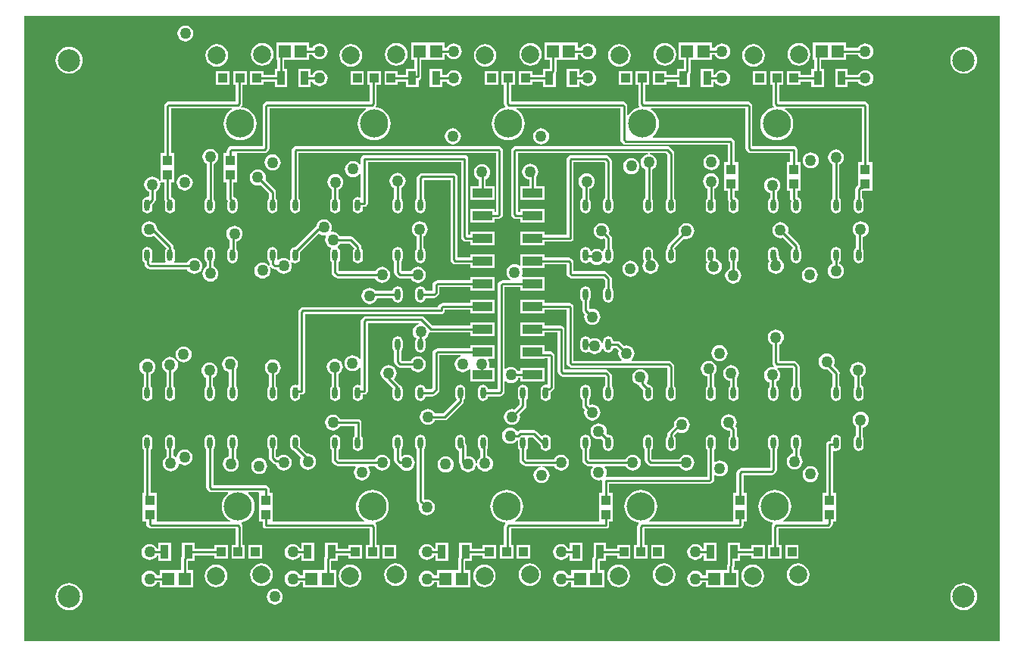
<source format=gtl>
G04*
G04 #@! TF.GenerationSoftware,Altium Limited,Altium Designer,20.2.6 (244)*
G04*
G04 Layer_Physical_Order=1*
G04 Layer_Color=255*
%FSLAX25Y25*%
%MOIN*%
G70*
G04*
G04 #@! TF.SameCoordinates,70978490-7E89-439C-AABC-52AAB5A27C99*
G04*
G04*
G04 #@! TF.FilePolarity,Positive*
G04*
G01*
G75*
%ADD12C,0.01000*%
%ADD13R,0.08740X0.04016*%
%ADD14R,0.04182X0.04469*%
%ADD15R,0.03543X0.06102*%
%ADD16R,0.05500X0.05800*%
%ADD17O,0.02362X0.05118*%
%ADD25C,0.12402*%
%ADD26R,0.03937X0.03937*%
%ADD27C,0.07874*%
%ADD28C,0.05000*%
%ADD29C,0.09843*%
G36*
X547244Y118110D02*
X118110D01*
Y393701D01*
X547244D01*
Y118110D01*
D02*
G37*
%LPC*%
G36*
X188976Y389357D02*
X188063Y389237D01*
X187211Y388884D01*
X186480Y388323D01*
X185919Y387592D01*
X185566Y386740D01*
X185446Y385827D01*
X185566Y384913D01*
X185919Y384062D01*
X186480Y383330D01*
X187211Y382769D01*
X188063Y382417D01*
X188976Y382297D01*
X189890Y382417D01*
X190742Y382769D01*
X191473Y383330D01*
X192034Y384062D01*
X192386Y384913D01*
X192507Y385827D01*
X192386Y386740D01*
X192034Y387592D01*
X191473Y388323D01*
X190742Y388884D01*
X189890Y389237D01*
X188976Y389357D01*
D02*
G37*
G36*
X479737Y381853D02*
X465144D01*
Y374053D01*
X465695D01*
Y370193D01*
X464453D01*
Y367671D01*
X459661D01*
Y369110D01*
X453724D01*
Y363173D01*
X459661D01*
Y364612D01*
X464453D01*
Y362090D01*
X469996D01*
Y370193D01*
X468754D01*
Y374053D01*
X479737D01*
Y376423D01*
X485034D01*
X485132Y376188D01*
X485693Y375457D01*
X486424Y374896D01*
X487275Y374543D01*
X488189Y374423D01*
X489103Y374543D01*
X489954Y374896D01*
X490685Y375457D01*
X491246Y376188D01*
X491599Y377039D01*
X491719Y377953D01*
X491599Y378866D01*
X491246Y379718D01*
X490685Y380449D01*
X489954Y381010D01*
X489103Y381363D01*
X488189Y381483D01*
X487275Y381363D01*
X486424Y381010D01*
X485693Y380449D01*
X485132Y379718D01*
X485034Y379482D01*
X479737D01*
Y381853D01*
D02*
G37*
G36*
X420682D02*
X406089D01*
Y374053D01*
X408310D01*
Y370193D01*
X405398D01*
Y367671D01*
X400606D01*
Y369110D01*
X394669D01*
Y363173D01*
X400606D01*
Y364612D01*
X405398D01*
Y362090D01*
X410941D01*
Y368040D01*
X411252Y368506D01*
X411369Y369091D01*
Y374053D01*
X420682D01*
Y376423D01*
X422042D01*
X422140Y376188D01*
X422701Y375457D01*
X423432Y374896D01*
X424283Y374543D01*
X425197Y374423D01*
X426111Y374543D01*
X426962Y374896D01*
X427693Y375457D01*
X428254Y376188D01*
X428607Y377039D01*
X428727Y377953D01*
X428607Y378866D01*
X428254Y379718D01*
X427693Y380449D01*
X426962Y381010D01*
X426111Y381363D01*
X425197Y381483D01*
X424283Y381363D01*
X423432Y381010D01*
X422701Y380449D01*
X422140Y379718D01*
X422042Y379482D01*
X420682D01*
Y381853D01*
D02*
G37*
G36*
X361627D02*
X347034D01*
Y374053D01*
X349255D01*
Y370193D01*
X346342D01*
Y367671D01*
X341551D01*
Y369110D01*
X335614D01*
Y363173D01*
X341551D01*
Y364612D01*
X346342D01*
Y362090D01*
X351886D01*
Y368040D01*
X352197Y368506D01*
X352314Y369091D01*
Y374053D01*
X361627D01*
Y376423D01*
X362987D01*
X363085Y376188D01*
X363646Y375457D01*
X364377Y374896D01*
X365228Y374543D01*
X366142Y374423D01*
X367055Y374543D01*
X367907Y374896D01*
X368638Y375457D01*
X369199Y376188D01*
X369552Y377039D01*
X369672Y377953D01*
X369552Y378866D01*
X369199Y379718D01*
X368638Y380449D01*
X367907Y381010D01*
X367055Y381363D01*
X366142Y381483D01*
X365228Y381363D01*
X364377Y381010D01*
X363646Y380449D01*
X363085Y379718D01*
X362987Y379482D01*
X361627D01*
Y381853D01*
D02*
G37*
G36*
X302963D02*
X288370D01*
Y374053D01*
X289809D01*
Y370193D01*
X286008D01*
Y367671D01*
X282496D01*
Y369110D01*
X276559D01*
Y363173D01*
X282496D01*
Y364612D01*
X286008D01*
Y362090D01*
X291551D01*
Y365240D01*
X291924Y365315D01*
X292420Y365646D01*
X292752Y366142D01*
X292868Y366727D01*
Y374053D01*
X302963D01*
Y376423D01*
X303932D01*
X304029Y376188D01*
X304590Y375457D01*
X305322Y374896D01*
X306173Y374543D01*
X307087Y374423D01*
X308000Y374543D01*
X308852Y374896D01*
X309583Y375457D01*
X310144Y376188D01*
X310496Y377039D01*
X310617Y377953D01*
X310496Y378866D01*
X310144Y379718D01*
X309583Y380449D01*
X308852Y381010D01*
X308000Y381363D01*
X307087Y381483D01*
X306173Y381363D01*
X305322Y381010D01*
X304590Y380449D01*
X304029Y379718D01*
X303932Y379482D01*
X302963D01*
Y381853D01*
D02*
G37*
G36*
X243517D02*
X228924D01*
Y374053D01*
X229474D01*
Y370193D01*
X228232D01*
Y367671D01*
X223441D01*
Y369110D01*
X217504D01*
Y363173D01*
X223441D01*
Y364612D01*
X228232D01*
Y362090D01*
X233776D01*
Y370193D01*
X232533D01*
Y374053D01*
X243517D01*
Y376423D01*
X244877D01*
X244974Y376188D01*
X245535Y375457D01*
X246266Y374896D01*
X247118Y374543D01*
X248031Y374423D01*
X248945Y374543D01*
X249797Y374896D01*
X250528Y375457D01*
X251089Y376188D01*
X251441Y377039D01*
X251562Y377953D01*
X251441Y378866D01*
X251089Y379718D01*
X250528Y380449D01*
X249797Y381010D01*
X248945Y381363D01*
X248031Y381483D01*
X247118Y381363D01*
X246266Y381010D01*
X245535Y380449D01*
X244974Y379718D01*
X244877Y379482D01*
X243517D01*
Y381853D01*
D02*
G37*
G36*
X458976Y381653D02*
X457688Y381483D01*
X456487Y380986D01*
X455455Y380194D01*
X454664Y379163D01*
X454166Y377962D01*
X453997Y376673D01*
X454166Y375384D01*
X454664Y374183D01*
X455455Y373152D01*
X456487Y372361D01*
X457688Y371863D01*
X458976Y371694D01*
X460265Y371863D01*
X461466Y372361D01*
X462498Y373152D01*
X463289Y374183D01*
X463786Y375384D01*
X463956Y376673D01*
X463786Y377962D01*
X463289Y379163D01*
X462498Y380194D01*
X461466Y380986D01*
X460265Y381483D01*
X458976Y381653D01*
D02*
G37*
G36*
X399921D02*
X398632Y381483D01*
X397431Y380986D01*
X396400Y380194D01*
X395609Y379163D01*
X395111Y377962D01*
X394942Y376673D01*
X395111Y375384D01*
X395609Y374183D01*
X396400Y373152D01*
X397431Y372361D01*
X398632Y371863D01*
X399921Y371694D01*
X401210Y371863D01*
X402411Y372361D01*
X403442Y373152D01*
X404234Y374183D01*
X404731Y375384D01*
X404901Y376673D01*
X404731Y377962D01*
X404234Y379163D01*
X403442Y380194D01*
X402411Y380986D01*
X401210Y381483D01*
X399921Y381653D01*
D02*
G37*
G36*
X340866D02*
X339577Y381483D01*
X338376Y380986D01*
X337345Y380194D01*
X336554Y379163D01*
X336056Y377962D01*
X335887Y376673D01*
X336056Y375384D01*
X336554Y374183D01*
X337345Y373152D01*
X338376Y372361D01*
X339577Y371863D01*
X340866Y371694D01*
X342155Y371863D01*
X343356Y372361D01*
X344387Y373152D01*
X345179Y374183D01*
X345676Y375384D01*
X345846Y376673D01*
X345676Y377962D01*
X345179Y379163D01*
X344387Y380194D01*
X343356Y380986D01*
X342155Y381483D01*
X340866Y381653D01*
D02*
G37*
G36*
X281811D02*
X280522Y381483D01*
X279321Y380986D01*
X278290Y380194D01*
X277499Y379163D01*
X277001Y377962D01*
X276831Y376673D01*
X277001Y375384D01*
X277499Y374183D01*
X278290Y373152D01*
X279321Y372361D01*
X280522Y371863D01*
X281811Y371694D01*
X283100Y371863D01*
X284301Y372361D01*
X285332Y373152D01*
X286123Y374183D01*
X286621Y375384D01*
X286791Y376673D01*
X286621Y377962D01*
X286123Y379163D01*
X285332Y380194D01*
X284301Y380986D01*
X283100Y381483D01*
X281811Y381653D01*
D02*
G37*
G36*
X222756D02*
X221467Y381483D01*
X220266Y380986D01*
X219235Y380194D01*
X218443Y379163D01*
X217946Y377962D01*
X217776Y376673D01*
X217946Y375384D01*
X218443Y374183D01*
X219235Y373152D01*
X220266Y372361D01*
X221467Y371863D01*
X222756Y371694D01*
X224045Y371863D01*
X225246Y372361D01*
X226277Y373152D01*
X227068Y374183D01*
X227566Y375384D01*
X227735Y376673D01*
X227566Y377962D01*
X227068Y379163D01*
X226277Y380194D01*
X225246Y380986D01*
X224045Y381483D01*
X222756Y381653D01*
D02*
G37*
G36*
X438976Y381121D02*
X437688Y380952D01*
X436487Y380454D01*
X435455Y379663D01*
X434664Y378631D01*
X434166Y377431D01*
X433997Y376142D01*
X434166Y374853D01*
X434664Y373652D01*
X435455Y372621D01*
X436487Y371829D01*
X437688Y371332D01*
X438976Y371162D01*
X440265Y371332D01*
X441466Y371829D01*
X442497Y372621D01*
X443289Y373652D01*
X443786Y374853D01*
X443956Y376142D01*
X443786Y377431D01*
X443289Y378631D01*
X442497Y379663D01*
X441466Y380454D01*
X440265Y380952D01*
X438976Y381121D01*
D02*
G37*
G36*
X379921D02*
X378632Y380952D01*
X377431Y380454D01*
X376400Y379663D01*
X375609Y378631D01*
X375111Y377431D01*
X374942Y376142D01*
X375111Y374853D01*
X375609Y373652D01*
X376400Y372621D01*
X377431Y371829D01*
X378632Y371332D01*
X379921Y371162D01*
X381210Y371332D01*
X382411Y371829D01*
X383442Y372621D01*
X384234Y373652D01*
X384731Y374853D01*
X384901Y376142D01*
X384731Y377431D01*
X384234Y378631D01*
X383442Y379663D01*
X382411Y380454D01*
X381210Y380952D01*
X379921Y381121D01*
D02*
G37*
G36*
X320866D02*
X319577Y380952D01*
X318376Y380454D01*
X317345Y379663D01*
X316554Y378631D01*
X316056Y377431D01*
X315886Y376142D01*
X316056Y374853D01*
X316554Y373652D01*
X317345Y372621D01*
X318376Y371829D01*
X319577Y371332D01*
X320866Y371162D01*
X322155Y371332D01*
X323356Y371829D01*
X324387Y372621D01*
X325179Y373652D01*
X325676Y374853D01*
X325846Y376142D01*
X325676Y377431D01*
X325179Y378631D01*
X324387Y379663D01*
X323356Y380454D01*
X322155Y380952D01*
X320866Y381121D01*
D02*
G37*
G36*
X261811D02*
X260522Y380952D01*
X259321Y380454D01*
X258290Y379663D01*
X257499Y378631D01*
X257001Y377431D01*
X256831Y376142D01*
X257001Y374853D01*
X257499Y373652D01*
X258290Y372621D01*
X259321Y371829D01*
X260522Y371332D01*
X261811Y371162D01*
X263100Y371332D01*
X264301Y371829D01*
X265332Y372621D01*
X266124Y373652D01*
X266621Y374853D01*
X266791Y376142D01*
X266621Y377431D01*
X266124Y378631D01*
X265332Y379663D01*
X264301Y380454D01*
X263100Y380952D01*
X261811Y381121D01*
D02*
G37*
G36*
X202756D02*
X201467Y380952D01*
X200266Y380454D01*
X199235Y379663D01*
X198443Y378631D01*
X197946Y377431D01*
X197776Y376142D01*
X197946Y374853D01*
X198443Y373652D01*
X199235Y372621D01*
X200266Y371829D01*
X201467Y371332D01*
X202756Y371162D01*
X204045Y371332D01*
X205246Y371829D01*
X206277Y372621D01*
X207068Y373652D01*
X207566Y374853D01*
X207735Y376142D01*
X207566Y377431D01*
X207068Y378631D01*
X206277Y379663D01*
X205246Y380454D01*
X204045Y380952D01*
X202756Y381121D01*
D02*
G37*
G36*
X531496Y379966D02*
X530335Y379851D01*
X529219Y379513D01*
X528191Y378963D01*
X527289Y378223D01*
X526549Y377321D01*
X525999Y376293D01*
X525661Y375177D01*
X525546Y374016D01*
X525661Y372855D01*
X525999Y371739D01*
X526549Y370710D01*
X527289Y369809D01*
X528191Y369069D01*
X529219Y368519D01*
X530335Y368180D01*
X531496Y368066D01*
X532657Y368180D01*
X533773Y368519D01*
X534802Y369069D01*
X535703Y369809D01*
X536443Y370710D01*
X536993Y371739D01*
X537332Y372855D01*
X537446Y374016D01*
X537332Y375177D01*
X536993Y376293D01*
X536443Y377321D01*
X535703Y378223D01*
X534802Y378963D01*
X533773Y379513D01*
X532657Y379851D01*
X531496Y379966D01*
D02*
G37*
G36*
X137795D02*
X136635Y379851D01*
X135518Y379513D01*
X134490Y378963D01*
X133588Y378223D01*
X132848Y377321D01*
X132298Y376293D01*
X131960Y375177D01*
X131845Y374016D01*
X131960Y372855D01*
X132298Y371739D01*
X132848Y370710D01*
X133588Y369809D01*
X134490Y369069D01*
X135518Y368519D01*
X136635Y368180D01*
X137795Y368066D01*
X138956Y368180D01*
X140072Y368519D01*
X141101Y369069D01*
X142002Y369809D01*
X142743Y370710D01*
X143292Y371739D01*
X143631Y372855D01*
X143745Y374016D01*
X143631Y375177D01*
X143292Y376293D01*
X142743Y377321D01*
X142002Y378223D01*
X141101Y378963D01*
X140072Y379513D01*
X138956Y379851D01*
X137795Y379966D01*
D02*
G37*
G36*
X444701Y369110D02*
X438764D01*
Y363173D01*
X444701D01*
Y369110D01*
D02*
G37*
G36*
X385646D02*
X379709D01*
Y363173D01*
X385646D01*
Y369110D01*
D02*
G37*
G36*
X326590D02*
X320654D01*
Y363173D01*
X326590D01*
Y369110D01*
D02*
G37*
G36*
X267535D02*
X261598D01*
Y363173D01*
X267535D01*
Y369110D01*
D02*
G37*
G36*
X208480D02*
X202543D01*
Y363173D01*
X208480D01*
Y369110D01*
D02*
G37*
G36*
X480429Y370193D02*
X474886D01*
Y362090D01*
X480429D01*
Y364612D01*
X485034D01*
X485132Y364377D01*
X485693Y363646D01*
X486424Y363085D01*
X487275Y362732D01*
X488189Y362612D01*
X489103Y362732D01*
X489954Y363085D01*
X490685Y363646D01*
X491246Y364377D01*
X491599Y365228D01*
X491719Y366142D01*
X491599Y367055D01*
X491246Y367907D01*
X490685Y368638D01*
X489954Y369199D01*
X489103Y369552D01*
X488189Y369672D01*
X487275Y369552D01*
X486424Y369199D01*
X485693Y368638D01*
X485132Y367907D01*
X485034Y367671D01*
X480429D01*
Y370193D01*
D02*
G37*
G36*
X421374D02*
X415831D01*
Y362090D01*
X421374D01*
Y364612D01*
X422042D01*
X422140Y364377D01*
X422701Y363646D01*
X423432Y363085D01*
X424283Y362732D01*
X425197Y362612D01*
X426111Y362732D01*
X426962Y363085D01*
X427693Y363646D01*
X428254Y364377D01*
X428607Y365228D01*
X428727Y366142D01*
X428607Y367055D01*
X428254Y367907D01*
X427693Y368638D01*
X426962Y369199D01*
X426111Y369552D01*
X425197Y369672D01*
X424283Y369552D01*
X423432Y369199D01*
X422701Y368638D01*
X422140Y367907D01*
X422042Y367671D01*
X421374D01*
Y370193D01*
D02*
G37*
G36*
X362319D02*
X356776D01*
Y362090D01*
X362319D01*
Y364612D01*
X362987D01*
X363085Y364377D01*
X363646Y363646D01*
X364377Y363085D01*
X365228Y362732D01*
X366142Y362612D01*
X367055Y362732D01*
X367907Y363085D01*
X368638Y363646D01*
X369199Y364377D01*
X369552Y365228D01*
X369672Y366142D01*
X369552Y367055D01*
X369199Y367907D01*
X368638Y368638D01*
X367907Y369199D01*
X367055Y369552D01*
X366142Y369672D01*
X365228Y369552D01*
X364377Y369199D01*
X363646Y368638D01*
X363085Y367907D01*
X362987Y367671D01*
X362319D01*
Y370193D01*
D02*
G37*
G36*
X301984D02*
X296441D01*
Y362090D01*
X301984D01*
Y364612D01*
X303932D01*
X304029Y364377D01*
X304590Y363646D01*
X305322Y363085D01*
X306173Y362732D01*
X307087Y362612D01*
X308000Y362732D01*
X308852Y363085D01*
X309583Y363646D01*
X310144Y364377D01*
X310496Y365228D01*
X310617Y366142D01*
X310496Y367055D01*
X310144Y367907D01*
X309583Y368638D01*
X308852Y369199D01*
X308000Y369552D01*
X307087Y369672D01*
X306173Y369552D01*
X305322Y369199D01*
X304590Y368638D01*
X304029Y367907D01*
X303932Y367671D01*
X301984D01*
Y370193D01*
D02*
G37*
G36*
X244209D02*
X238665D01*
Y362090D01*
X244209D01*
Y364612D01*
X244877D01*
X244974Y364377D01*
X245535Y363646D01*
X246266Y363085D01*
X247118Y362732D01*
X248031Y362612D01*
X248945Y362732D01*
X249797Y363085D01*
X250528Y363646D01*
X251089Y364377D01*
X251441Y365228D01*
X251562Y366142D01*
X251441Y367055D01*
X251089Y367907D01*
X250528Y368638D01*
X249797Y369199D01*
X248945Y369552D01*
X248031Y369672D01*
X247118Y369552D01*
X246266Y369199D01*
X245535Y368638D01*
X244974Y367907D01*
X244877Y367671D01*
X244209D01*
Y370193D01*
D02*
G37*
G36*
X393126Y369110D02*
X387189D01*
Y363173D01*
X388234D01*
Y354917D01*
X388351Y354331D01*
X388682Y353835D01*
X388846Y353672D01*
X388785Y353360D01*
X388673Y353137D01*
X387388Y352748D01*
X386138Y352079D01*
X385041Y351179D01*
X384141Y350083D01*
X383919Y349667D01*
X383419Y349793D01*
Y353745D01*
X383303Y354330D01*
X382971Y354826D01*
X382385Y355412D01*
X381889Y355744D01*
X381304Y355860D01*
X332238D01*
Y363173D01*
X334071D01*
Y369110D01*
X328134D01*
Y363173D01*
X329179D01*
Y354917D01*
X329296Y354331D01*
X329627Y353835D01*
X329790Y353672D01*
X329730Y353360D01*
X329618Y353137D01*
X328333Y352748D01*
X327082Y352079D01*
X325986Y351179D01*
X325086Y350083D01*
X324417Y348832D01*
X324006Y347475D01*
X323867Y346063D01*
X324006Y344651D01*
X324417Y343294D01*
X325086Y342043D01*
X325986Y340947D01*
X327082Y340047D01*
X328333Y339378D01*
X329691Y338966D01*
X331102Y338827D01*
X332514Y338966D01*
X333871Y339378D01*
X335122Y340047D01*
X336219Y340947D01*
X337119Y342043D01*
X337787Y343294D01*
X338199Y344651D01*
X338338Y346063D01*
X338199Y347475D01*
X337787Y348832D01*
X337119Y350083D01*
X336219Y351179D01*
X335122Y352079D01*
X334707Y352301D01*
X334832Y352801D01*
X380360D01*
Y339169D01*
X380477Y338583D01*
X380808Y338087D01*
X381615Y337281D01*
X382111Y336949D01*
X382696Y336833D01*
X427604D01*
Y329279D01*
X426043D01*
Y322811D01*
Y316390D01*
X427604D01*
Y313046D01*
X427721Y312460D01*
X428045Y311976D01*
X427973Y311614D01*
Y308858D01*
X428142Y308007D01*
X428624Y307286D01*
X429346Y306804D01*
X430197Y306634D01*
X431048Y306804D01*
X431769Y307286D01*
X432251Y308007D01*
X432421Y308858D01*
Y311614D01*
X432251Y312465D01*
X431769Y313187D01*
X431048Y313669D01*
X430663Y313745D01*
Y316390D01*
X432225D01*
Y322811D01*
Y329279D01*
X430663D01*
Y337776D01*
X430547Y338362D01*
X430215Y338858D01*
X429630Y339444D01*
X429133Y339775D01*
X428548Y339892D01*
X394776D01*
X394598Y340392D01*
X395274Y340947D01*
X396174Y342043D01*
X396842Y343294D01*
X397254Y344651D01*
X397393Y346063D01*
X397254Y347475D01*
X396842Y348832D01*
X396174Y350083D01*
X395274Y351179D01*
X394177Y352079D01*
X393762Y352301D01*
X393887Y352801D01*
X435478D01*
Y335231D01*
X435595Y334646D01*
X435926Y334150D01*
X436512Y333564D01*
X437008Y333233D01*
X437594Y333116D01*
X455163D01*
Y329279D01*
X453602D01*
Y322811D01*
Y316390D01*
X455163D01*
Y313046D01*
X455280Y312460D01*
X455604Y311976D01*
X455532Y311614D01*
Y308858D01*
X455701Y308007D01*
X456183Y307286D01*
X456905Y306804D01*
X457756Y306634D01*
X458607Y306804D01*
X459328Y307286D01*
X459810Y308007D01*
X459980Y308858D01*
Y311614D01*
X459810Y312465D01*
X459328Y313187D01*
X458607Y313669D01*
X458222Y313745D01*
Y316390D01*
X459784D01*
Y322811D01*
Y329279D01*
X458222D01*
Y334646D01*
X458106Y335231D01*
X457774Y335727D01*
X457278Y336059D01*
X456693Y336175D01*
X438537D01*
Y353745D01*
X438421Y354330D01*
X438089Y354826D01*
X437503Y355412D01*
X437007Y355744D01*
X436422Y355860D01*
X391293D01*
Y363173D01*
X393126D01*
Y369110D01*
D02*
G37*
G36*
X275016D02*
X269079D01*
Y363173D01*
X270124D01*
Y355860D01*
X224995D01*
X224410Y355744D01*
X223914Y355412D01*
X223328Y354826D01*
X222996Y354330D01*
X222880Y353745D01*
Y336175D01*
X209247D01*
X208662Y336059D01*
X208166Y335727D01*
X207580Y335141D01*
X207248Y334645D01*
X207132Y334060D01*
Y333216D01*
X205571D01*
Y326747D01*
Y320327D01*
X207132D01*
Y313046D01*
X207248Y312460D01*
X207573Y311976D01*
X207501Y311614D01*
Y308858D01*
X207670Y308007D01*
X208152Y307286D01*
X208873Y306804D01*
X209724Y306634D01*
X210575Y306804D01*
X211297Y307286D01*
X211779Y308007D01*
X211948Y308858D01*
Y311614D01*
X211779Y312465D01*
X211297Y313187D01*
X210575Y313669D01*
X210191Y313745D01*
Y320327D01*
X211752D01*
Y326747D01*
Y333116D01*
X223824D01*
X224409Y333233D01*
X224905Y333564D01*
X225491Y334150D01*
X225822Y334646D01*
X225939Y335231D01*
Y352801D01*
X268318D01*
X268443Y352301D01*
X268027Y352079D01*
X266931Y351179D01*
X266031Y350083D01*
X265362Y348832D01*
X264951Y347475D01*
X264812Y346063D01*
X264951Y344651D01*
X265362Y343294D01*
X266031Y342043D01*
X266931Y340947D01*
X268027Y340047D01*
X269278Y339378D01*
X270636Y338966D01*
X272047Y338827D01*
X273459Y338966D01*
X274816Y339378D01*
X276067Y340047D01*
X277164Y340947D01*
X278063Y342043D01*
X278732Y343294D01*
X279144Y344651D01*
X279283Y346063D01*
X279144Y347475D01*
X278732Y348832D01*
X278063Y350083D01*
X277164Y351179D01*
X276067Y352079D01*
X274816Y352748D01*
X273459Y353160D01*
X272767Y353228D01*
X272598Y353698D01*
X272735Y353835D01*
X273066Y354331D01*
X273183Y354917D01*
Y363173D01*
X275016D01*
Y369110D01*
D02*
G37*
G36*
X215961D02*
X210024D01*
Y363173D01*
X211069D01*
Y355860D01*
X181688D01*
X181103Y355744D01*
X180607Y355412D01*
X180021Y354826D01*
X179689Y354330D01*
X179573Y353745D01*
Y333216D01*
X178012D01*
Y326747D01*
Y321048D01*
X177512Y320948D01*
X177467Y321056D01*
X176906Y321788D01*
X176174Y322349D01*
X175323Y322701D01*
X174409Y322821D01*
X173496Y322701D01*
X172644Y322349D01*
X171913Y321788D01*
X171352Y321056D01*
X171000Y320205D01*
X170879Y319291D01*
X171000Y318378D01*
X171352Y317526D01*
X171913Y316795D01*
X172644Y316234D01*
X172880Y316137D01*
Y314090D01*
X172494Y313773D01*
X172165Y313838D01*
X171314Y313669D01*
X170593Y313187D01*
X170111Y312465D01*
X169941Y311614D01*
Y308858D01*
X170111Y308007D01*
X170593Y307286D01*
X171314Y306804D01*
X172165Y306634D01*
X173016Y306804D01*
X173738Y307286D01*
X174220Y308007D01*
X174389Y308858D01*
Y310533D01*
X175491Y311635D01*
X175822Y312131D01*
X175939Y312717D01*
Y316137D01*
X176174Y316234D01*
X176906Y316795D01*
X177467Y317526D01*
X177819Y318378D01*
X177940Y319291D01*
X177861Y319889D01*
X178282Y320327D01*
X179573D01*
Y313046D01*
X179689Y312460D01*
X180013Y311976D01*
X179941Y311614D01*
Y308858D01*
X180111Y308007D01*
X180593Y307286D01*
X181314Y306804D01*
X182165Y306634D01*
X183016Y306804D01*
X183738Y307286D01*
X184220Y308007D01*
X184389Y308858D01*
Y311614D01*
X184220Y312465D01*
X183738Y313187D01*
X183016Y313669D01*
X182632Y313745D01*
Y320327D01*
X184193D01*
Y326747D01*
Y333216D01*
X182632D01*
Y352801D01*
X209263D01*
X209388Y352301D01*
X208972Y352079D01*
X207876Y351179D01*
X206976Y350083D01*
X206307Y348832D01*
X205895Y347475D01*
X205756Y346063D01*
X205895Y344651D01*
X206307Y343294D01*
X206976Y342043D01*
X207876Y340947D01*
X208972Y340047D01*
X210223Y339378D01*
X211580Y338966D01*
X212992Y338827D01*
X214404Y338966D01*
X215761Y339378D01*
X217012Y340047D01*
X218109Y340947D01*
X219008Y342043D01*
X219677Y343294D01*
X220089Y344651D01*
X220228Y346063D01*
X220089Y347475D01*
X219677Y348832D01*
X219008Y350083D01*
X218109Y351179D01*
X217012Y352079D01*
X215761Y352748D01*
X214404Y353160D01*
X213712Y353228D01*
X213543Y353698D01*
X213680Y353835D01*
X214011Y354331D01*
X214128Y354917D01*
Y363173D01*
X215961D01*
Y369110D01*
D02*
G37*
G36*
X345538Y344083D02*
X344624Y343962D01*
X343773Y343610D01*
X343041Y343049D01*
X342480Y342318D01*
X342128Y341466D01*
X342007Y340552D01*
X342128Y339639D01*
X342480Y338787D01*
X343041Y338056D01*
X343773Y337495D01*
X344624Y337143D01*
X345538Y337022D01*
X346451Y337143D01*
X347303Y337495D01*
X348034Y338056D01*
X348595Y338787D01*
X348948Y339639D01*
X349068Y340552D01*
X348948Y341466D01*
X348595Y342318D01*
X348034Y343049D01*
X347303Y343610D01*
X346451Y343962D01*
X345538Y344083D01*
D02*
G37*
G36*
X306693Y344081D02*
X305779Y343961D01*
X304928Y343608D01*
X304197Y343047D01*
X303636Y342316D01*
X303283Y341465D01*
X303163Y340551D01*
X303283Y339637D01*
X303636Y338786D01*
X304197Y338055D01*
X304928Y337494D01*
X305779Y337141D01*
X306693Y337021D01*
X307607Y337141D01*
X308458Y337494D01*
X309189Y338055D01*
X309750Y338786D01*
X310103Y339637D01*
X310223Y340551D01*
X310103Y341465D01*
X309750Y342316D01*
X309189Y343047D01*
X308458Y343608D01*
X307607Y343961D01*
X306693Y344081D01*
D02*
G37*
G36*
X311811Y332238D02*
X267717D01*
X267131Y332122D01*
X266635Y331790D01*
X266304Y331294D01*
X266187Y330709D01*
Y328136D01*
X265687Y327966D01*
X265229Y328563D01*
X264498Y329124D01*
X263647Y329477D01*
X262733Y329597D01*
X261819Y329477D01*
X260968Y329124D01*
X260237Y328563D01*
X259676Y327832D01*
X259323Y326980D01*
X259203Y326067D01*
X259323Y325153D01*
X259676Y324302D01*
X260237Y323570D01*
X260968Y323009D01*
X261819Y322657D01*
X262733Y322536D01*
X263647Y322657D01*
X264498Y323009D01*
X265229Y323570D01*
X265687Y324167D01*
X266187Y323998D01*
Y313869D01*
X265746Y313633D01*
X265693Y313669D01*
X264843Y313838D01*
X263991Y313669D01*
X263270Y313187D01*
X262788Y312465D01*
X262619Y311614D01*
Y308858D01*
X262788Y308007D01*
X263270Y307286D01*
X263991Y306804D01*
X264843Y306634D01*
X265693Y306804D01*
X266415Y307286D01*
X266897Y308007D01*
X267066Y308858D01*
Y309494D01*
X267717D01*
X268302Y309611D01*
X268798Y309942D01*
X269129Y310438D01*
X269246Y311024D01*
Y329179D01*
X310282D01*
Y296176D01*
X310398Y295591D01*
X310730Y295095D01*
X311315Y294509D01*
X311811Y294178D01*
X312397Y294061D01*
X314216D01*
Y292583D01*
X324957D01*
Y298598D01*
X314216D01*
Y297120D01*
X313340D01*
Y330709D01*
X313224Y331294D01*
X312893Y331790D01*
X312396Y332122D01*
X311811Y332238D01*
D02*
G37*
G36*
X464173Y333452D02*
X463260Y333331D01*
X462408Y332979D01*
X461677Y332417D01*
X461116Y331686D01*
X460763Y330835D01*
X460643Y329921D01*
X460763Y329008D01*
X461116Y328156D01*
X461677Y327425D01*
X462408Y326864D01*
X463260Y326511D01*
X464173Y326391D01*
X465087Y326511D01*
X465938Y326864D01*
X466670Y327425D01*
X467231Y328156D01*
X467583Y329008D01*
X467703Y329921D01*
X467583Y330835D01*
X467231Y331686D01*
X466670Y332417D01*
X465938Y332979D01*
X465087Y333331D01*
X464173Y333452D01*
D02*
G37*
G36*
X420472Y332664D02*
X419559Y332544D01*
X418707Y332191D01*
X417976Y331630D01*
X417415Y330899D01*
X417063Y330047D01*
X416942Y329134D01*
X417063Y328220D01*
X417415Y327369D01*
X417976Y326638D01*
X418707Y326077D01*
X419559Y325724D01*
X420472Y325604D01*
X421386Y325724D01*
X422237Y326077D01*
X422969Y326638D01*
X423530Y327369D01*
X423882Y328220D01*
X424003Y329134D01*
X423882Y330047D01*
X423530Y330899D01*
X422969Y331630D01*
X422237Y332191D01*
X421386Y332544D01*
X420472Y332664D01*
D02*
G37*
G36*
X227361Y332561D02*
X226447Y332441D01*
X225596Y332088D01*
X224865Y331527D01*
X224304Y330796D01*
X223951Y329945D01*
X223831Y329031D01*
X223951Y328117D01*
X224304Y327266D01*
X224865Y326535D01*
X225596Y325974D01*
X226447Y325621D01*
X227361Y325501D01*
X228274Y325621D01*
X229126Y325974D01*
X229857Y326535D01*
X230418Y327266D01*
X230771Y328117D01*
X230891Y329031D01*
X230771Y329945D01*
X230418Y330796D01*
X229857Y331527D01*
X229126Y332088D01*
X228274Y332441D01*
X227361Y332561D01*
D02*
G37*
G36*
X385222Y330944D02*
X384309Y330824D01*
X383457Y330471D01*
X382726Y329910D01*
X382165Y329179D01*
X381812Y328328D01*
X381692Y327414D01*
X381812Y326500D01*
X382165Y325649D01*
X382726Y324918D01*
X383457Y324357D01*
X384309Y324004D01*
X385222Y323884D01*
X386136Y324004D01*
X386987Y324357D01*
X387718Y324918D01*
X388279Y325649D01*
X388632Y326500D01*
X388752Y327414D01*
X388632Y328328D01*
X388279Y329179D01*
X387718Y329910D01*
X386987Y330471D01*
X386136Y330824D01*
X385222Y330944D01*
D02*
G37*
G36*
X188687Y323735D02*
X187774Y323615D01*
X186922Y323262D01*
X186191Y322701D01*
X185630Y321970D01*
X185277Y321119D01*
X185157Y320205D01*
X185277Y319291D01*
X185630Y318440D01*
X186191Y317709D01*
X186922Y317148D01*
X187774Y316795D01*
X188687Y316675D01*
X189601Y316795D01*
X190452Y317148D01*
X191183Y317709D01*
X191744Y318440D01*
X192097Y319291D01*
X192217Y320205D01*
X192097Y321119D01*
X191744Y321970D01*
X191183Y322701D01*
X190452Y323262D01*
X189601Y323615D01*
X188687Y323735D01*
D02*
G37*
G36*
X340732Y328464D02*
X339819Y328343D01*
X338967Y327991D01*
X338236Y327430D01*
X337675Y326698D01*
X337322Y325847D01*
X337202Y324933D01*
X337322Y324020D01*
X337675Y323168D01*
X338236Y322437D01*
X338967Y321876D01*
X339819Y321523D01*
X340301Y321460D01*
Y318598D01*
X336461D01*
Y312583D01*
X347201D01*
Y318598D01*
X343360D01*
Y322608D01*
X343790Y323168D01*
X344142Y324020D01*
X344263Y324933D01*
X344142Y325847D01*
X343790Y326698D01*
X343229Y327430D01*
X342497Y327991D01*
X341646Y328343D01*
X340732Y328464D01*
D02*
G37*
G36*
X319497Y328252D02*
X318584Y328132D01*
X317732Y327779D01*
X317001Y327218D01*
X316440Y326487D01*
X316087Y325636D01*
X315967Y324722D01*
X316087Y323808D01*
X316440Y322957D01*
X317001Y322226D01*
X317732Y321665D01*
X318057Y321530D01*
Y318598D01*
X314216D01*
Y312583D01*
X324957D01*
Y318598D01*
X321116D01*
Y321604D01*
X321262Y321665D01*
X321993Y322226D01*
X322554Y322957D01*
X322907Y323808D01*
X323027Y324722D01*
X322907Y325636D01*
X322554Y326487D01*
X321993Y327218D01*
X321262Y327779D01*
X320411Y328132D01*
X319497Y328252D01*
D02*
G37*
G36*
X326580Y336175D02*
X237869D01*
X237284Y336059D01*
X236788Y335727D01*
X236202Y335141D01*
X235871Y334645D01*
X235754Y334060D01*
Y313215D01*
X235711Y313187D01*
X235229Y312465D01*
X235060Y311614D01*
Y308858D01*
X235229Y308007D01*
X235711Y307286D01*
X236432Y306804D01*
X237283Y306634D01*
X238135Y306804D01*
X238856Y307286D01*
X239338Y308007D01*
X239507Y308858D01*
Y311614D01*
X239338Y312465D01*
X238856Y313187D01*
X238813Y313215D01*
Y333116D01*
X325636D01*
Y307120D01*
X324957D01*
Y308598D01*
X314216D01*
Y302583D01*
X324957D01*
Y304061D01*
X326580D01*
X327165Y304178D01*
X327661Y304509D01*
X328247Y305095D01*
X328578Y305591D01*
X328695Y306176D01*
Y334060D01*
X328578Y334645D01*
X328247Y335141D01*
X327661Y335727D01*
X327165Y336059D01*
X326580Y336175D01*
D02*
G37*
G36*
X452181Y369110D02*
X446244D01*
Y363173D01*
X447290D01*
Y354917D01*
X447406Y354331D01*
X447738Y353835D01*
X447901Y353672D01*
X447840Y353360D01*
X447728Y353137D01*
X446444Y352748D01*
X445193Y352079D01*
X444096Y351179D01*
X443196Y350083D01*
X442528Y348832D01*
X442116Y347475D01*
X441977Y346063D01*
X442116Y344651D01*
X442528Y343294D01*
X443196Y342043D01*
X444096Y340947D01*
X445193Y340047D01*
X446444Y339378D01*
X447801Y338966D01*
X449213Y338827D01*
X450624Y338966D01*
X451981Y339378D01*
X453232Y340047D01*
X454329Y340947D01*
X455229Y342043D01*
X455897Y343294D01*
X456309Y344651D01*
X456448Y346063D01*
X456309Y347475D01*
X455897Y348832D01*
X455229Y350083D01*
X454329Y351179D01*
X453232Y352079D01*
X452817Y352301D01*
X452942Y352801D01*
X486660D01*
Y329279D01*
X485098D01*
Y322811D01*
Y319158D01*
X484819Y318971D01*
X484234Y318386D01*
X483902Y317890D01*
X483786Y317304D01*
Y313215D01*
X483743Y313187D01*
X483260Y312465D01*
X483091Y311614D01*
Y308858D01*
X483260Y308007D01*
X483743Y307286D01*
X484464Y306804D01*
X485315Y306634D01*
X486166Y306804D01*
X486887Y307286D01*
X487369Y308007D01*
X487539Y308858D01*
Y311614D01*
X487369Y312465D01*
X486887Y313187D01*
X486844Y313215D01*
Y316390D01*
X491280D01*
Y322811D01*
Y329279D01*
X489718D01*
Y353745D01*
X489602Y354330D01*
X489270Y354826D01*
X488685Y355412D01*
X488189Y355744D01*
X487603Y355860D01*
X450348D01*
Y363173D01*
X452181D01*
Y369110D01*
D02*
G37*
G36*
X475315Y334751D02*
X474401Y334630D01*
X473550Y334278D01*
X472819Y333717D01*
X472258Y332986D01*
X471905Y332134D01*
X471785Y331221D01*
X471905Y330307D01*
X472258Y329455D01*
X472819Y328724D01*
X473550Y328163D01*
X473786Y328066D01*
Y313215D01*
X473742Y313187D01*
X473260Y312465D01*
X473091Y311614D01*
Y308858D01*
X473260Y308007D01*
X473742Y307286D01*
X474464Y306804D01*
X475315Y306634D01*
X476166Y306804D01*
X476887Y307286D01*
X477369Y308007D01*
X477539Y308858D01*
Y311614D01*
X477369Y312465D01*
X476887Y313187D01*
X476844Y313215D01*
Y328066D01*
X477080Y328163D01*
X477811Y328724D01*
X478372Y329455D01*
X478725Y330307D01*
X478845Y331221D01*
X478725Y332134D01*
X478372Y332986D01*
X477811Y333717D01*
X477080Y334278D01*
X476229Y334630D01*
X475315Y334751D01*
D02*
G37*
G36*
X447244Y322428D02*
X446330Y322307D01*
X445479Y321955D01*
X444748Y321394D01*
X444187Y320663D01*
X443834Y319811D01*
X443714Y318898D01*
X443834Y317984D01*
X444187Y317132D01*
X444748Y316401D01*
X445479Y315840D01*
X446227Y315531D01*
Y313215D01*
X446183Y313187D01*
X445701Y312465D01*
X445532Y311614D01*
Y308858D01*
X445701Y308007D01*
X446183Y307286D01*
X446905Y306804D01*
X447756Y306634D01*
X448607Y306804D01*
X449328Y307286D01*
X449811Y308007D01*
X449980Y308858D01*
Y311614D01*
X449811Y312465D01*
X449328Y313187D01*
X449285Y313215D01*
Y316052D01*
X449740Y316401D01*
X450301Y317132D01*
X450654Y317984D01*
X450774Y318898D01*
X450654Y319811D01*
X450301Y320663D01*
X449740Y321394D01*
X449009Y321955D01*
X448158Y322307D01*
X447244Y322428D01*
D02*
G37*
G36*
X420305Y324233D02*
X419391Y324113D01*
X418540Y323760D01*
X417808Y323199D01*
X417247Y322468D01*
X416895Y321617D01*
X416775Y320703D01*
X416895Y319789D01*
X417247Y318938D01*
X417808Y318207D01*
X418540Y317646D01*
X418721Y317570D01*
Y313251D01*
X418624Y313187D01*
X418142Y312465D01*
X417973Y311614D01*
Y308858D01*
X418142Y308007D01*
X418624Y307286D01*
X419346Y306804D01*
X420197Y306634D01*
X421048Y306804D01*
X421769Y307286D01*
X422251Y308007D01*
X422421Y308858D01*
Y311614D01*
X422251Y312465D01*
X421780Y313171D01*
Y317526D01*
X422070Y317646D01*
X422801Y318207D01*
X423362Y318938D01*
X423715Y319789D01*
X423835Y320703D01*
X423715Y321617D01*
X423362Y322468D01*
X422801Y323199D01*
X422070Y323760D01*
X421218Y324113D01*
X420305Y324233D01*
D02*
G37*
G36*
X400989Y336175D02*
X334444D01*
X333859Y336059D01*
X333363Y335727D01*
X332777Y335141D01*
X332445Y334645D01*
X332329Y334060D01*
Y306176D01*
X332445Y305591D01*
X332777Y305095D01*
X333363Y304509D01*
X333859Y304178D01*
X334444Y304061D01*
X336461D01*
Y302583D01*
X347201D01*
Y308598D01*
X336461D01*
Y307120D01*
X335388D01*
Y333116D01*
X392518D01*
X392550Y332616D01*
X392000Y332544D01*
X391148Y332191D01*
X390417Y331630D01*
X389856Y330899D01*
X389504Y330047D01*
X389383Y329134D01*
X389504Y328220D01*
X389856Y327369D01*
X390417Y326638D01*
X391148Y326077D01*
X391384Y325979D01*
Y313400D01*
X391065Y313187D01*
X390583Y312465D01*
X390414Y311614D01*
Y308858D01*
X390583Y308007D01*
X391065Y307286D01*
X391787Y306804D01*
X392638Y306634D01*
X393489Y306804D01*
X394210Y307286D01*
X394692Y308007D01*
X394862Y308858D01*
Y311614D01*
X394692Y312465D01*
X394443Y312839D01*
Y325979D01*
X394678Y326077D01*
X395410Y326638D01*
X395971Y327369D01*
X396323Y328220D01*
X396444Y329134D01*
X396323Y330047D01*
X395971Y330899D01*
X395410Y331630D01*
X394678Y332191D01*
X393827Y332544D01*
X393276Y332616D01*
X393309Y333116D01*
X400355D01*
X401108Y332363D01*
Y313215D01*
X401065Y313187D01*
X400583Y312465D01*
X400414Y311614D01*
Y308858D01*
X400583Y308007D01*
X401065Y307286D01*
X401787Y306804D01*
X402638Y306634D01*
X403489Y306804D01*
X404210Y307286D01*
X404692Y308007D01*
X404862Y308858D01*
Y311614D01*
X404692Y312465D01*
X404210Y313187D01*
X404167Y313215D01*
Y332997D01*
X404051Y333582D01*
X403719Y334078D01*
X402070Y335727D01*
X401574Y336059D01*
X400989Y336175D01*
D02*
G37*
G36*
X374016Y332238D02*
X358854D01*
X358268Y332122D01*
X357772Y331790D01*
X357186Y331204D01*
X356855Y330708D01*
X356738Y330123D01*
Y297120D01*
X347201D01*
Y298598D01*
X336461D01*
Y292583D01*
X347201D01*
Y294061D01*
X358268D01*
X358853Y294178D01*
X359349Y294509D01*
X359681Y295005D01*
X359797Y295590D01*
Y329179D01*
X373382D01*
X373549Y329012D01*
Y313215D01*
X373506Y313187D01*
X373024Y312465D01*
X372855Y311614D01*
Y308858D01*
X373024Y308007D01*
X373506Y307286D01*
X374228Y306804D01*
X375079Y306634D01*
X375930Y306804D01*
X376651Y307286D01*
X377133Y308007D01*
X377303Y308858D01*
Y311614D01*
X377133Y312465D01*
X376651Y313187D01*
X376608Y313215D01*
Y329646D01*
X376492Y330231D01*
X376160Y330727D01*
X375097Y331790D01*
X374601Y332122D01*
X374016Y332238D01*
D02*
G37*
G36*
X365597Y324240D02*
X364683Y324120D01*
X363832Y323767D01*
X363101Y323206D01*
X362540Y322475D01*
X362187Y321624D01*
X362067Y320710D01*
X362187Y319796D01*
X362540Y318945D01*
X363101Y318214D01*
X363808Y317671D01*
Y313389D01*
X363506Y313187D01*
X363024Y312465D01*
X362855Y311614D01*
Y308858D01*
X363024Y308007D01*
X363506Y307286D01*
X364228Y306804D01*
X365079Y306634D01*
X365930Y306804D01*
X366651Y307286D01*
X367133Y308007D01*
X367303Y308858D01*
Y311614D01*
X367133Y312465D01*
X366867Y312863D01*
Y317448D01*
X367362Y317653D01*
X368093Y318214D01*
X368654Y318945D01*
X369007Y319796D01*
X369127Y320710D01*
X369007Y321624D01*
X368654Y322475D01*
X368093Y323206D01*
X367362Y323767D01*
X366511Y324120D01*
X365597Y324240D01*
D02*
G37*
G36*
X282363Y324394D02*
X281449Y324274D01*
X280598Y323921D01*
X279867Y323360D01*
X279306Y322629D01*
X278953Y321778D01*
X278833Y320864D01*
X278953Y319950D01*
X279306Y319099D01*
X279867Y318368D01*
X280598Y317807D01*
X280833Y317709D01*
Y313190D01*
X280829Y313187D01*
X280347Y312465D01*
X280178Y311614D01*
Y308858D01*
X280347Y308007D01*
X280829Y307286D01*
X281551Y306804D01*
X282402Y306634D01*
X283253Y306804D01*
X283974Y307286D01*
X284456Y308007D01*
X284625Y308858D01*
Y311614D01*
X284456Y312465D01*
X283974Y313187D01*
X283892Y313241D01*
Y317709D01*
X284128Y317807D01*
X284859Y318368D01*
X285420Y319099D01*
X285773Y319950D01*
X285893Y320864D01*
X285773Y321778D01*
X285420Y322629D01*
X284859Y323360D01*
X284128Y323921D01*
X283276Y324274D01*
X282363Y324394D01*
D02*
G37*
G36*
X255015Y323886D02*
X254102Y323765D01*
X253250Y323413D01*
X252519Y322852D01*
X251958Y322121D01*
X251605Y321269D01*
X251485Y320356D01*
X251605Y319442D01*
X251958Y318590D01*
X252519Y317859D01*
X253250Y317298D01*
X253313Y317272D01*
Y313215D01*
X253270Y313187D01*
X252788Y312465D01*
X252619Y311614D01*
Y308858D01*
X252788Y308007D01*
X253270Y307286D01*
X253992Y306804D01*
X254842Y306634D01*
X255694Y306804D01*
X256415Y307286D01*
X256897Y308007D01*
X257066Y308858D01*
Y311614D01*
X256897Y312465D01*
X256415Y313187D01*
X256372Y313215D01*
Y317129D01*
X256780Y317298D01*
X257511Y317859D01*
X258072Y318590D01*
X258425Y319442D01*
X258545Y320356D01*
X258425Y321269D01*
X258072Y322121D01*
X257511Y322852D01*
X256780Y323413D01*
X255929Y323765D01*
X255015Y323886D01*
D02*
G37*
G36*
X220866Y325971D02*
X219953Y325851D01*
X219101Y325498D01*
X218370Y324937D01*
X217809Y324206D01*
X217456Y323355D01*
X217336Y322441D01*
X217456Y321527D01*
X217809Y320676D01*
X218370Y319945D01*
X219101Y319384D01*
X219953Y319031D01*
X220866Y318911D01*
X221780Y319031D01*
X222016Y319129D01*
X225754Y315390D01*
Y313215D01*
X225711Y313187D01*
X225229Y312465D01*
X225060Y311614D01*
Y308858D01*
X225229Y308007D01*
X225711Y307286D01*
X226432Y306804D01*
X227284Y306634D01*
X228134Y306804D01*
X228856Y307286D01*
X229338Y308007D01*
X229507Y308858D01*
Y311614D01*
X229338Y312465D01*
X228856Y313187D01*
X228813Y313215D01*
Y316024D01*
X228696Y316609D01*
X228365Y317105D01*
X224178Y321292D01*
X224276Y321527D01*
X224396Y322441D01*
X224276Y323355D01*
X223923Y324206D01*
X223362Y324937D01*
X222631Y325498D01*
X221780Y325851D01*
X220866Y325971D01*
D02*
G37*
G36*
X200000Y335026D02*
X199086Y334906D01*
X198235Y334553D01*
X197504Y333992D01*
X196943Y333261D01*
X196590Y332410D01*
X196470Y331496D01*
X196590Y330582D01*
X196943Y329731D01*
X197504Y329000D01*
X198235Y328439D01*
X198471Y328341D01*
Y313400D01*
X198152Y313187D01*
X197670Y312465D01*
X197501Y311614D01*
Y308858D01*
X197670Y308007D01*
X198152Y307286D01*
X198873Y306804D01*
X199724Y306634D01*
X200575Y306804D01*
X201297Y307286D01*
X201779Y308007D01*
X201948Y308858D01*
Y311614D01*
X201779Y312465D01*
X201529Y312839D01*
Y328341D01*
X201765Y328439D01*
X202496Y329000D01*
X203057Y329731D01*
X203410Y330582D01*
X203530Y331496D01*
X203410Y332410D01*
X203057Y333261D01*
X202496Y333992D01*
X201765Y334553D01*
X200914Y334906D01*
X200000Y335026D01*
D02*
G37*
G36*
X409449Y302349D02*
X408535Y302229D01*
X407684Y301876D01*
X406953Y301315D01*
X406392Y300584D01*
X406039Y299733D01*
X405919Y298819D01*
X406039Y297905D01*
X406137Y297670D01*
X401556Y293089D01*
X401225Y292593D01*
X401108Y292008D01*
Y291168D01*
X401065Y291139D01*
X400583Y290418D01*
X400414Y289567D01*
Y286811D01*
X400583Y285960D01*
X401065Y285239D01*
X401787Y284756D01*
X402638Y284587D01*
X403489Y284756D01*
X404210Y285239D01*
X404692Y285960D01*
X404862Y286811D01*
Y289567D01*
X404692Y290418D01*
X404210Y291139D01*
X404388Y291595D01*
X408299Y295507D01*
X408535Y295409D01*
X409449Y295289D01*
X410362Y295409D01*
X411214Y295762D01*
X411945Y296323D01*
X412506Y297054D01*
X412859Y297905D01*
X412979Y298819D01*
X412859Y299733D01*
X412506Y300584D01*
X411945Y301315D01*
X411214Y301876D01*
X410362Y302229D01*
X409449Y302349D01*
D02*
G37*
G36*
X372086D02*
X371172Y302229D01*
X370321Y301876D01*
X369590Y301315D01*
X369029Y300584D01*
X368676Y299733D01*
X368556Y298819D01*
X368676Y297905D01*
X369029Y297054D01*
X369590Y296323D01*
X370321Y295762D01*
X371172Y295409D01*
X372086Y295289D01*
X373000Y295409D01*
X373168Y295479D01*
X373549Y295167D01*
Y291168D01*
X373506Y291139D01*
X373024Y290418D01*
X372979Y290192D01*
X372875Y290116D01*
X372433Y290007D01*
X371844Y290459D01*
X370992Y290811D01*
X370079Y290932D01*
X369165Y290811D01*
X368314Y290459D01*
X367725Y290007D01*
X367282Y290116D01*
X367178Y290192D01*
X367133Y290418D01*
X366651Y291139D01*
X365930Y291621D01*
X365079Y291791D01*
X364228Y291621D01*
X363506Y291139D01*
X363024Y290418D01*
X362855Y289567D01*
Y286811D01*
X363024Y285960D01*
X363506Y285239D01*
X364228Y284756D01*
X365079Y284587D01*
X365930Y284756D01*
X366651Y285239D01*
X366672Y285270D01*
X367287Y285290D01*
X367583Y284905D01*
X368314Y284344D01*
X369165Y283992D01*
X370079Y283871D01*
X370992Y283992D01*
X371844Y284344D01*
X372575Y284905D01*
X372870Y285290D01*
X373485Y285270D01*
X373506Y285239D01*
X374228Y284756D01*
X375079Y284587D01*
X375930Y284756D01*
X376651Y285239D01*
X377133Y285960D01*
X377303Y286811D01*
Y289567D01*
X377133Y290418D01*
X376651Y291139D01*
X376608Y291168D01*
Y295826D01*
X376492Y296412D01*
X376160Y296908D01*
X375398Y297670D01*
X375496Y297905D01*
X375616Y298819D01*
X375496Y299733D01*
X375144Y300584D01*
X374583Y301315D01*
X373851Y301876D01*
X373000Y302229D01*
X372086Y302349D01*
D02*
G37*
G36*
X173079Y303136D02*
X172165Y303016D01*
X171313Y302663D01*
X170582Y302102D01*
X170021Y301371D01*
X169669Y300520D01*
X169548Y299606D01*
X169669Y298693D01*
X170021Y297841D01*
X170582Y297110D01*
X171313Y296549D01*
X172165Y296196D01*
X173079Y296076D01*
X173992Y296196D01*
X174844Y296549D01*
X175157Y296790D01*
X180362Y291585D01*
X180593Y291139D01*
X180111Y290418D01*
X179941Y289567D01*
Y286811D01*
X180111Y285960D01*
X180422Y285494D01*
X180155Y284994D01*
X173955D01*
Y285564D01*
X174220Y285960D01*
X174389Y286811D01*
Y289567D01*
X174220Y290418D01*
X173738Y291139D01*
X173016Y291621D01*
X172165Y291791D01*
X171314Y291621D01*
X170593Y291139D01*
X170111Y290418D01*
X169941Y289567D01*
Y286811D01*
X170111Y285960D01*
X170593Y285239D01*
X170897Y285036D01*
Y284267D01*
X171013Y283682D01*
X171345Y283186D01*
X172147Y282383D01*
X172643Y282052D01*
X173228Y281935D01*
X189759D01*
X189856Y281699D01*
X190417Y280968D01*
X191148Y280407D01*
X192000Y280055D01*
X192913Y279934D01*
X193827Y280055D01*
X194678Y280407D01*
X195410Y280968D01*
X195971Y281699D01*
X196323Y282551D01*
X196444Y283465D01*
X196323Y284378D01*
X195971Y285230D01*
X195410Y285961D01*
X194678Y286522D01*
X193827Y286875D01*
X192913Y286995D01*
X192000Y286875D01*
X191148Y286522D01*
X190417Y285961D01*
X189856Y285230D01*
X189759Y284994D01*
X184176D01*
X183908Y285494D01*
X184220Y285960D01*
X184389Y286811D01*
Y289567D01*
X184220Y290418D01*
X183738Y291139D01*
X183695Y291168D01*
Y291944D01*
X183578Y292530D01*
X183247Y293026D01*
X176600Y299673D01*
X176488Y300520D01*
X176136Y301371D01*
X175575Y302102D01*
X174844Y302663D01*
X173992Y303016D01*
X173079Y303136D01*
D02*
G37*
G36*
X486181D02*
X485268Y303016D01*
X484416Y302663D01*
X483685Y302102D01*
X483124Y301371D01*
X482772Y300520D01*
X482651Y299606D01*
X482772Y298693D01*
X483124Y297841D01*
X483685Y297110D01*
X484046Y296833D01*
Y291342D01*
X483743Y291139D01*
X483260Y290418D01*
X483091Y289567D01*
Y286811D01*
X483260Y285960D01*
X483743Y285239D01*
X484464Y284756D01*
X485315Y284587D01*
X486166Y284756D01*
X486887Y285239D01*
X487369Y285960D01*
X487539Y286811D01*
Y289567D01*
X487369Y290418D01*
X487105Y290814D01*
Y296200D01*
X487947Y296549D01*
X488678Y297110D01*
X489239Y297841D01*
X489591Y298693D01*
X489712Y299606D01*
X489591Y300520D01*
X489239Y301371D01*
X488678Y302102D01*
X487947Y302663D01*
X487095Y303016D01*
X486181Y303136D01*
D02*
G37*
G36*
X450826Y302743D02*
X449913Y302623D01*
X449061Y302270D01*
X448330Y301709D01*
X447769Y300978D01*
X447416Y300126D01*
X447296Y299213D01*
X447416Y298299D01*
X447769Y297447D01*
X448330Y296716D01*
X449061Y296155D01*
X449913Y295803D01*
X450826Y295682D01*
X451740Y295803D01*
X451976Y295900D01*
X456226Y291650D01*
Y291168D01*
X456183Y291139D01*
X455701Y290418D01*
X455532Y289567D01*
Y286811D01*
X455701Y285960D01*
X456183Y285239D01*
X456905Y284756D01*
X457756Y284587D01*
X458607Y284756D01*
X459328Y285239D01*
X459810Y285960D01*
X459980Y286811D01*
Y289567D01*
X459810Y290418D01*
X459328Y291139D01*
X459285Y291168D01*
Y292283D01*
X459169Y292868D01*
X458837Y293365D01*
X454139Y298063D01*
X454236Y298299D01*
X454357Y299213D01*
X454236Y300126D01*
X453884Y300978D01*
X453323Y301709D01*
X452592Y302270D01*
X451740Y302623D01*
X450826Y302743D01*
D02*
G37*
G36*
X292126Y303136D02*
X291212Y303016D01*
X290361Y302663D01*
X289630Y302102D01*
X289069Y301371D01*
X288716Y300520D01*
X288596Y299606D01*
X288716Y298693D01*
X289069Y297841D01*
X289630Y297110D01*
X290361Y296549D01*
X290734Y296394D01*
Y290998D01*
X290347Y290418D01*
X290178Y289567D01*
Y286811D01*
X290347Y285960D01*
X290829Y285239D01*
X291551Y284756D01*
X292402Y284587D01*
X293253Y284756D01*
X293974Y285239D01*
X294456Y285960D01*
X294625Y286811D01*
Y289567D01*
X294456Y290418D01*
X293974Y291139D01*
X293793Y291260D01*
Y296509D01*
X293891Y296549D01*
X294622Y297110D01*
X295183Y297841D01*
X295536Y298693D01*
X295656Y299606D01*
X295536Y300520D01*
X295183Y301371D01*
X294622Y302102D01*
X293891Y302663D01*
X293040Y303016D01*
X292126Y303136D01*
D02*
G37*
G36*
X250000Y303924D02*
X249086Y303804D01*
X248235Y303451D01*
X247504Y302890D01*
X246943Y302159D01*
X246590Y301307D01*
X246535Y300891D01*
X246263Y300710D01*
X237334Y291781D01*
X237283Y291791D01*
X236432Y291621D01*
X235711Y291139D01*
X235229Y290418D01*
X235060Y289567D01*
Y286811D01*
X235167Y286270D01*
X234959Y286104D01*
X234708Y286016D01*
X234049Y286522D01*
X233197Y286875D01*
X232283Y286995D01*
X231370Y286875D01*
X230518Y286522D01*
X229859Y286016D01*
X229608Y286104D01*
X229400Y286270D01*
X229507Y286811D01*
Y289567D01*
X229338Y290418D01*
X228856Y291139D01*
X228134Y291621D01*
X227284Y291791D01*
X226432Y291621D01*
X225711Y291139D01*
X225229Y290418D01*
X225060Y289567D01*
Y286811D01*
X225229Y285960D01*
X225711Y285239D01*
X226015Y285036D01*
Y284267D01*
X226099Y283841D01*
X225632Y283629D01*
X225380Y283957D01*
X224649Y284518D01*
X223798Y284871D01*
X222884Y284991D01*
X221970Y284871D01*
X221119Y284518D01*
X220388Y283957D01*
X219827Y283226D01*
X219474Y282375D01*
X219354Y281461D01*
X219474Y280547D01*
X219827Y279696D01*
X220388Y278965D01*
X221119Y278404D01*
X221970Y278051D01*
X222884Y277931D01*
X223798Y278051D01*
X224649Y278404D01*
X225380Y278965D01*
X225941Y279696D01*
X226294Y280547D01*
X226414Y281461D01*
X226294Y282375D01*
X226083Y282884D01*
X226463Y283186D01*
X227265Y282383D01*
X227761Y282052D01*
X228346Y281935D01*
X229129D01*
X229226Y281699D01*
X229787Y280968D01*
X230518Y280407D01*
X231370Y280055D01*
X232283Y279934D01*
X233197Y280055D01*
X234049Y280407D01*
X234780Y280968D01*
X235341Y281699D01*
X235693Y282551D01*
X235814Y283465D01*
X235693Y284378D01*
X235538Y284753D01*
X235942Y285084D01*
X236432Y284756D01*
X237283Y284587D01*
X238135Y284756D01*
X238856Y285239D01*
X239338Y285960D01*
X239507Y286811D01*
Y289567D01*
X239497Y289618D01*
X247658Y297779D01*
X248235Y297337D01*
X249086Y296984D01*
X250000Y296864D01*
X250517Y296932D01*
X250591Y296879D01*
X250846Y296470D01*
X250566Y295796D01*
X250446Y294882D01*
X250566Y293968D01*
X250919Y293117D01*
X251480Y292386D01*
X252211Y291825D01*
X252964Y291513D01*
X252998Y291472D01*
X253108Y291199D01*
X253148Y290956D01*
X252788Y290418D01*
X252619Y289567D01*
Y286811D01*
X252788Y285960D01*
X253270Y285239D01*
X253313Y285210D01*
Y280591D01*
X253430Y280005D01*
X253761Y279509D01*
X254824Y278446D01*
X255320Y278115D01*
X255906Y277998D01*
X272442D01*
X272533Y277779D01*
X273094Y277047D01*
X273826Y276486D01*
X274677Y276134D01*
X275590Y276013D01*
X276504Y276134D01*
X277356Y276486D01*
X278087Y277047D01*
X278648Y277779D01*
X279000Y278630D01*
X279121Y279544D01*
X279000Y280457D01*
X278648Y281309D01*
X278087Y282040D01*
X277356Y282601D01*
X276504Y282954D01*
X275590Y283074D01*
X274677Y282954D01*
X273826Y282601D01*
X273094Y282040D01*
X272533Y281309D01*
X272429Y281057D01*
X256539D01*
X256372Y281224D01*
Y285210D01*
X256415Y285239D01*
X256897Y285960D01*
X257066Y286811D01*
Y289567D01*
X256897Y290418D01*
X256415Y291139D01*
X256001Y291416D01*
X255996Y292021D01*
X256472Y292386D01*
X257033Y293117D01*
X257131Y293353D01*
X261177D01*
X262985Y291545D01*
X263270Y291139D01*
X262788Y290418D01*
X262619Y289567D01*
Y286811D01*
X262788Y285960D01*
X263270Y285239D01*
X263991Y284756D01*
X264843Y284587D01*
X265693Y284756D01*
X266415Y285239D01*
X266897Y285960D01*
X267066Y286811D01*
Y289567D01*
X266897Y290418D01*
X266415Y291139D01*
X266372Y291168D01*
Y291850D01*
X266255Y292436D01*
X265924Y292932D01*
X262893Y295963D01*
X262396Y296295D01*
X261811Y296411D01*
X257131D01*
X257033Y296647D01*
X256472Y297378D01*
X255741Y297939D01*
X254890Y298292D01*
X253976Y298412D01*
X253459Y298344D01*
X253385Y298397D01*
X253130Y298805D01*
X253410Y299480D01*
X253530Y300394D01*
X253410Y301307D01*
X253057Y302159D01*
X252496Y302890D01*
X251765Y303451D01*
X250914Y303804D01*
X250000Y303924D01*
D02*
G37*
G36*
X210591Y301168D02*
X209677Y301048D01*
X208826Y300695D01*
X208095Y300134D01*
X207534Y299403D01*
X207181Y298552D01*
X207061Y297638D01*
X207181Y296724D01*
X207534Y295873D01*
X208095Y295142D01*
X208456Y294865D01*
Y291342D01*
X208152Y291139D01*
X207670Y290418D01*
X207501Y289567D01*
Y286811D01*
X207670Y285960D01*
X208152Y285239D01*
X208873Y284756D01*
X209724Y284587D01*
X210575Y284756D01*
X211297Y285239D01*
X211779Y285960D01*
X211948Y286811D01*
Y289567D01*
X211779Y290418D01*
X211514Y290814D01*
Y294232D01*
X212356Y294581D01*
X213087Y295142D01*
X213648Y295873D01*
X214001Y296724D01*
X214121Y297638D01*
X214001Y298552D01*
X213648Y299403D01*
X213087Y300134D01*
X212356Y300695D01*
X211505Y301048D01*
X210591Y301168D01*
D02*
G37*
G36*
X347201Y288598D02*
X336461D01*
Y283753D01*
X335961Y283506D01*
X335623Y283765D01*
X334771Y284118D01*
X333858Y284238D01*
X332944Y284118D01*
X332092Y283765D01*
X331361Y283204D01*
X330800Y282473D01*
X330448Y281622D01*
X330327Y280708D01*
X330448Y279794D01*
X330800Y278943D01*
X331361Y278212D01*
X332092Y277651D01*
X332167Y277620D01*
X332068Y277120D01*
X328538D01*
X327953Y277004D01*
X327457Y276672D01*
X326871Y276086D01*
X326540Y275590D01*
X326423Y275005D01*
Y229088D01*
X322154D01*
X322015Y229788D01*
X321533Y230509D01*
X320812Y230992D01*
X319961Y231161D01*
X319110Y230992D01*
X318388Y230509D01*
X317906Y229788D01*
X317737Y228937D01*
Y226181D01*
X317906Y225330D01*
X318388Y224609D01*
X319110Y224127D01*
X319961Y223957D01*
X320812Y224127D01*
X321533Y224609D01*
X322015Y225330D01*
X322154Y226030D01*
X327367D01*
X327952Y226146D01*
X328448Y226478D01*
X329034Y227063D01*
X329366Y227560D01*
X329482Y228145D01*
Y232541D01*
X329982Y232787D01*
X330518Y232376D01*
X331370Y232023D01*
X332283Y231903D01*
X333197Y232023D01*
X334049Y232376D01*
X334780Y232937D01*
X335341Y233668D01*
X335504Y234061D01*
X336461D01*
Y232583D01*
X347201D01*
Y238598D01*
X336461D01*
Y237120D01*
X335373D01*
X335341Y237198D01*
X334780Y237929D01*
X334049Y238490D01*
X333197Y238843D01*
X332283Y238963D01*
X331370Y238843D01*
X330518Y238490D01*
X329982Y238079D01*
X329482Y238325D01*
Y274061D01*
X336461D01*
Y272583D01*
X347201D01*
Y278598D01*
X337224D01*
X336979Y279098D01*
X337267Y279794D01*
X337388Y280708D01*
X337267Y281622D01*
X337077Y282083D01*
X337411Y282583D01*
X347201D01*
Y284061D01*
X356738D01*
Y280113D01*
X356855Y279528D01*
X357186Y279032D01*
X357772Y278446D01*
X358268Y278115D01*
X358854Y277998D01*
X372797D01*
X373549Y277245D01*
Y273845D01*
X373506Y273817D01*
X373024Y273095D01*
X372855Y272244D01*
Y269488D01*
X373024Y268637D01*
X373506Y267916D01*
X374228Y267434D01*
X375079Y267264D01*
X375930Y267434D01*
X376651Y267916D01*
X377133Y268637D01*
X377303Y269488D01*
Y272244D01*
X377133Y273095D01*
X376651Y273817D01*
X376608Y273845D01*
Y277879D01*
X376492Y278464D01*
X376160Y278960D01*
X374511Y280609D01*
X374015Y280941D01*
X373430Y281057D01*
X359797D01*
Y285005D01*
X359681Y285590D01*
X359349Y286086D01*
X358763Y286672D01*
X358267Y287003D01*
X357682Y287120D01*
X347201D01*
Y288598D01*
D02*
G37*
G36*
X307087Y324364D02*
X292987D01*
X292402Y324248D01*
X291906Y323916D01*
X291320Y323330D01*
X290989Y322834D01*
X290872Y322249D01*
Y313215D01*
X290829Y313187D01*
X290347Y312465D01*
X290178Y311614D01*
Y308858D01*
X290347Y308007D01*
X290829Y307286D01*
X291551Y306804D01*
X292402Y306634D01*
X293253Y306804D01*
X293974Y307286D01*
X294456Y308007D01*
X294625Y308858D01*
Y311614D01*
X294456Y312465D01*
X293974Y313187D01*
X293931Y313215D01*
Y321305D01*
X305557D01*
Y286176D01*
X305674Y285591D01*
X306005Y285095D01*
X306591Y284509D01*
X307087Y284178D01*
X307672Y284061D01*
X314216D01*
Y282583D01*
X324957D01*
Y288598D01*
X314216D01*
Y287120D01*
X308616D01*
Y322835D01*
X308500Y323420D01*
X308168Y323916D01*
X307672Y324248D01*
X307087Y324364D01*
D02*
G37*
G36*
X447756Y291791D02*
X446905Y291621D01*
X446183Y291139D01*
X445701Y290418D01*
X445532Y289567D01*
Y286811D01*
X445701Y285960D01*
X445990Y285528D01*
X445762Y285230D01*
X445409Y284378D01*
X445289Y283465D01*
X445409Y282551D01*
X445762Y281699D01*
X446323Y280968D01*
X447054Y280407D01*
X447905Y280055D01*
X448819Y279934D01*
X449733Y280055D01*
X450584Y280407D01*
X451315Y280968D01*
X451876Y281699D01*
X452229Y282551D01*
X452349Y283465D01*
X452229Y284378D01*
X451876Y285230D01*
X451315Y285961D01*
X450584Y286522D01*
X450348Y286619D01*
Y287126D01*
X450232Y287711D01*
X449980Y288089D01*
Y289567D01*
X449811Y290418D01*
X449328Y291139D01*
X448607Y291621D01*
X447756Y291791D01*
D02*
G37*
G36*
X392638D02*
X391787Y291621D01*
X391065Y291139D01*
X390583Y290418D01*
X390414Y289567D01*
Y286811D01*
X390583Y285960D01*
X390872Y285528D01*
X390644Y285230D01*
X390291Y284378D01*
X390171Y283465D01*
X390291Y282551D01*
X390644Y281699D01*
X391205Y280968D01*
X391936Y280407D01*
X392787Y280055D01*
X393701Y279934D01*
X394615Y280055D01*
X395466Y280407D01*
X396197Y280968D01*
X396758Y281699D01*
X397111Y282551D01*
X397231Y283465D01*
X397111Y284378D01*
X396758Y285230D01*
X396197Y285961D01*
X395466Y286522D01*
X394854Y286775D01*
X394862Y286811D01*
Y289567D01*
X394692Y290418D01*
X394210Y291139D01*
X393489Y291621D01*
X392638Y291791D01*
D02*
G37*
G36*
X420197D02*
X419346Y291621D01*
X418624Y291139D01*
X418142Y290418D01*
X417973Y289567D01*
Y286811D01*
X418142Y285960D01*
X418624Y285239D01*
X418632Y285190D01*
X418442Y284942D01*
X418090Y284091D01*
X417970Y283177D01*
X418090Y282264D01*
X418442Y281412D01*
X419003Y280681D01*
X419735Y280120D01*
X420586Y279767D01*
X421500Y279647D01*
X422413Y279767D01*
X423265Y280120D01*
X423996Y280681D01*
X424557Y281412D01*
X424910Y282264D01*
X425030Y283177D01*
X424910Y284091D01*
X424557Y284942D01*
X423996Y285673D01*
X423265Y286234D01*
X422413Y286587D01*
X422384Y286628D01*
X422421Y286811D01*
Y289567D01*
X422251Y290418D01*
X421769Y291139D01*
X421048Y291621D01*
X420197Y291791D01*
D02*
G37*
G36*
X384820Y285730D02*
X383906Y285609D01*
X383055Y285257D01*
X382324Y284696D01*
X381763Y283964D01*
X381410Y283113D01*
X381290Y282199D01*
X381410Y281286D01*
X381763Y280434D01*
X382324Y279703D01*
X383055Y279142D01*
X383906Y278789D01*
X384820Y278669D01*
X385734Y278789D01*
X386585Y279142D01*
X387316Y279703D01*
X387877Y280434D01*
X388230Y281286D01*
X388350Y282199D01*
X388230Y283113D01*
X387877Y283964D01*
X387316Y284696D01*
X386585Y285257D01*
X385734Y285609D01*
X384820Y285730D01*
D02*
G37*
G36*
X475315Y291791D02*
X474464Y291621D01*
X473742Y291139D01*
X473260Y290418D01*
X473091Y289567D01*
Y286811D01*
X473260Y285960D01*
X473742Y285239D01*
X473748Y285235D01*
Y284425D01*
X473474Y284311D01*
X472743Y283750D01*
X472182Y283019D01*
X471830Y282168D01*
X471709Y281254D01*
X471830Y280341D01*
X472182Y279489D01*
X472743Y278758D01*
X473474Y278197D01*
X474326Y277844D01*
X475239Y277724D01*
X476153Y277844D01*
X477004Y278197D01*
X477736Y278758D01*
X478297Y279489D01*
X478649Y280341D01*
X478770Y281254D01*
X478649Y282168D01*
X478297Y283019D01*
X477736Y283750D01*
X477004Y284311D01*
X476807Y284393D01*
Y285185D01*
X476887Y285239D01*
X477369Y285960D01*
X477539Y286811D01*
Y289567D01*
X477369Y290418D01*
X476887Y291139D01*
X476166Y291621D01*
X475315Y291791D01*
D02*
G37*
G36*
X199724D02*
X198873Y291621D01*
X198152Y291139D01*
X197670Y290418D01*
X197501Y289567D01*
Y286811D01*
X197670Y285960D01*
X198152Y285239D01*
X198339Y285114D01*
Y283217D01*
X198247Y283178D01*
X197516Y282617D01*
X196955Y281886D01*
X196602Y281035D01*
X196482Y280121D01*
X196602Y279208D01*
X196955Y278356D01*
X197516Y277625D01*
X198247Y277064D01*
X199098Y276711D01*
X200012Y276591D01*
X200925Y276711D01*
X201777Y277064D01*
X202508Y277625D01*
X203069Y278356D01*
X203422Y279208D01*
X203542Y280121D01*
X203422Y281035D01*
X203069Y281886D01*
X202508Y282617D01*
X201777Y283178D01*
X201397Y283336D01*
Y285389D01*
X201779Y285960D01*
X201948Y286811D01*
Y289567D01*
X201779Y290418D01*
X201297Y291139D01*
X200575Y291621D01*
X199724Y291791D01*
D02*
G37*
G36*
X282402D02*
X281551Y291621D01*
X280829Y291139D01*
X280347Y290418D01*
X280178Y289567D01*
Y286811D01*
X280347Y285960D01*
X280829Y285239D01*
X280872Y285210D01*
Y280591D01*
X280989Y280005D01*
X281320Y279509D01*
X282383Y278446D01*
X282879Y278115D01*
X283465Y277998D01*
X288184D01*
X288281Y277763D01*
X288842Y277031D01*
X289574Y276470D01*
X290425Y276118D01*
X291339Y275997D01*
X292252Y276118D01*
X293104Y276470D01*
X293835Y277031D01*
X294396Y277763D01*
X294748Y278614D01*
X294869Y279528D01*
X294748Y280441D01*
X294396Y281293D01*
X293835Y282024D01*
X293104Y282585D01*
X292252Y282938D01*
X291339Y283058D01*
X290425Y282938D01*
X289574Y282585D01*
X288842Y282024D01*
X288281Y281293D01*
X288184Y281057D01*
X284098D01*
X283931Y281224D01*
Y285210D01*
X283974Y285239D01*
X284456Y285960D01*
X284625Y286811D01*
Y289567D01*
X284456Y290418D01*
X283974Y291139D01*
X283253Y291621D01*
X282402Y291791D01*
D02*
G37*
G36*
X463800Y282995D02*
X462887Y282874D01*
X462035Y282522D01*
X461304Y281961D01*
X460743Y281230D01*
X460390Y280378D01*
X460270Y279465D01*
X460390Y278551D01*
X460743Y277699D01*
X461304Y276968D01*
X462035Y276407D01*
X462887Y276055D01*
X463800Y275934D01*
X464714Y276055D01*
X465565Y276407D01*
X466297Y276968D01*
X466858Y277699D01*
X467210Y278551D01*
X467331Y279465D01*
X467210Y280378D01*
X466858Y281230D01*
X466297Y281961D01*
X465565Y282522D01*
X464714Y282874D01*
X463800Y282995D01*
D02*
G37*
G36*
X430197Y291791D02*
X429346Y291621D01*
X428624Y291139D01*
X428142Y290418D01*
X427973Y289567D01*
Y286811D01*
X428142Y285960D01*
X428600Y285275D01*
Y282368D01*
X428297Y282243D01*
X427566Y281682D01*
X427005Y280950D01*
X426653Y280099D01*
X426532Y279185D01*
X426653Y278272D01*
X427005Y277420D01*
X427566Y276689D01*
X428297Y276128D01*
X429149Y275776D01*
X430062Y275655D01*
X430976Y275776D01*
X431828Y276128D01*
X432559Y276689D01*
X433120Y277420D01*
X433472Y278272D01*
X433593Y279185D01*
X433472Y280099D01*
X433120Y280950D01*
X432559Y281682D01*
X431828Y282243D01*
X431659Y282312D01*
Y285165D01*
X431769Y285239D01*
X432251Y285960D01*
X432421Y286811D01*
Y289567D01*
X432251Y290418D01*
X431769Y291139D01*
X431048Y291621D01*
X430197Y291791D01*
D02*
G37*
G36*
X324957Y278598D02*
X314216D01*
Y277120D01*
X299798D01*
X299213Y277004D01*
X298717Y276672D01*
X298131Y276086D01*
X297800Y275590D01*
X297683Y275005D01*
Y272395D01*
X294595D01*
X294456Y273095D01*
X293974Y273817D01*
X293253Y274299D01*
X292402Y274468D01*
X291551Y274299D01*
X290829Y273817D01*
X290347Y273095D01*
X290178Y272244D01*
Y269488D01*
X290347Y268637D01*
X290829Y267916D01*
X291551Y267434D01*
X292402Y267264D01*
X293253Y267434D01*
X293974Y267916D01*
X294456Y268637D01*
X294595Y269337D01*
X298425D01*
X299010Y269453D01*
X299507Y269785D01*
X300294Y270572D01*
X300626Y271068D01*
X300742Y271654D01*
Y274061D01*
X314216D01*
Y272583D01*
X324957D01*
Y278598D01*
D02*
G37*
G36*
X282402Y274468D02*
X281551Y274299D01*
X280829Y273817D01*
X280347Y273095D01*
X280208Y272395D01*
X272785D01*
X272536Y272720D01*
X271805Y273281D01*
X270953Y273634D01*
X270040Y273754D01*
X269126Y273634D01*
X268274Y273281D01*
X267543Y272720D01*
X266982Y271989D01*
X266630Y271137D01*
X266509Y270224D01*
X266630Y269310D01*
X266982Y268459D01*
X267543Y267727D01*
X268274Y267166D01*
X269126Y266814D01*
X270040Y266693D01*
X270953Y266814D01*
X271805Y267166D01*
X272536Y267727D01*
X273097Y268459D01*
X273449Y269310D01*
X273453Y269337D01*
X280208D01*
X280347Y268637D01*
X280829Y267916D01*
X281551Y267434D01*
X282402Y267264D01*
X283253Y267434D01*
X283974Y267916D01*
X284456Y268637D01*
X284625Y269488D01*
Y272244D01*
X284456Y273095D01*
X283974Y273817D01*
X283253Y274299D01*
X282402Y274468D01*
D02*
G37*
G36*
X324957Y268598D02*
X314216D01*
Y267120D01*
X302161D01*
X301575Y267003D01*
X301079Y266672D01*
X300493Y266086D01*
X300162Y265590D01*
X300106Y265309D01*
X240743D01*
X240158Y265193D01*
X239662Y264861D01*
X239076Y264275D01*
X238744Y263779D01*
X238628Y263194D01*
Y231192D01*
X238187Y230956D01*
X238135Y230992D01*
X237283Y231161D01*
X236432Y230992D01*
X235711Y230509D01*
X235229Y229788D01*
X235060Y228937D01*
Y226181D01*
X235229Y225330D01*
X235711Y224609D01*
X236432Y224127D01*
X237283Y223957D01*
X238135Y224127D01*
X238856Y224609D01*
X239338Y225330D01*
X239507Y226181D01*
Y226817D01*
X240158D01*
X240743Y226934D01*
X241239Y227265D01*
X241570Y227761D01*
X241687Y228346D01*
Y262250D01*
X301575D01*
X302160Y262367D01*
X302656Y262698D01*
X302988Y263194D01*
X303104Y263779D01*
Y264061D01*
X314216D01*
Y262583D01*
X324957D01*
Y268598D01*
D02*
G37*
G36*
X365079Y274468D02*
X364228Y274299D01*
X363506Y273817D01*
X363024Y273095D01*
X362855Y272244D01*
Y269488D01*
X363024Y268637D01*
X363506Y267916D01*
X363549Y267887D01*
Y264016D01*
X363666Y263431D01*
X363997Y262935D01*
X364759Y262173D01*
X364661Y261937D01*
X364541Y261024D01*
X364661Y260110D01*
X365014Y259259D01*
X365575Y258527D01*
X366306Y257966D01*
X367158Y257614D01*
X368071Y257493D01*
X368985Y257614D01*
X369836Y257966D01*
X370567Y258527D01*
X371129Y259259D01*
X371481Y260110D01*
X371602Y261024D01*
X371481Y261937D01*
X371129Y262789D01*
X370567Y263520D01*
X369836Y264081D01*
X368985Y264434D01*
X368071Y264554D01*
X367158Y264434D01*
X366990Y264364D01*
X366608Y264675D01*
Y267887D01*
X366651Y267916D01*
X367133Y268637D01*
X367303Y269488D01*
Y272244D01*
X367133Y273095D01*
X366651Y273817D01*
X365930Y274299D01*
X365079Y274468D01*
D02*
G37*
G36*
X292800Y261372D02*
X268302D01*
X267717Y261256D01*
X267221Y260924D01*
X266635Y260338D01*
X266304Y259842D01*
X266187Y259257D01*
Y242175D01*
X265687Y242076D01*
X265561Y242380D01*
X265000Y243112D01*
X264269Y243673D01*
X263417Y244025D01*
X262504Y244146D01*
X261590Y244025D01*
X260739Y243673D01*
X260008Y243112D01*
X259447Y242380D01*
X259094Y241529D01*
X258974Y240615D01*
X259094Y239702D01*
X259447Y238850D01*
X260008Y238119D01*
X260739Y237558D01*
X261590Y237206D01*
X262504Y237085D01*
X263417Y237206D01*
X264269Y237558D01*
X265000Y238119D01*
X265561Y238850D01*
X265687Y239155D01*
X266187Y239055D01*
Y231192D01*
X265746Y230956D01*
X265693Y230992D01*
X264843Y231161D01*
X263991Y230992D01*
X263270Y230509D01*
X262788Y229788D01*
X262619Y228937D01*
Y226181D01*
X262788Y225330D01*
X263270Y224609D01*
X263991Y224127D01*
X264843Y223957D01*
X265693Y224127D01*
X266415Y224609D01*
X266897Y225330D01*
X267066Y226181D01*
Y226817D01*
X267717D01*
X268302Y226934D01*
X268798Y227265D01*
X269129Y227761D01*
X269246Y228346D01*
Y258313D01*
X291564D01*
X291651Y257830D01*
X290800Y257477D01*
X290069Y256916D01*
X289508Y256185D01*
X289155Y255334D01*
X289035Y254420D01*
X289155Y253506D01*
X289508Y252655D01*
X290069Y251924D01*
X290640Y251486D01*
X290347Y251048D01*
X290178Y250197D01*
Y247441D01*
X290347Y246590D01*
X290829Y245868D01*
X291551Y245386D01*
X292402Y245217D01*
X293253Y245386D01*
X293974Y245868D01*
X294456Y246590D01*
X294625Y247441D01*
Y250197D01*
X294456Y251048D01*
X294304Y251276D01*
X294330Y251363D01*
X295061Y251924D01*
X295622Y252655D01*
X295975Y253506D01*
X296023Y253872D01*
X296305Y254066D01*
X296565Y254158D01*
X297052Y254061D01*
X314216D01*
Y252583D01*
X324957D01*
Y258598D01*
X314216D01*
Y257120D01*
X297685D01*
X293881Y260924D01*
X293385Y261256D01*
X292800Y261372D01*
D02*
G37*
G36*
X424026Y248557D02*
X423112Y248436D01*
X422261Y248084D01*
X421530Y247523D01*
X420969Y246792D01*
X420616Y245940D01*
X420496Y245027D01*
X420616Y244113D01*
X420969Y243262D01*
X421530Y242530D01*
X422261Y241969D01*
X423112Y241617D01*
X424026Y241496D01*
X424940Y241617D01*
X425791Y241969D01*
X426522Y242530D01*
X427083Y243262D01*
X427436Y244113D01*
X427556Y245027D01*
X427436Y245940D01*
X427083Y246792D01*
X426522Y247523D01*
X425791Y248084D01*
X424940Y248436D01*
X424026Y248557D01*
D02*
G37*
G36*
X188189Y248018D02*
X187275Y247898D01*
X186424Y247545D01*
X185693Y246984D01*
X185132Y246253D01*
X184779Y245402D01*
X184659Y244488D01*
X184779Y243575D01*
X185132Y242723D01*
X185693Y241992D01*
X186424Y241431D01*
X187275Y241078D01*
X188189Y240958D01*
X189103Y241078D01*
X189954Y241431D01*
X190685Y241992D01*
X191246Y242723D01*
X191599Y243575D01*
X191719Y244488D01*
X191599Y245402D01*
X191246Y246253D01*
X190685Y246984D01*
X189954Y247545D01*
X189103Y247898D01*
X188189Y248018D01*
D02*
G37*
G36*
X448819Y255499D02*
X447905Y255378D01*
X447054Y255026D01*
X446323Y254465D01*
X445762Y253734D01*
X445409Y252882D01*
X445289Y251969D01*
X445409Y251055D01*
X445762Y250203D01*
X446323Y249472D01*
X447054Y248911D01*
X447290Y248814D01*
Y240743D01*
X447406Y240158D01*
X447738Y239662D01*
X448036Y239363D01*
X447802Y238890D01*
X447244Y238963D01*
X446330Y238843D01*
X445479Y238490D01*
X444748Y237929D01*
X444187Y237198D01*
X443834Y236347D01*
X443714Y235433D01*
X443834Y234519D01*
X444187Y233668D01*
X444748Y232937D01*
X445479Y232376D01*
X445971Y232172D01*
Y230191D01*
X445701Y229788D01*
X445532Y228937D01*
Y226181D01*
X445701Y225330D01*
X446183Y224609D01*
X446905Y224127D01*
X447756Y223957D01*
X448607Y224127D01*
X449328Y224609D01*
X449811Y225330D01*
X449980Y226181D01*
Y228937D01*
X449811Y229788D01*
X449328Y230509D01*
X449029Y230709D01*
Y232391D01*
X449740Y232937D01*
X450301Y233668D01*
X450654Y234519D01*
X450774Y235433D01*
X450654Y236347D01*
X450301Y237198D01*
X449740Y237929D01*
X449481Y238128D01*
X449651Y238628D01*
X456059D01*
X456226Y238461D01*
Y230538D01*
X456183Y230509D01*
X455701Y229788D01*
X455532Y228937D01*
Y226181D01*
X455701Y225330D01*
X456183Y224609D01*
X456905Y224127D01*
X457756Y223957D01*
X458607Y224127D01*
X459328Y224609D01*
X459810Y225330D01*
X459980Y226181D01*
Y228937D01*
X459810Y229788D01*
X459328Y230509D01*
X459285Y230538D01*
Y239094D01*
X459169Y239680D01*
X458837Y240176D01*
X457774Y241239D01*
X457278Y241570D01*
X456693Y241687D01*
X450348D01*
Y248814D01*
X450584Y248911D01*
X451315Y249472D01*
X451876Y250203D01*
X452229Y251055D01*
X452349Y251969D01*
X452229Y252882D01*
X451876Y253734D01*
X451315Y254465D01*
X450584Y255026D01*
X449733Y255378D01*
X448819Y255499D01*
D02*
G37*
G36*
X282402Y252421D02*
X281551Y252251D01*
X280829Y251769D01*
X280347Y251048D01*
X280178Y250197D01*
Y247441D01*
X280347Y246590D01*
X280829Y245868D01*
X280872Y245840D01*
Y241220D01*
X280989Y240635D01*
X281320Y240139D01*
X282383Y239076D01*
X282879Y238744D01*
X283465Y238628D01*
X288184D01*
X288281Y238392D01*
X288842Y237661D01*
X289574Y237100D01*
X290425Y236748D01*
X291339Y236627D01*
X292252Y236748D01*
X293104Y237100D01*
X293835Y237661D01*
X294396Y238392D01*
X294748Y239244D01*
X294869Y240158D01*
X294748Y241071D01*
X294396Y241923D01*
X293835Y242654D01*
X293104Y243215D01*
X292252Y243567D01*
X291339Y243688D01*
X290425Y243567D01*
X289574Y243215D01*
X288842Y242654D01*
X288281Y241923D01*
X288184Y241687D01*
X284098D01*
X283931Y241854D01*
Y245840D01*
X283974Y245868D01*
X284456Y246590D01*
X284625Y247441D01*
Y250197D01*
X284456Y251048D01*
X283974Y251769D01*
X283253Y252251D01*
X282402Y252421D01*
D02*
G37*
G36*
X324957Y248598D02*
X314216D01*
Y247120D01*
X299798D01*
X299213Y247004D01*
X298717Y246672D01*
X298131Y246086D01*
X297800Y245590D01*
X297683Y245005D01*
Y229566D01*
X297206Y229088D01*
X294595D01*
X294456Y229788D01*
X293974Y230509D01*
X293253Y230992D01*
X292402Y231161D01*
X291551Y230992D01*
X290829Y230509D01*
X290347Y229788D01*
X290178Y228937D01*
Y226181D01*
X290347Y225330D01*
X290829Y224609D01*
X291551Y224127D01*
X292402Y223957D01*
X293253Y224127D01*
X293974Y224609D01*
X294456Y225330D01*
X294595Y226030D01*
X297839D01*
X298425Y226146D01*
X298921Y226478D01*
X300294Y227851D01*
X300626Y228347D01*
X300742Y228932D01*
Y244061D01*
X310041D01*
X310110Y243567D01*
X309259Y243215D01*
X308527Y242654D01*
X307966Y241923D01*
X307614Y241071D01*
X307493Y240158D01*
X307614Y239244D01*
X307966Y238392D01*
X308527Y237661D01*
X309259Y237100D01*
X310110Y236748D01*
X311024Y236627D01*
X311937Y236748D01*
X312789Y237100D01*
X313520Y237661D01*
X313717Y237918D01*
X314216Y237748D01*
Y232583D01*
X324957D01*
Y238598D01*
X322915D01*
X322637Y239014D01*
X322701Y239169D01*
X322821Y240083D01*
X322701Y240996D01*
X322349Y241848D01*
X322168Y242083D01*
X322415Y242583D01*
X324957D01*
Y248598D01*
D02*
G37*
G36*
X347201D02*
X336461D01*
Y242583D01*
X347201D01*
Y242783D01*
X348471D01*
Y231480D01*
X347971Y231071D01*
X347520Y231161D01*
X346669Y230992D01*
X345947Y230509D01*
X345465Y229788D01*
X345296Y228937D01*
Y226181D01*
X345465Y225330D01*
X345947Y224609D01*
X346669Y224127D01*
X347520Y223957D01*
X348371Y224127D01*
X349092Y224609D01*
X349574Y225330D01*
X349744Y226181D01*
Y227767D01*
X350186Y228062D01*
X351081Y228958D01*
X351413Y229454D01*
X351529Y230039D01*
Y243727D01*
X351413Y244312D01*
X351081Y244808D01*
X350496Y245394D01*
X349999Y245726D01*
X349414Y245842D01*
X347201D01*
Y248598D01*
D02*
G37*
G36*
X484991Y241133D02*
X484078Y241013D01*
X483226Y240660D01*
X482495Y240099D01*
X481934Y239368D01*
X481581Y238516D01*
X481461Y237603D01*
X481581Y236689D01*
X481934Y235838D01*
X482495Y235106D01*
X483226Y234545D01*
X483462Y234448D01*
Y230089D01*
X483260Y229788D01*
X483091Y228937D01*
Y226181D01*
X483260Y225330D01*
X483743Y224609D01*
X484464Y224127D01*
X485315Y223957D01*
X486166Y224127D01*
X486887Y224609D01*
X487369Y225330D01*
X487539Y226181D01*
Y228937D01*
X487369Y229788D01*
X486887Y230509D01*
X486521Y230755D01*
Y234448D01*
X486756Y234545D01*
X487487Y235106D01*
X488048Y235838D01*
X488401Y236689D01*
X488521Y237603D01*
X488401Y238516D01*
X488048Y239368D01*
X487487Y240099D01*
X486756Y240660D01*
X485905Y241013D01*
X484991Y241133D01*
D02*
G37*
G36*
X471260Y244869D02*
X470346Y244748D01*
X469495Y244396D01*
X468764Y243835D01*
X468203Y243104D01*
X467850Y242252D01*
X467730Y241339D01*
X467850Y240425D01*
X468203Y239574D01*
X468764Y238842D01*
X469495Y238281D01*
X470346Y237929D01*
X471260Y237808D01*
X471598Y237853D01*
X473786Y235666D01*
Y230538D01*
X473742Y230509D01*
X473260Y229788D01*
X473091Y228937D01*
Y226181D01*
X473260Y225330D01*
X473742Y224609D01*
X474464Y224127D01*
X475315Y223957D01*
X476166Y224127D01*
X476887Y224609D01*
X477369Y225330D01*
X477539Y226181D01*
Y228937D01*
X477369Y229788D01*
X476887Y230509D01*
X476844Y230538D01*
Y235737D01*
X476907Y236053D01*
Y236237D01*
X476791Y236822D01*
X476459Y237318D01*
X474268Y239509D01*
X474317Y239574D01*
X474670Y240425D01*
X474790Y241339D01*
X474670Y242252D01*
X474317Y243104D01*
X473756Y243835D01*
X473025Y244396D01*
X472174Y244748D01*
X471260Y244869D01*
D02*
G37*
G36*
X429134Y239751D02*
X428220Y239630D01*
X427369Y239278D01*
X426638Y238717D01*
X426077Y237986D01*
X425724Y237134D01*
X425604Y236221D01*
X425724Y235307D01*
X426077Y234455D01*
X426638Y233724D01*
X427369Y233163D01*
X428220Y232811D01*
X428667Y232752D01*
Y230538D01*
X428624Y230509D01*
X428142Y229788D01*
X427973Y228937D01*
Y226181D01*
X428142Y225330D01*
X428624Y224609D01*
X429346Y224127D01*
X430197Y223957D01*
X431048Y224127D01*
X431769Y224609D01*
X432251Y225330D01*
X432421Y226181D01*
Y228937D01*
X432251Y229788D01*
X431769Y230509D01*
X431726Y230538D01*
Y233850D01*
X432191Y234455D01*
X432544Y235307D01*
X432664Y236221D01*
X432544Y237134D01*
X432191Y237986D01*
X431630Y238717D01*
X430899Y239278D01*
X430048Y239630D01*
X429134Y239751D01*
D02*
G37*
G36*
X419309Y241716D02*
X418395Y241596D01*
X417544Y241244D01*
X416813Y240683D01*
X416252Y239951D01*
X415899Y239100D01*
X415779Y238186D01*
X415899Y237273D01*
X416252Y236421D01*
X416813Y235690D01*
X417544Y235129D01*
X418395Y234776D01*
X418668Y234740D01*
Y230538D01*
X418624Y230509D01*
X418142Y229788D01*
X417973Y228937D01*
Y226181D01*
X418142Y225330D01*
X418624Y224609D01*
X419346Y224127D01*
X420197Y223957D01*
X421048Y224127D01*
X421769Y224609D01*
X422251Y225330D01*
X422421Y226181D01*
Y228937D01*
X422251Y229788D01*
X421769Y230509D01*
X421726Y230538D01*
Y235629D01*
X421805Y235690D01*
X422366Y236421D01*
X422719Y237273D01*
X422839Y238186D01*
X422719Y239100D01*
X422366Y239951D01*
X421805Y240683D01*
X421074Y241244D01*
X420223Y241596D01*
X419309Y241716D01*
D02*
G37*
G36*
X347201Y268598D02*
X336461D01*
Y262583D01*
X347201D01*
Y264061D01*
X356738D01*
Y240743D01*
X356855Y240158D01*
X357186Y239662D01*
X357772Y239076D01*
X358268Y238744D01*
X358854Y238628D01*
X400941D01*
X401108Y238461D01*
Y230538D01*
X401065Y230509D01*
X400583Y229788D01*
X400414Y228937D01*
Y226181D01*
X400583Y225330D01*
X401065Y224609D01*
X401787Y224127D01*
X402638Y223957D01*
X403489Y224127D01*
X404210Y224609D01*
X404692Y225330D01*
X404862Y226181D01*
Y228937D01*
X404692Y229788D01*
X404210Y230509D01*
X404167Y230538D01*
Y239094D01*
X404051Y239680D01*
X403719Y240176D01*
X402656Y241239D01*
X402160Y241570D01*
X401575Y241687D01*
X385397D01*
X385227Y242187D01*
X385567Y242447D01*
X386128Y243179D01*
X386481Y244030D01*
X386601Y244944D01*
X386481Y245857D01*
X386128Y246709D01*
X385567Y247440D01*
X384836Y248001D01*
X383984Y248354D01*
X383071Y248474D01*
X382157Y248354D01*
X381922Y248256D01*
X380277Y249900D01*
X379781Y250232D01*
X379196Y250348D01*
X377272D01*
X377133Y251048D01*
X376651Y251769D01*
X375930Y252251D01*
X375079Y252421D01*
X374228Y252251D01*
X373506Y251769D01*
X373024Y251048D01*
X372855Y250197D01*
Y249543D01*
X372355Y249444D01*
X372164Y249905D01*
X371603Y250637D01*
X370871Y251198D01*
X370020Y251550D01*
X369106Y251670D01*
X368193Y251550D01*
X367535Y251278D01*
X367341Y251198D01*
X366859Y251458D01*
X366651Y251769D01*
X365930Y252251D01*
X365079Y252421D01*
X364228Y252251D01*
X363506Y251769D01*
X363024Y251048D01*
X362855Y250197D01*
Y247441D01*
X363024Y246590D01*
X363506Y245868D01*
X364228Y245386D01*
X365079Y245217D01*
X365930Y245386D01*
X366510Y245774D01*
X366610Y245644D01*
X367341Y245083D01*
X368193Y244730D01*
X369106Y244610D01*
X370020Y244730D01*
X370871Y245083D01*
X371603Y245644D01*
X372164Y246375D01*
X372429Y247017D01*
X372950Y246966D01*
X373024Y246590D01*
X373506Y245868D01*
X374228Y245386D01*
X375079Y245217D01*
X375930Y245386D01*
X376651Y245868D01*
X377133Y246590D01*
X377272Y247289D01*
X378562D01*
X379759Y246093D01*
X379661Y245857D01*
X379541Y244944D01*
X379661Y244030D01*
X380014Y243179D01*
X380575Y242447D01*
X380914Y242187D01*
X380745Y241687D01*
X359797D01*
Y265354D01*
X359681Y265940D01*
X359349Y266436D01*
X359113Y266672D01*
X358617Y267003D01*
X358032Y267120D01*
X347201D01*
Y268598D01*
D02*
G37*
G36*
X389187Y237987D02*
X388273Y237866D01*
X387422Y237514D01*
X386690Y236953D01*
X386129Y236222D01*
X385777Y235370D01*
X385657Y234456D01*
X385777Y233543D01*
X386129Y232691D01*
X386690Y231960D01*
X387422Y231399D01*
X388273Y231047D01*
X388558Y231009D01*
X388871Y230541D01*
X390424Y228988D01*
X390414Y228937D01*
Y226181D01*
X390583Y225330D01*
X391065Y224609D01*
X391787Y224127D01*
X392638Y223957D01*
X393489Y224127D01*
X394210Y224609D01*
X394692Y225330D01*
X394862Y226181D01*
Y228937D01*
X394692Y229788D01*
X394210Y230509D01*
X393489Y230992D01*
X392638Y231161D01*
X392587Y231151D01*
X391724Y232014D01*
X392244Y232691D01*
X392597Y233543D01*
X392717Y234456D01*
X392597Y235370D01*
X392244Y236222D01*
X391683Y236953D01*
X390952Y237514D01*
X390101Y237866D01*
X389187Y237987D01*
D02*
G37*
G36*
X347201Y258598D02*
X336461D01*
Y252583D01*
X347201D01*
Y254061D01*
X352801D01*
Y236806D01*
X352918Y236221D01*
X353249Y235725D01*
X353835Y235139D01*
X354331Y234807D01*
X354917Y234691D01*
X373382D01*
X373549Y234524D01*
Y230538D01*
X373506Y230509D01*
X373024Y229788D01*
X372855Y228937D01*
Y226181D01*
X373024Y225330D01*
X373506Y224609D01*
X374228Y224127D01*
X375079Y223957D01*
X375930Y224127D01*
X376651Y224609D01*
X377133Y225330D01*
X377303Y226181D01*
Y228937D01*
X377133Y229788D01*
X376651Y230509D01*
X376608Y230538D01*
Y235157D01*
X376492Y235743D01*
X376160Y236239D01*
X375097Y237302D01*
X374601Y237633D01*
X374016Y237750D01*
X355860D01*
Y255512D01*
X355744Y256097D01*
X355412Y256593D01*
X355333Y256672D01*
X354837Y257003D01*
X354252Y257120D01*
X347201D01*
Y258598D01*
D02*
G37*
G36*
X278393Y239767D02*
X277479Y239647D01*
X276628Y239294D01*
X275897Y238733D01*
X275336Y238002D01*
X274983Y237150D01*
X274863Y236237D01*
X274983Y235323D01*
X275336Y234472D01*
X275897Y233740D01*
X276628Y233179D01*
X277131Y232971D01*
X277312Y232701D01*
X280327Y229686D01*
X280178Y228937D01*
Y226181D01*
X280347Y225330D01*
X280829Y224609D01*
X281551Y224127D01*
X282402Y223957D01*
X283253Y224127D01*
X283974Y224609D01*
X284456Y225330D01*
X284625Y226181D01*
Y228937D01*
X284456Y229788D01*
X283974Y230509D01*
X283504Y230823D01*
X283483Y230855D01*
X280871Y233467D01*
X280889Y233740D01*
X281450Y234472D01*
X281803Y235323D01*
X281923Y236237D01*
X281803Y237150D01*
X281450Y238002D01*
X280889Y238733D01*
X280158Y239294D01*
X279307Y239647D01*
X278393Y239767D01*
D02*
G37*
G36*
X254724Y242507D02*
X253811Y242386D01*
X252959Y242034D01*
X252228Y241473D01*
X251667Y240741D01*
X251314Y239890D01*
X251194Y238976D01*
X251314Y238063D01*
X251667Y237211D01*
X252228Y236480D01*
X252959Y235919D01*
X253313Y235773D01*
Y230538D01*
X253270Y230509D01*
X252788Y229788D01*
X252619Y228937D01*
Y226181D01*
X252788Y225330D01*
X253270Y224609D01*
X253992Y224127D01*
X254842Y223957D01*
X255694Y224127D01*
X256415Y224609D01*
X256897Y225330D01*
X257066Y226181D01*
Y228937D01*
X256897Y229788D01*
X256415Y230509D01*
X256372Y230538D01*
Y235870D01*
X256489Y235919D01*
X257221Y236480D01*
X257782Y237211D01*
X258134Y238063D01*
X258255Y238976D01*
X258134Y239890D01*
X257782Y240741D01*
X257221Y241473D01*
X256489Y242034D01*
X255638Y242386D01*
X254724Y242507D01*
D02*
G37*
G36*
X227433Y242225D02*
X226519Y242105D01*
X225668Y241752D01*
X224936Y241191D01*
X224375Y240460D01*
X224023Y239608D01*
X223902Y238695D01*
X224023Y237781D01*
X224375Y236930D01*
X224936Y236198D01*
X225668Y235637D01*
X225754Y235602D01*
Y230538D01*
X225711Y230509D01*
X225229Y229788D01*
X225060Y228937D01*
Y226181D01*
X225229Y225330D01*
X225711Y224609D01*
X226432Y224127D01*
X227284Y223957D01*
X228134Y224127D01*
X228856Y224609D01*
X229338Y225330D01*
X229507Y226181D01*
Y228937D01*
X229338Y229788D01*
X228856Y230509D01*
X228813Y230538D01*
Y235478D01*
X229198Y235637D01*
X229929Y236198D01*
X230490Y236930D01*
X230842Y237781D01*
X230963Y238695D01*
X230842Y239608D01*
X230490Y240460D01*
X229929Y241191D01*
X229198Y241752D01*
X228346Y242105D01*
X227433Y242225D01*
D02*
G37*
G36*
X208661Y243688D02*
X207748Y243567D01*
X206896Y243215D01*
X206165Y242654D01*
X205604Y241923D01*
X205252Y241071D01*
X205131Y240158D01*
X205252Y239244D01*
X205604Y238392D01*
X206165Y237661D01*
X206896Y237100D01*
X207748Y236748D01*
X208195Y236689D01*
Y230538D01*
X208152Y230509D01*
X207670Y229788D01*
X207501Y228937D01*
Y226181D01*
X207670Y225330D01*
X208152Y224609D01*
X208873Y224127D01*
X209724Y223957D01*
X210575Y224127D01*
X211297Y224609D01*
X211779Y225330D01*
X211948Y226181D01*
Y228937D01*
X211779Y229788D01*
X211297Y230509D01*
X211254Y230538D01*
Y237787D01*
X211719Y238392D01*
X212071Y239244D01*
X212192Y240158D01*
X212071Y241071D01*
X211719Y241923D01*
X211158Y242654D01*
X210426Y243215D01*
X209575Y243567D01*
X208661Y243688D01*
D02*
G37*
G36*
X199606Y240932D02*
X198693Y240811D01*
X197841Y240459D01*
X197110Y239898D01*
X196549Y239167D01*
X196196Y238315D01*
X196076Y237402D01*
X196196Y236488D01*
X196549Y235636D01*
X197110Y234905D01*
X197841Y234344D01*
X198136Y234222D01*
Y230486D01*
X197670Y229788D01*
X197501Y228937D01*
Y226181D01*
X197670Y225330D01*
X198152Y224609D01*
X198873Y224127D01*
X199724Y223957D01*
X200575Y224127D01*
X201297Y224609D01*
X201779Y225330D01*
X201948Y226181D01*
Y228937D01*
X201779Y229788D01*
X201297Y230509D01*
X201195Y230578D01*
Y234271D01*
X201371Y234344D01*
X202102Y234905D01*
X202663Y235636D01*
X203016Y236488D01*
X203136Y237402D01*
X203016Y238315D01*
X202663Y239167D01*
X202102Y239898D01*
X201371Y240459D01*
X200520Y240811D01*
X199606Y240932D01*
D02*
G37*
G36*
X182189Y243388D02*
X181275Y243268D01*
X180424Y242915D01*
X179693Y242354D01*
X179132Y241623D01*
X178779Y240772D01*
X178659Y239858D01*
X178779Y238944D01*
X179132Y238093D01*
X179693Y237362D01*
X180424Y236801D01*
X180636Y236713D01*
Y230538D01*
X180593Y230509D01*
X180111Y229788D01*
X179941Y228937D01*
Y226181D01*
X180111Y225330D01*
X180593Y224609D01*
X181314Y224127D01*
X182165Y223957D01*
X183016Y224127D01*
X183738Y224609D01*
X184220Y225330D01*
X184389Y226181D01*
Y228937D01*
X184220Y229788D01*
X183738Y230509D01*
X183695Y230538D01*
Y236693D01*
X183954Y236801D01*
X184685Y237362D01*
X185247Y238093D01*
X185599Y238944D01*
X185719Y239858D01*
X185599Y240772D01*
X185247Y241623D01*
X184685Y242354D01*
X183954Y242915D01*
X183103Y243268D01*
X182189Y243388D01*
D02*
G37*
G36*
X172246Y242511D02*
X171333Y242390D01*
X170481Y242038D01*
X169750Y241477D01*
X169189Y240745D01*
X168836Y239894D01*
X168716Y238980D01*
X168836Y238067D01*
X169189Y237215D01*
X169750Y236484D01*
X170481Y235923D01*
X170636Y235859D01*
Y230538D01*
X170593Y230509D01*
X170111Y229788D01*
X169941Y228937D01*
Y226181D01*
X170111Y225330D01*
X170593Y224609D01*
X171314Y224127D01*
X172165Y223957D01*
X173016Y224127D01*
X173738Y224609D01*
X174220Y225330D01*
X174389Y226181D01*
Y228937D01*
X174220Y229788D01*
X173738Y230509D01*
X173695Y230538D01*
Y235792D01*
X174012Y235923D01*
X174743Y236484D01*
X175304Y237215D01*
X175656Y238067D01*
X175777Y238980D01*
X175656Y239894D01*
X175304Y240745D01*
X174743Y241477D01*
X174012Y242038D01*
X173160Y242390D01*
X172246Y242511D01*
D02*
G37*
G36*
X337520Y231161D02*
X336669Y230992D01*
X335947Y230509D01*
X335465Y229788D01*
X335296Y228937D01*
Y226181D01*
X335465Y225330D01*
X335947Y224609D01*
X335990Y224580D01*
Y222366D01*
X333865Y220241D01*
X333630Y220339D01*
X332716Y220459D01*
X331803Y220339D01*
X330951Y219986D01*
X330220Y219425D01*
X329659Y218694D01*
X329306Y217843D01*
X329186Y216929D01*
X329306Y216016D01*
X329659Y215164D01*
X330220Y214433D01*
X330951Y213872D01*
X331803Y213519D01*
X332716Y213399D01*
X333630Y213519D01*
X334481Y213872D01*
X335212Y214433D01*
X335773Y215164D01*
X336126Y216016D01*
X336246Y216929D01*
X336126Y217843D01*
X336028Y218078D01*
X338601Y220651D01*
X338933Y221147D01*
X339049Y221733D01*
Y224580D01*
X339092Y224609D01*
X339574Y225330D01*
X339743Y226181D01*
Y228937D01*
X339574Y229788D01*
X339092Y230509D01*
X338371Y230992D01*
X337520Y231161D01*
D02*
G37*
G36*
X309961D02*
X309110Y230992D01*
X308388Y230509D01*
X307906Y229788D01*
X307737Y228937D01*
Y226181D01*
X307906Y225330D01*
X308388Y224609D01*
X308157Y224163D01*
X302452Y218458D01*
X298824D01*
X298726Y218694D01*
X298165Y219425D01*
X297434Y219986D01*
X296582Y220339D01*
X295669Y220459D01*
X294755Y220339D01*
X293904Y219986D01*
X293173Y219425D01*
X292612Y218694D01*
X292259Y217842D01*
X292139Y216929D01*
X292259Y216015D01*
X292612Y215164D01*
X293173Y214433D01*
X293904Y213872D01*
X294755Y213519D01*
X295669Y213399D01*
X296582Y213519D01*
X297434Y213872D01*
X298165Y214433D01*
X298726Y215164D01*
X298824Y215399D01*
X303086D01*
X303671Y215516D01*
X304167Y215847D01*
X311042Y222722D01*
X311374Y223218D01*
X311490Y223804D01*
Y224580D01*
X311533Y224609D01*
X312015Y225330D01*
X312185Y226181D01*
Y228937D01*
X312015Y229788D01*
X311533Y230509D01*
X310812Y230992D01*
X309961Y231161D01*
D02*
G37*
G36*
X365079D02*
X364228Y230992D01*
X363506Y230509D01*
X363024Y229788D01*
X362855Y228937D01*
Y226181D01*
X363024Y225330D01*
X363506Y224609D01*
X363549Y224580D01*
Y221890D01*
X363666Y221305D01*
X363997Y220809D01*
X364759Y220047D01*
X364661Y219811D01*
X364541Y218898D01*
X364661Y217984D01*
X365014Y217132D01*
X365575Y216401D01*
X366306Y215840D01*
X367158Y215488D01*
X368071Y215367D01*
X368985Y215488D01*
X369836Y215840D01*
X370567Y216401D01*
X371129Y217132D01*
X371481Y217984D01*
X371602Y218898D01*
X371481Y219811D01*
X371129Y220663D01*
X370567Y221394D01*
X369836Y221955D01*
X368985Y222307D01*
X368071Y222428D01*
X367158Y222307D01*
X366990Y222238D01*
X366608Y222550D01*
Y224580D01*
X366651Y224609D01*
X367133Y225330D01*
X367303Y226181D01*
Y228937D01*
X367133Y229788D01*
X366651Y230509D01*
X365930Y230992D01*
X365079Y231161D01*
D02*
G37*
G36*
X407441Y216916D02*
X406528Y216796D01*
X405676Y216443D01*
X404945Y215882D01*
X404384Y215151D01*
X404031Y214300D01*
X403911Y213386D01*
X403955Y213051D01*
X401556Y210652D01*
X401225Y210156D01*
X401108Y209571D01*
Y208491D01*
X401065Y208462D01*
X400583Y207741D01*
X400414Y206890D01*
Y204134D01*
X400583Y203283D01*
X401065Y202561D01*
X401787Y202079D01*
X402638Y201910D01*
X403489Y202079D01*
X404210Y202561D01*
X404692Y203283D01*
X404862Y204134D01*
Y206890D01*
X404692Y207741D01*
X404210Y208462D01*
X404188Y208958D01*
X405610Y210380D01*
X405676Y210329D01*
X406528Y209976D01*
X407441Y209856D01*
X408355Y209976D01*
X409206Y210329D01*
X409938Y210890D01*
X410499Y211621D01*
X410851Y212472D01*
X410971Y213386D01*
X410851Y214300D01*
X410499Y215151D01*
X409938Y215882D01*
X409206Y216443D01*
X408355Y216796D01*
X407441Y216916D01*
D02*
G37*
G36*
X486181Y219237D02*
X485268Y219116D01*
X484416Y218764D01*
X483685Y218203D01*
X483124Y217472D01*
X482772Y216620D01*
X482651Y215706D01*
X482772Y214793D01*
X483124Y213941D01*
X483685Y213210D01*
X484046Y212933D01*
Y208665D01*
X483743Y208462D01*
X483260Y207741D01*
X483091Y206890D01*
Y204134D01*
X483260Y203283D01*
X483743Y202561D01*
X484464Y202079D01*
X485315Y201910D01*
X486166Y202079D01*
X486887Y202561D01*
X487369Y203283D01*
X487539Y204134D01*
Y206890D01*
X487369Y207741D01*
X487105Y208137D01*
Y212301D01*
X487947Y212649D01*
X488678Y213210D01*
X489239Y213941D01*
X489591Y214793D01*
X489712Y215706D01*
X489591Y216620D01*
X489239Y217472D01*
X488678Y218203D01*
X487947Y218764D01*
X487095Y219116D01*
X486181Y219237D01*
D02*
G37*
G36*
X475315Y209114D02*
X474464Y208944D01*
X473742Y208462D01*
X473260Y207741D01*
X473091Y206890D01*
Y206254D01*
X472441D01*
X471856Y206137D01*
X471359Y205806D01*
X471028Y205310D01*
X470912Y204724D01*
Y183610D01*
X469350D01*
Y177141D01*
Y170821D01*
X452155D01*
X452030Y171321D01*
X452445Y171543D01*
X453542Y172443D01*
X454441Y173539D01*
X455110Y174790D01*
X455522Y176147D01*
X455661Y177559D01*
X455522Y178971D01*
X455110Y180328D01*
X454441Y181579D01*
X453542Y182675D01*
X452445Y183575D01*
X451194Y184244D01*
X449837Y184656D01*
X448425Y184795D01*
X447014Y184656D01*
X445656Y184244D01*
X444405Y183575D01*
X443309Y182675D01*
X442409Y181579D01*
X441740Y180328D01*
X441329Y178971D01*
X441190Y177559D01*
X441329Y176147D01*
X441740Y174790D01*
X442409Y173539D01*
X443309Y172443D01*
X444405Y171543D01*
X445656Y170874D01*
X447014Y170463D01*
X447347Y170430D01*
X447516Y169959D01*
X447344Y169787D01*
X447012Y169291D01*
X446896Y168705D01*
Y160449D01*
X445457D01*
Y154512D01*
X451394D01*
Y160449D01*
X449955D01*
Y167762D01*
X471855D01*
X472440Y167878D01*
X472937Y168210D01*
X473522Y168796D01*
X473854Y169292D01*
X473970Y169877D01*
Y170721D01*
X475532D01*
Y177141D01*
Y183610D01*
X473970D01*
Y201879D01*
X474411Y202115D01*
X474464Y202079D01*
X475315Y201910D01*
X476166Y202079D01*
X476887Y202561D01*
X477369Y203283D01*
X477539Y204134D01*
Y206890D01*
X477369Y207741D01*
X476887Y208462D01*
X476166Y208944D01*
X475315Y209114D01*
D02*
G37*
G36*
X428105Y218097D02*
X427191Y217977D01*
X426340Y217624D01*
X425609Y217063D01*
X425048Y216332D01*
X424695Y215481D01*
X424575Y214567D01*
X424695Y213653D01*
X425048Y212802D01*
X425609Y212071D01*
X426340Y211510D01*
X427191Y211157D01*
X428105Y211037D01*
X428293Y211061D01*
X428667Y210716D01*
Y208491D01*
X428624Y208462D01*
X428142Y207741D01*
X427973Y206890D01*
Y204134D01*
X428142Y203283D01*
X428624Y202561D01*
X429346Y202079D01*
X430197Y201910D01*
X431048Y202079D01*
X431769Y202561D01*
X432251Y203283D01*
X432421Y204134D01*
Y206890D01*
X432251Y207741D01*
X431769Y208462D01*
X431726Y208491D01*
Y211393D01*
X431610Y211978D01*
X431278Y212474D01*
X431071Y212682D01*
X431162Y212802D01*
X431515Y213653D01*
X431635Y214567D01*
X431515Y215481D01*
X431162Y216332D01*
X430601Y217063D01*
X429870Y217624D01*
X429019Y217977D01*
X428105Y218097D01*
D02*
G37*
G36*
X370873Y214154D02*
X369959Y214033D01*
X369108Y213681D01*
X368376Y213120D01*
X367815Y212389D01*
X367463Y211537D01*
X367342Y210624D01*
X367463Y209710D01*
X367815Y208858D01*
X368376Y208127D01*
X369108Y207566D01*
X369959Y207214D01*
X370873Y207093D01*
X371786Y207214D01*
X372189Y207380D01*
X372855Y206715D01*
Y204134D01*
X373024Y203283D01*
X373506Y202561D01*
X374228Y202079D01*
X375079Y201910D01*
X375930Y202079D01*
X376651Y202561D01*
X377133Y203283D01*
X377303Y204134D01*
Y206890D01*
X377133Y207741D01*
X376651Y208462D01*
X375930Y208944D01*
X375079Y209114D01*
X374831Y209064D01*
X374254Y209641D01*
X374283Y209710D01*
X374403Y210624D01*
X374283Y211537D01*
X373930Y212389D01*
X373369Y213120D01*
X372638Y213681D01*
X371786Y214033D01*
X370873Y214154D01*
D02*
G37*
G36*
X331890Y212192D02*
X330976Y212071D01*
X330125Y211719D01*
X329394Y211158D01*
X328833Y210426D01*
X328480Y209575D01*
X328360Y208661D01*
X328480Y207748D01*
X328833Y206896D01*
X329394Y206165D01*
X330125Y205604D01*
X330976Y205252D01*
X331890Y205131D01*
X332803Y205252D01*
X333655Y205604D01*
X334386Y206165D01*
X334796Y206699D01*
X335296Y206530D01*
Y204134D01*
X335465Y203283D01*
X335947Y202561D01*
X335990Y202533D01*
Y197913D01*
X336107Y197328D01*
X336438Y196832D01*
X337501Y195769D01*
X337997Y195437D01*
X338583Y195321D01*
X345336D01*
X345369Y194821D01*
X344798Y194746D01*
X343946Y194393D01*
X343215Y193832D01*
X342654Y193101D01*
X342302Y192250D01*
X342181Y191336D01*
X342302Y190422D01*
X342654Y189571D01*
X343215Y188840D01*
X343946Y188279D01*
X344798Y187926D01*
X345711Y187806D01*
X346625Y187926D01*
X347477Y188279D01*
X348208Y188840D01*
X348769Y189571D01*
X349121Y190422D01*
X349242Y191336D01*
X349121Y192250D01*
X348769Y193101D01*
X348208Y193832D01*
X347477Y194393D01*
X346625Y194746D01*
X346054Y194821D01*
X346087Y195321D01*
X351176D01*
X351273Y195085D01*
X351835Y194354D01*
X352566Y193793D01*
X353417Y193440D01*
X354331Y193320D01*
X355244Y193440D01*
X356096Y193793D01*
X356827Y194354D01*
X357388Y195085D01*
X357741Y195937D01*
X357861Y196850D01*
X357741Y197764D01*
X357388Y198616D01*
X356827Y199347D01*
X356096Y199908D01*
X355244Y200260D01*
X354331Y200381D01*
X353417Y200260D01*
X352566Y199908D01*
X351835Y199347D01*
X351273Y198616D01*
X351176Y198380D01*
X339216D01*
X339049Y198547D01*
Y202533D01*
X339092Y202561D01*
X339574Y203283D01*
X339743Y204134D01*
Y206890D01*
X339614Y207541D01*
X339929Y208042D01*
X341818D01*
X345296Y204563D01*
Y204134D01*
X345465Y203283D01*
X345947Y202561D01*
X346669Y202079D01*
X347520Y201910D01*
X348371Y202079D01*
X349092Y202561D01*
X349574Y203283D01*
X349744Y204134D01*
Y206890D01*
X349574Y207741D01*
X349092Y208462D01*
X348371Y208944D01*
X347520Y209114D01*
X346669Y208944D01*
X345947Y208462D01*
X345743Y208442D01*
X343533Y210652D01*
X343037Y210984D01*
X342451Y211100D01*
X336409D01*
X335824Y210984D01*
X335356Y210671D01*
X335325Y210653D01*
X334707Y210739D01*
X334386Y211158D01*
X333655Y211719D01*
X332803Y212071D01*
X331890Y212192D01*
D02*
G37*
G36*
X253976Y218023D02*
X253062Y217903D01*
X252211Y217550D01*
X251480Y216989D01*
X250919Y216258D01*
X250566Y215406D01*
X250446Y214493D01*
X250566Y213579D01*
X250919Y212728D01*
X251480Y211997D01*
X252211Y211436D01*
X253062Y211083D01*
X253976Y210963D01*
X254890Y211083D01*
X255741Y211436D01*
X256472Y211997D01*
X257033Y212728D01*
X257131Y212963D01*
X263384D01*
Y208538D01*
X263270Y208462D01*
X262788Y207741D01*
X262619Y206890D01*
Y204134D01*
X262788Y203283D01*
X263270Y202561D01*
X263991Y202079D01*
X264843Y201910D01*
X265693Y202079D01*
X266415Y202561D01*
X266897Y203283D01*
X267066Y204134D01*
Y206890D01*
X266897Y207741D01*
X266443Y208421D01*
Y214493D01*
X266326Y215078D01*
X265995Y215574D01*
X265499Y215906D01*
X264913Y216022D01*
X257131D01*
X257033Y216258D01*
X256472Y216989D01*
X255741Y217550D01*
X254890Y217903D01*
X253976Y218023D01*
D02*
G37*
G36*
X319961Y209114D02*
X319110Y208944D01*
X318388Y208462D01*
X317906Y207741D01*
X317737Y206890D01*
Y204134D01*
X317906Y203283D01*
X318388Y202561D01*
X318692Y202358D01*
Y199200D01*
X318370Y198953D01*
X317809Y198222D01*
X317456Y197370D01*
X317364Y196671D01*
X316860D01*
X316810Y197053D01*
X316457Y197905D01*
X315896Y198636D01*
X315165Y199197D01*
X314313Y199549D01*
X313400Y199670D01*
X312929Y199608D01*
X312553Y199937D01*
Y204449D01*
X312437Y205034D01*
X312185Y205411D01*
Y206890D01*
X312015Y207741D01*
X311533Y208462D01*
X310812Y208944D01*
X309961Y209114D01*
X309110Y208944D01*
X308388Y208462D01*
X307906Y207741D01*
X307737Y206890D01*
Y204134D01*
X307906Y203283D01*
X308388Y202561D01*
X309110Y202079D01*
X309494Y202003D01*
Y196850D01*
X309611Y196265D01*
X309912Y195814D01*
X309990Y195226D01*
X310342Y194374D01*
X310904Y193643D01*
X311635Y193082D01*
X312486Y192729D01*
X313400Y192609D01*
X314313Y192729D01*
X315165Y193082D01*
X315896Y193643D01*
X316457Y194374D01*
X316810Y195226D01*
X316902Y195925D01*
X317406D01*
X317456Y195543D01*
X317809Y194692D01*
X318370Y193960D01*
X319101Y193400D01*
X319953Y193047D01*
X320866Y192927D01*
X321780Y193047D01*
X322631Y193400D01*
X323362Y193960D01*
X323923Y194692D01*
X324276Y195543D01*
X324396Y196457D01*
X324276Y197370D01*
X323923Y198222D01*
X323362Y198953D01*
X322631Y199514D01*
X321780Y199867D01*
X321751Y199870D01*
Y202887D01*
X322015Y203283D01*
X322184Y204134D01*
Y206890D01*
X322015Y207741D01*
X321533Y208462D01*
X320812Y208944D01*
X319961Y209114D01*
D02*
G37*
G36*
X182165D02*
X181314Y208944D01*
X180593Y208462D01*
X180111Y207741D01*
X179941Y206890D01*
Y204134D01*
X180111Y203283D01*
X180593Y202561D01*
X180636Y202533D01*
Y199463D01*
X180031Y198998D01*
X179470Y198267D01*
X179117Y197416D01*
X178997Y196502D01*
X179117Y195588D01*
X179470Y194737D01*
X180031Y194006D01*
X180762Y193445D01*
X181613Y193092D01*
X182527Y192972D01*
X183441Y193092D01*
X184292Y193445D01*
X185023Y194006D01*
X185584Y194737D01*
X185937Y195588D01*
X186012Y196158D01*
X186545Y196379D01*
X186893Y196112D01*
X187745Y195759D01*
X188659Y195639D01*
X189572Y195759D01*
X190424Y196112D01*
X191155Y196673D01*
X191716Y197404D01*
X192069Y198255D01*
X192189Y199169D01*
X192069Y200083D01*
X191716Y200934D01*
X191155Y201665D01*
X190424Y202226D01*
X189572Y202579D01*
X188659Y202699D01*
X187745Y202579D01*
X186893Y202226D01*
X186162Y201665D01*
X185601Y200934D01*
X185249Y200083D01*
X185174Y199513D01*
X184640Y199292D01*
X184292Y199559D01*
X183695Y199806D01*
Y202533D01*
X183738Y202561D01*
X184220Y203283D01*
X184389Y204134D01*
Y206890D01*
X184220Y207741D01*
X183738Y208462D01*
X183016Y208944D01*
X182165Y209114D01*
D02*
G37*
G36*
X457756D02*
X456905Y208944D01*
X456183Y208462D01*
X455701Y207741D01*
X455532Y206890D01*
Y204134D01*
X455701Y203283D01*
X456183Y202561D01*
X456226Y202533D01*
Y200774D01*
X456188Y200769D01*
X455336Y200416D01*
X454605Y199855D01*
X454044Y199124D01*
X453691Y198272D01*
X453571Y197359D01*
X453691Y196445D01*
X454044Y195594D01*
X454605Y194862D01*
X455336Y194301D01*
X456188Y193949D01*
X457101Y193828D01*
X458015Y193949D01*
X458866Y194301D01*
X459597Y194862D01*
X460158Y195594D01*
X460511Y196445D01*
X460632Y197359D01*
X460511Y198272D01*
X460158Y199124D01*
X459597Y199855D01*
X459285Y200095D01*
Y202533D01*
X459328Y202561D01*
X459810Y203283D01*
X459980Y204134D01*
Y206890D01*
X459810Y207741D01*
X459328Y208462D01*
X458607Y208944D01*
X457756Y209114D01*
D02*
G37*
G36*
X237283D02*
X236432Y208944D01*
X235711Y208462D01*
X235229Y207741D01*
X235060Y206890D01*
Y204134D01*
X235229Y203283D01*
X235711Y202561D01*
X236432Y202079D01*
X236899Y201986D01*
X239865Y199021D01*
X239856Y199009D01*
X239504Y198158D01*
X239383Y197244D01*
X239504Y196330D01*
X239856Y195479D01*
X240417Y194748D01*
X241148Y194187D01*
X242000Y193834D01*
X242913Y193714D01*
X243827Y193834D01*
X244678Y194187D01*
X245410Y194748D01*
X245971Y195479D01*
X246323Y196330D01*
X246444Y197244D01*
X246323Y198158D01*
X245971Y199009D01*
X245410Y199740D01*
X244678Y200301D01*
X243827Y200654D01*
X242913Y200774D01*
X242493Y200719D01*
X239436Y203776D01*
X239507Y204134D01*
Y206890D01*
X239338Y207741D01*
X238856Y208462D01*
X238135Y208944D01*
X237283Y209114D01*
D02*
G37*
G36*
X392638D02*
X391787Y208944D01*
X391065Y208462D01*
X390583Y207741D01*
X390414Y206890D01*
Y204134D01*
X390583Y203283D01*
X391065Y202561D01*
X391108Y202533D01*
Y197913D01*
X391225Y197328D01*
X391556Y196832D01*
X392619Y195769D01*
X393115Y195437D01*
X393701Y195321D01*
X406294D01*
X406392Y195085D01*
X406953Y194354D01*
X407684Y193793D01*
X408535Y193440D01*
X409449Y193320D01*
X410362Y193440D01*
X411214Y193793D01*
X411945Y194354D01*
X412506Y195085D01*
X412859Y195937D01*
X412979Y196850D01*
X412859Y197764D01*
X412506Y198616D01*
X411945Y199347D01*
X411214Y199908D01*
X410362Y200260D01*
X409449Y200381D01*
X408535Y200260D01*
X407684Y199908D01*
X406953Y199347D01*
X406392Y198616D01*
X406294Y198380D01*
X394334D01*
X394167Y198547D01*
Y202533D01*
X394210Y202561D01*
X394692Y203283D01*
X394862Y204134D01*
Y206890D01*
X394692Y207741D01*
X394210Y208462D01*
X393489Y208944D01*
X392638Y209114D01*
D02*
G37*
G36*
X420197D02*
X419346Y208944D01*
X418624Y208462D01*
X418142Y207741D01*
X417973Y206890D01*
Y204134D01*
X418142Y203283D01*
X418624Y202561D01*
X418668Y202533D01*
Y190506D01*
X374335D01*
X374324Y190513D01*
X374027Y191006D01*
X374276Y191606D01*
X374396Y192520D01*
X374276Y193433D01*
X373923Y194285D01*
X373512Y194821D01*
X373758Y195321D01*
X382672D01*
X382769Y195085D01*
X383330Y194354D01*
X384062Y193793D01*
X384913Y193440D01*
X385827Y193320D01*
X386740Y193440D01*
X387592Y193793D01*
X388323Y194354D01*
X388884Y195085D01*
X389237Y195937D01*
X389357Y196850D01*
X389237Y197764D01*
X388884Y198616D01*
X388323Y199347D01*
X387592Y199908D01*
X386740Y200260D01*
X385827Y200381D01*
X384913Y200260D01*
X384062Y199908D01*
X383330Y199347D01*
X382769Y198616D01*
X382672Y198380D01*
X366775D01*
X366608Y198547D01*
Y202533D01*
X366651Y202561D01*
X367133Y203283D01*
X367303Y204134D01*
Y206890D01*
X367133Y207741D01*
X366651Y208462D01*
X365930Y208944D01*
X365079Y209114D01*
X364228Y208944D01*
X363506Y208462D01*
X363024Y207741D01*
X362855Y206890D01*
Y204134D01*
X363024Y203283D01*
X363506Y202561D01*
X363549Y202533D01*
Y197913D01*
X363666Y197328D01*
X363997Y196832D01*
X365060Y195769D01*
X365556Y195437D01*
X366142Y195321D01*
X367974D01*
X368220Y194821D01*
X367809Y194285D01*
X367456Y193433D01*
X367336Y192520D01*
X367456Y191606D01*
X367809Y190755D01*
X368370Y190024D01*
X369101Y189462D01*
X369953Y189110D01*
X370866Y188989D01*
X371780Y189110D01*
X372096Y189241D01*
X372486Y188861D01*
Y183610D01*
X370925D01*
Y177141D01*
Y170821D01*
X334045D01*
X333919Y171321D01*
X334335Y171543D01*
X335431Y172443D01*
X336331Y173539D01*
X337000Y174790D01*
X337411Y176147D01*
X337551Y177559D01*
X337411Y178971D01*
X337000Y180328D01*
X336331Y181579D01*
X335431Y182675D01*
X334335Y183575D01*
X333084Y184244D01*
X331727Y184656D01*
X330315Y184795D01*
X328903Y184656D01*
X327546Y184244D01*
X326295Y183575D01*
X325199Y182675D01*
X324299Y181579D01*
X323630Y180328D01*
X323218Y178971D01*
X323079Y177559D01*
X323218Y176147D01*
X323630Y174790D01*
X324299Y173539D01*
X325199Y172443D01*
X326295Y171543D01*
X327546Y170874D01*
X328903Y170463D01*
X329595Y170394D01*
X329764Y169923D01*
X329627Y169787D01*
X329296Y169291D01*
X329179Y168705D01*
Y160449D01*
X327346D01*
Y154512D01*
X333283D01*
Y160449D01*
X332238D01*
Y167762D01*
X374016D01*
X374601Y167878D01*
X375097Y168210D01*
X375429Y168706D01*
X375545Y169291D01*
Y170721D01*
X377107D01*
Y177141D01*
Y183610D01*
X375545D01*
Y187447D01*
X419611D01*
X420196Y187563D01*
X420692Y187895D01*
X421278Y188481D01*
X421610Y188977D01*
X421726Y189562D01*
Y191192D01*
X422175Y191413D01*
X422432Y191216D01*
X423283Y190864D01*
X424197Y190743D01*
X425110Y190864D01*
X425962Y191216D01*
X426693Y191777D01*
X427254Y192508D01*
X427607Y193360D01*
X427727Y194273D01*
X427607Y195187D01*
X427254Y196038D01*
X426693Y196770D01*
X425962Y197331D01*
X425110Y197683D01*
X424197Y197804D01*
X423283Y197683D01*
X422432Y197331D01*
X422175Y197133D01*
X421726Y197354D01*
Y202533D01*
X421769Y202561D01*
X422251Y203283D01*
X422421Y204134D01*
Y206890D01*
X422251Y207741D01*
X421769Y208462D01*
X421048Y208944D01*
X420197Y209114D01*
D02*
G37*
G36*
X254842D02*
X253992Y208944D01*
X253270Y208462D01*
X252788Y207741D01*
X252619Y206890D01*
Y204134D01*
X252788Y203283D01*
X253270Y202561D01*
X253313Y202533D01*
Y197913D01*
X253430Y197328D01*
X253761Y196832D01*
X254824Y195769D01*
X255320Y195437D01*
X255906Y195321D01*
X263819D01*
X264056Y194821D01*
X263638Y194276D01*
X263286Y193424D01*
X263165Y192511D01*
X263286Y191597D01*
X263638Y190746D01*
X264199Y190015D01*
X264930Y189454D01*
X265782Y189101D01*
X266695Y188981D01*
X267609Y189101D01*
X268461Y189454D01*
X269192Y190015D01*
X269753Y190746D01*
X270105Y191597D01*
X270226Y192511D01*
X270105Y193424D01*
X269753Y194276D01*
X269335Y194821D01*
X269572Y195321D01*
X272436D01*
X272533Y195085D01*
X273094Y194354D01*
X273826Y193793D01*
X274677Y193440D01*
X275590Y193320D01*
X276504Y193440D01*
X277356Y193793D01*
X278087Y194354D01*
X278648Y195085D01*
X279000Y195937D01*
X279121Y196850D01*
X279000Y197764D01*
X278648Y198616D01*
X278087Y199347D01*
X277356Y199908D01*
X276504Y200260D01*
X275590Y200381D01*
X274677Y200260D01*
X273826Y199908D01*
X273094Y199347D01*
X272533Y198616D01*
X272436Y198380D01*
X256539D01*
X256372Y198547D01*
Y202533D01*
X256415Y202561D01*
X256897Y203283D01*
X257066Y204134D01*
Y206890D01*
X256897Y207741D01*
X256415Y208462D01*
X255694Y208944D01*
X254842Y209114D01*
D02*
G37*
G36*
X227284D02*
X226432Y208944D01*
X225711Y208462D01*
X225229Y207741D01*
X225060Y206890D01*
Y204134D01*
X225229Y203283D01*
X225711Y202561D01*
X225754Y202533D01*
Y198996D01*
X225870Y198410D01*
X226202Y197914D01*
X227582Y196534D01*
X228078Y196203D01*
X228663Y196086D01*
X228854D01*
X228873Y195937D01*
X229226Y195085D01*
X229787Y194354D01*
X230518Y193793D01*
X231370Y193440D01*
X232283Y193320D01*
X233197Y193440D01*
X234049Y193793D01*
X234780Y194354D01*
X235341Y195085D01*
X235693Y195937D01*
X235814Y196850D01*
X235693Y197764D01*
X235341Y198616D01*
X234780Y199347D01*
X234049Y199908D01*
X233197Y200260D01*
X232283Y200381D01*
X231370Y200260D01*
X230518Y199908D01*
X229787Y199347D01*
X229739Y199284D01*
X229185Y199258D01*
X228813Y199629D01*
Y202533D01*
X228856Y202561D01*
X229338Y203283D01*
X229507Y204134D01*
Y206890D01*
X229338Y207741D01*
X228856Y208462D01*
X228134Y208944D01*
X227284Y209114D01*
D02*
G37*
G36*
X282402D02*
X281551Y208944D01*
X280829Y208462D01*
X280347Y207741D01*
X280178Y206890D01*
Y204134D01*
X280347Y203283D01*
X280829Y202561D01*
X280872Y202533D01*
Y197913D01*
X280989Y197328D01*
X281320Y196832D01*
X282383Y195769D01*
X282879Y195437D01*
X283193Y195375D01*
X283355Y194983D01*
X283916Y194252D01*
X284647Y193691D01*
X285499Y193338D01*
X286412Y193218D01*
X287326Y193338D01*
X288177Y193691D01*
X288909Y194252D01*
X289470Y194983D01*
X289822Y195834D01*
X289943Y196748D01*
X289822Y197661D01*
X289470Y198513D01*
X288909Y199244D01*
X288177Y199805D01*
X287326Y200158D01*
X286412Y200278D01*
X285499Y200158D01*
X284647Y199805D01*
X284379Y199600D01*
X283931Y199821D01*
Y202533D01*
X283974Y202561D01*
X284456Y203283D01*
X284625Y204134D01*
Y206890D01*
X284456Y207741D01*
X283974Y208462D01*
X283253Y208944D01*
X282402Y209114D01*
D02*
G37*
G36*
X209724D02*
X208873Y208944D01*
X208152Y208462D01*
X207670Y207741D01*
X207501Y206890D01*
Y204134D01*
X207670Y203283D01*
X208152Y202561D01*
X208195Y202533D01*
Y199710D01*
X208100Y199698D01*
X207248Y199345D01*
X206517Y198784D01*
X205956Y198053D01*
X205604Y197201D01*
X205483Y196288D01*
X205604Y195374D01*
X205956Y194523D01*
X206517Y193791D01*
X207248Y193230D01*
X208100Y192878D01*
X209013Y192757D01*
X209927Y192878D01*
X210778Y193230D01*
X211510Y193791D01*
X212071Y194523D01*
X212423Y195374D01*
X212544Y196288D01*
X212423Y197201D01*
X212071Y198053D01*
X211510Y198784D01*
X211254Y198980D01*
Y202533D01*
X211297Y202561D01*
X211779Y203283D01*
X211948Y204134D01*
Y206890D01*
X211779Y207741D01*
X211297Y208462D01*
X210575Y208944D01*
X209724Y209114D01*
D02*
G37*
G36*
X303543Y199593D02*
X302630Y199473D01*
X301778Y199120D01*
X301047Y198559D01*
X300486Y197828D01*
X300133Y196977D01*
X300013Y196063D01*
X300133Y195149D01*
X300486Y194298D01*
X301047Y193567D01*
X301778Y193006D01*
X302630Y192653D01*
X303543Y192533D01*
X304457Y192653D01*
X305308Y193006D01*
X306040Y193567D01*
X306601Y194298D01*
X306953Y195149D01*
X307073Y196063D01*
X306953Y196977D01*
X306601Y197828D01*
X306040Y198559D01*
X305308Y199120D01*
X304457Y199473D01*
X303543Y199593D01*
D02*
G37*
G36*
X221460Y198881D02*
X220546Y198760D01*
X219694Y198408D01*
X218963Y197847D01*
X218402Y197115D01*
X218050Y196264D01*
X217929Y195350D01*
X218050Y194437D01*
X218402Y193585D01*
X218963Y192854D01*
X219694Y192293D01*
X220546Y191940D01*
X221460Y191820D01*
X222373Y191940D01*
X223225Y192293D01*
X223956Y192854D01*
X224517Y193585D01*
X224869Y194437D01*
X224990Y195350D01*
X224869Y196264D01*
X224517Y197115D01*
X223956Y197847D01*
X223225Y198408D01*
X222373Y198760D01*
X221460Y198881D01*
D02*
G37*
G36*
X464089Y195258D02*
X463175Y195138D01*
X462324Y194785D01*
X461593Y194224D01*
X461032Y193493D01*
X460679Y192641D01*
X460559Y191728D01*
X460679Y190814D01*
X461032Y189962D01*
X461593Y189231D01*
X462324Y188670D01*
X463175Y188318D01*
X464089Y188197D01*
X465002Y188318D01*
X465854Y188670D01*
X466585Y189231D01*
X467146Y189962D01*
X467499Y190814D01*
X467619Y191728D01*
X467499Y192641D01*
X467146Y193493D01*
X466585Y194224D01*
X465854Y194785D01*
X465002Y195138D01*
X464089Y195258D01*
D02*
G37*
G36*
X292402Y209114D02*
X291551Y208944D01*
X290829Y208462D01*
X290347Y207741D01*
X290178Y206890D01*
Y204134D01*
X290347Y203283D01*
X290829Y202561D01*
X290872Y202533D01*
Y180039D01*
X290989Y179454D01*
X291320Y178958D01*
X291963Y178315D01*
X291866Y178079D01*
X291745Y177165D01*
X291866Y176252D01*
X292218Y175400D01*
X292779Y174669D01*
X293511Y174108D01*
X294362Y173755D01*
X295276Y173635D01*
X296189Y173755D01*
X297041Y174108D01*
X297772Y174669D01*
X298333Y175400D01*
X298686Y176252D01*
X298806Y177165D01*
X298686Y178079D01*
X298333Y178930D01*
X297772Y179662D01*
X297041Y180223D01*
X296189Y180575D01*
X295276Y180696D01*
X294392Y180579D01*
X294329Y180603D01*
X293931Y180936D01*
Y202533D01*
X293974Y202561D01*
X294456Y203283D01*
X294625Y204134D01*
Y206890D01*
X294456Y207741D01*
X293974Y208462D01*
X293253Y208944D01*
X292402Y209114D01*
D02*
G37*
G36*
X447756D02*
X446905Y208944D01*
X446183Y208462D01*
X445701Y207741D01*
X445532Y206890D01*
Y204134D01*
X445701Y203283D01*
X446183Y202561D01*
X446227Y202533D01*
Y194443D01*
X433657D01*
X433071Y194326D01*
X432575Y193995D01*
X431989Y193409D01*
X431658Y192913D01*
X431541Y192328D01*
Y183610D01*
X429980D01*
Y177141D01*
Y170821D01*
X393100D01*
X392974Y171321D01*
X393390Y171543D01*
X394486Y172443D01*
X395386Y173539D01*
X396055Y174790D01*
X396467Y176147D01*
X396606Y177559D01*
X396467Y178971D01*
X396055Y180328D01*
X395386Y181579D01*
X394486Y182675D01*
X393390Y183575D01*
X392139Y184244D01*
X390782Y184656D01*
X389370Y184795D01*
X387959Y184656D01*
X386601Y184244D01*
X385350Y183575D01*
X384254Y182675D01*
X383354Y181579D01*
X382685Y180328D01*
X382274Y178971D01*
X382135Y177559D01*
X382274Y176147D01*
X382685Y174790D01*
X383354Y173539D01*
X384254Y172443D01*
X385350Y171543D01*
X386601Y170874D01*
X387959Y170463D01*
X388292Y170430D01*
X388460Y169959D01*
X388289Y169787D01*
X387957Y169291D01*
X387841Y168705D01*
Y160449D01*
X386402D01*
Y154512D01*
X392339D01*
Y160449D01*
X390899D01*
Y167762D01*
X433071D01*
X433656Y167878D01*
X434152Y168210D01*
X434484Y168706D01*
X434600Y169291D01*
Y170721D01*
X436162D01*
Y177141D01*
Y183610D01*
X434600D01*
Y191384D01*
X447170D01*
X447755Y191500D01*
X448252Y191832D01*
X448837Y192418D01*
X449169Y192914D01*
X449285Y193499D01*
Y202533D01*
X449328Y202561D01*
X449811Y203283D01*
X449980Y204134D01*
Y206890D01*
X449811Y207741D01*
X449328Y208462D01*
X448607Y208944D01*
X447756Y209114D01*
D02*
G37*
G36*
X199724D02*
X198873Y208944D01*
X198152Y208462D01*
X197670Y207741D01*
X197501Y206890D01*
Y204134D01*
X197670Y203283D01*
X198152Y202561D01*
X198195Y202533D01*
Y185846D01*
X198311Y185260D01*
X198643Y184764D01*
X199229Y184178D01*
X199725Y183847D01*
X200310Y183730D01*
X207586D01*
X207765Y183230D01*
X207088Y182675D01*
X206189Y181579D01*
X205520Y180328D01*
X205108Y178971D01*
X204969Y177559D01*
X205108Y176147D01*
X205520Y174790D01*
X206189Y173539D01*
X207088Y172443D01*
X208185Y171543D01*
X208600Y171321D01*
X208475Y170821D01*
X176319D01*
Y177141D01*
Y183610D01*
X173695D01*
Y202533D01*
X173738Y202561D01*
X174220Y203283D01*
X174389Y204134D01*
Y206890D01*
X174220Y207741D01*
X173738Y208462D01*
X173016Y208944D01*
X172165Y209114D01*
X171314Y208944D01*
X170593Y208462D01*
X170111Y207741D01*
X169941Y206890D01*
Y204134D01*
X170111Y203283D01*
X170593Y202561D01*
X170636Y202533D01*
Y183610D01*
X170138D01*
Y177141D01*
Y170721D01*
X171699D01*
Y169877D01*
X171815Y169292D01*
X172147Y168796D01*
X172733Y168210D01*
X173229Y167878D01*
X173814Y167762D01*
X211069D01*
Y160449D01*
X209236D01*
Y154512D01*
X215173D01*
Y160449D01*
X214128D01*
Y168705D01*
X214011Y169291D01*
X213680Y169787D01*
X213517Y169950D01*
X213577Y170262D01*
X213689Y170485D01*
X214974Y170874D01*
X216225Y171543D01*
X217321Y172443D01*
X218221Y173539D01*
X218890Y174790D01*
X219301Y176147D01*
X219440Y177559D01*
X219301Y178971D01*
X218890Y180328D01*
X218221Y181579D01*
X217321Y182675D01*
X216645Y183230D01*
X216824Y183730D01*
X220869D01*
X221319Y183610D01*
Y177141D01*
Y170721D01*
X222880D01*
Y169291D01*
X222996Y168706D01*
X223328Y168210D01*
X223824Y167878D01*
X224410Y167762D01*
X270124D01*
Y160449D01*
X268291D01*
Y154512D01*
X274228D01*
Y160449D01*
X273183D01*
Y168705D01*
X273066Y169291D01*
X272735Y169787D01*
X272572Y169950D01*
X272633Y170262D01*
X272744Y170485D01*
X274029Y170874D01*
X275280Y171543D01*
X276376Y172443D01*
X277276Y173539D01*
X277945Y174790D01*
X278356Y176147D01*
X278496Y177559D01*
X278356Y178971D01*
X277945Y180328D01*
X277276Y181579D01*
X276376Y182675D01*
X275280Y183575D01*
X274029Y184244D01*
X272671Y184656D01*
X271260Y184795D01*
X269848Y184656D01*
X268491Y184244D01*
X267240Y183575D01*
X266143Y182675D01*
X265244Y181579D01*
X264575Y180328D01*
X264163Y178971D01*
X264024Y177559D01*
X264163Y176147D01*
X264575Y174790D01*
X265244Y173539D01*
X266143Y172443D01*
X267240Y171543D01*
X267655Y171321D01*
X267530Y170821D01*
X227500D01*
Y177141D01*
Y183610D01*
X225939D01*
Y185260D01*
X225822Y185845D01*
X225491Y186341D01*
X224995Y186673D01*
X224410Y186789D01*
X201254D01*
Y202533D01*
X201297Y202561D01*
X201779Y203283D01*
X201948Y204134D01*
Y206890D01*
X201779Y207741D01*
X201297Y208462D01*
X200575Y208944D01*
X199724Y209114D01*
D02*
G37*
G36*
X422752Y161531D02*
X417209D01*
Y159010D01*
X416541D01*
X416443Y159245D01*
X415882Y159976D01*
X415151Y160538D01*
X414299Y160890D01*
X413386Y161011D01*
X412472Y160890D01*
X411621Y160538D01*
X410890Y159976D01*
X410329Y159245D01*
X409976Y158394D01*
X409856Y157480D01*
X409976Y156567D01*
X410329Y155715D01*
X410890Y154984D01*
X411621Y154423D01*
X412472Y154070D01*
X413386Y153950D01*
X414299Y154070D01*
X415151Y154423D01*
X415882Y154984D01*
X416443Y155715D01*
X416541Y155951D01*
X417209D01*
Y153429D01*
X422752D01*
Y161531D01*
D02*
G37*
G36*
X363697D02*
X358154D01*
Y159010D01*
X357486D01*
X357388Y159245D01*
X356827Y159976D01*
X356096Y160538D01*
X355244Y160890D01*
X354331Y161011D01*
X353417Y160890D01*
X352566Y160538D01*
X351835Y159976D01*
X351273Y159245D01*
X350921Y158394D01*
X350800Y157480D01*
X350921Y156567D01*
X351273Y155715D01*
X351835Y154984D01*
X352566Y154423D01*
X353417Y154070D01*
X354331Y153950D01*
X355244Y154070D01*
X356096Y154423D01*
X356827Y154984D01*
X357388Y155715D01*
X357486Y155951D01*
X358154D01*
Y153429D01*
X363697D01*
Y161531D01*
D02*
G37*
G36*
X304642D02*
X299098D01*
Y159010D01*
X298430D01*
X298333Y159245D01*
X297772Y159976D01*
X297041Y160538D01*
X296189Y160890D01*
X295276Y161011D01*
X294362Y160890D01*
X293511Y160538D01*
X292779Y159976D01*
X292218Y159245D01*
X291866Y158394D01*
X291745Y157480D01*
X291866Y156567D01*
X292218Y155715D01*
X292779Y154984D01*
X293511Y154423D01*
X294362Y154070D01*
X295276Y153950D01*
X296189Y154070D01*
X297041Y154423D01*
X297772Y154984D01*
X298333Y155715D01*
X298430Y155951D01*
X299098D01*
Y153429D01*
X304642D01*
Y161531D01*
D02*
G37*
G36*
X245587D02*
X240043D01*
Y159010D01*
X239375D01*
X239278Y159245D01*
X238717Y159976D01*
X237986Y160538D01*
X237134Y160890D01*
X236221Y161011D01*
X235307Y160890D01*
X234455Y160538D01*
X233724Y159976D01*
X233163Y159245D01*
X232811Y158394D01*
X232690Y157480D01*
X232811Y156567D01*
X233163Y155715D01*
X233724Y154984D01*
X234455Y154423D01*
X235307Y154070D01*
X236221Y153950D01*
X237134Y154070D01*
X237986Y154423D01*
X238717Y154984D01*
X239278Y155715D01*
X239375Y155951D01*
X240043D01*
Y153429D01*
X245587D01*
Y161531D01*
D02*
G37*
G36*
X182595D02*
X177051D01*
Y159010D01*
X176383D01*
X176286Y159245D01*
X175725Y159976D01*
X174994Y160538D01*
X174142Y160890D01*
X173228Y161011D01*
X172315Y160890D01*
X171463Y160538D01*
X170732Y159976D01*
X170171Y159245D01*
X169818Y158394D01*
X169698Y157480D01*
X169818Y156567D01*
X170171Y155715D01*
X170732Y154984D01*
X171463Y154423D01*
X172315Y154070D01*
X173228Y153950D01*
X174142Y154070D01*
X174994Y154423D01*
X175725Y154984D01*
X176286Y155715D01*
X176383Y155951D01*
X177051D01*
Y153429D01*
X182595D01*
Y161531D01*
D02*
G37*
G36*
X458874Y160449D02*
X452937D01*
Y154512D01*
X458874D01*
Y160449D01*
D02*
G37*
G36*
X433185Y161531D02*
X427642D01*
Y156356D01*
X427612Y156209D01*
Y152307D01*
X427330Y151885D01*
X427214Y151300D01*
Y149569D01*
X417901D01*
Y147199D01*
X416541D01*
X416443Y147434D01*
X415882Y148166D01*
X415151Y148726D01*
X414299Y149079D01*
X413386Y149199D01*
X412472Y149079D01*
X411621Y148726D01*
X410890Y148166D01*
X410329Y147434D01*
X409976Y146583D01*
X409856Y145669D01*
X409976Y144756D01*
X410329Y143904D01*
X410890Y143173D01*
X411621Y142612D01*
X412472Y142259D01*
X413386Y142139D01*
X414299Y142259D01*
X415151Y142612D01*
X415882Y143173D01*
X416443Y143904D01*
X416541Y144140D01*
X417901D01*
Y141769D01*
X432493D01*
Y149569D01*
X430273D01*
Y150691D01*
X430555Y151113D01*
X430671Y151699D01*
Y153429D01*
X433185D01*
Y155951D01*
X437976D01*
Y154512D01*
X443913D01*
Y160449D01*
X437976D01*
Y159010D01*
X433185D01*
Y161531D01*
D02*
G37*
G36*
X399819Y160449D02*
X393882D01*
Y154512D01*
X399819D01*
Y160449D01*
D02*
G37*
G36*
X374130Y161531D02*
X368587D01*
Y155582D01*
X368275Y155116D01*
X368159Y154531D01*
Y149569D01*
X358845D01*
Y147199D01*
X357486D01*
X357388Y147434D01*
X356827Y148166D01*
X356096Y148726D01*
X355244Y149079D01*
X354331Y149199D01*
X353417Y149079D01*
X352566Y148726D01*
X351835Y148166D01*
X351273Y147434D01*
X350921Y146583D01*
X350800Y145669D01*
X350921Y144756D01*
X351273Y143904D01*
X351835Y143173D01*
X352566Y142612D01*
X353417Y142259D01*
X354331Y142139D01*
X355244Y142259D01*
X356096Y142612D01*
X356827Y143173D01*
X357388Y143904D01*
X357486Y144140D01*
X358845D01*
Y141769D01*
X373438D01*
Y149569D01*
X371217D01*
Y153429D01*
X374130D01*
Y155951D01*
X378921D01*
Y154512D01*
X384858D01*
Y160449D01*
X378921D01*
Y159010D01*
X374130D01*
Y161531D01*
D02*
G37*
G36*
X340764Y160449D02*
X334827D01*
Y154512D01*
X340764D01*
Y160449D01*
D02*
G37*
G36*
X315075Y161531D02*
X309531D01*
Y155582D01*
X309220Y155116D01*
X309104Y154531D01*
Y149569D01*
X299790D01*
Y147199D01*
X298430D01*
X298333Y147434D01*
X297772Y148166D01*
X297041Y148726D01*
X296189Y149079D01*
X295276Y149199D01*
X294362Y149079D01*
X293511Y148726D01*
X292779Y148166D01*
X292218Y147434D01*
X291866Y146583D01*
X291745Y145669D01*
X291866Y144756D01*
X292218Y143904D01*
X292779Y143173D01*
X293511Y142612D01*
X294362Y142259D01*
X295276Y142139D01*
X296189Y142259D01*
X297041Y142612D01*
X297772Y143173D01*
X298333Y143904D01*
X298430Y144140D01*
X299790D01*
Y141769D01*
X314383D01*
Y149569D01*
X312162D01*
Y153429D01*
X315075D01*
Y155951D01*
X319866D01*
Y154512D01*
X325803D01*
Y160449D01*
X319866D01*
Y159010D01*
X315075D01*
Y161531D01*
D02*
G37*
G36*
X281709Y160449D02*
X275772D01*
Y154512D01*
X281709D01*
Y160449D01*
D02*
G37*
G36*
X256020Y161531D02*
X250476D01*
Y155582D01*
X250165Y155116D01*
X250048Y154531D01*
Y149569D01*
X240735D01*
Y147199D01*
X239375D01*
X239278Y147434D01*
X238717Y148166D01*
X237986Y148726D01*
X237134Y149079D01*
X236221Y149199D01*
X235307Y149079D01*
X234455Y148726D01*
X233724Y148166D01*
X233163Y147434D01*
X232811Y146583D01*
X232690Y145669D01*
X232811Y144756D01*
X233163Y143904D01*
X233724Y143173D01*
X234455Y142612D01*
X235307Y142259D01*
X236221Y142139D01*
X237134Y142259D01*
X237986Y142612D01*
X238717Y143173D01*
X239278Y143904D01*
X239375Y144140D01*
X240735D01*
Y141769D01*
X255328D01*
Y149569D01*
X253107D01*
Y153429D01*
X256020D01*
Y155951D01*
X260811D01*
Y154512D01*
X266748D01*
Y160449D01*
X260811D01*
Y159010D01*
X256020D01*
Y161531D01*
D02*
G37*
G36*
X222654Y160449D02*
X216717D01*
Y154512D01*
X222654D01*
Y160449D01*
D02*
G37*
G36*
X193028Y161531D02*
X187484D01*
Y155582D01*
X187173Y155116D01*
X187056Y154531D01*
Y149569D01*
X177743D01*
Y147199D01*
X176383D01*
X176286Y147434D01*
X175725Y148166D01*
X174994Y148726D01*
X174142Y149079D01*
X173228Y149199D01*
X172315Y149079D01*
X171463Y148726D01*
X170732Y148166D01*
X170171Y147434D01*
X169818Y146583D01*
X169698Y145669D01*
X169818Y144756D01*
X170171Y143904D01*
X170732Y143173D01*
X171463Y142612D01*
X172315Y142259D01*
X173228Y142139D01*
X174142Y142259D01*
X174994Y142612D01*
X175725Y143173D01*
X176286Y143904D01*
X176383Y144140D01*
X177743D01*
Y141769D01*
X192336D01*
Y149569D01*
X190115D01*
Y153429D01*
X193028D01*
Y155951D01*
X201756D01*
Y154512D01*
X207693D01*
Y160449D01*
X201756D01*
Y159010D01*
X193028D01*
Y161531D01*
D02*
G37*
G36*
X458661Y152460D02*
X457373Y152290D01*
X456172Y151793D01*
X455140Y151001D01*
X454349Y149970D01*
X453852Y148769D01*
X453682Y147480D01*
X453852Y146192D01*
X454349Y144991D01*
X455140Y143959D01*
X456172Y143168D01*
X457373Y142670D01*
X458661Y142501D01*
X459950Y142670D01*
X461151Y143168D01*
X462183Y143959D01*
X462974Y144991D01*
X463471Y146192D01*
X463641Y147480D01*
X463471Y148769D01*
X462974Y149970D01*
X462183Y151001D01*
X461151Y151793D01*
X459950Y152290D01*
X458661Y152460D01*
D02*
G37*
G36*
X399606D02*
X398318Y152290D01*
X397116Y151793D01*
X396085Y151001D01*
X395294Y149970D01*
X394796Y148769D01*
X394627Y147480D01*
X394796Y146192D01*
X395294Y144991D01*
X396085Y143959D01*
X397116Y143168D01*
X398318Y142670D01*
X399606Y142501D01*
X400895Y142670D01*
X402096Y143168D01*
X403127Y143959D01*
X403919Y144991D01*
X404416Y146192D01*
X404586Y147480D01*
X404416Y148769D01*
X403919Y149970D01*
X403127Y151001D01*
X402096Y151793D01*
X400895Y152290D01*
X399606Y152460D01*
D02*
G37*
G36*
X340551D02*
X339262Y152290D01*
X338061Y151793D01*
X337030Y151001D01*
X336239Y149970D01*
X335741Y148769D01*
X335572Y147480D01*
X335741Y146192D01*
X336239Y144991D01*
X337030Y143959D01*
X338061Y143168D01*
X339262Y142670D01*
X340551Y142501D01*
X341840Y142670D01*
X343041Y143168D01*
X344072Y143959D01*
X344864Y144991D01*
X345361Y146192D01*
X345531Y147480D01*
X345361Y148769D01*
X344864Y149970D01*
X344072Y151001D01*
X343041Y151793D01*
X341840Y152290D01*
X340551Y152460D01*
D02*
G37*
G36*
X281496D02*
X280207Y152290D01*
X279006Y151793D01*
X277975Y151001D01*
X277184Y149970D01*
X276686Y148769D01*
X276517Y147480D01*
X276686Y146192D01*
X277184Y144991D01*
X277975Y143959D01*
X279006Y143168D01*
X280207Y142670D01*
X281496Y142501D01*
X282785Y142670D01*
X283986Y143168D01*
X285017Y143959D01*
X285808Y144991D01*
X286306Y146192D01*
X286476Y147480D01*
X286306Y148769D01*
X285808Y149970D01*
X285017Y151001D01*
X283986Y151793D01*
X282785Y152290D01*
X281496Y152460D01*
D02*
G37*
G36*
X222441D02*
X221152Y152290D01*
X219951Y151793D01*
X218920Y151001D01*
X218128Y149970D01*
X217631Y148769D01*
X217461Y147480D01*
X217631Y146192D01*
X218128Y144991D01*
X218920Y143959D01*
X219951Y143168D01*
X221152Y142670D01*
X222441Y142501D01*
X223730Y142670D01*
X224931Y143168D01*
X225962Y143959D01*
X226753Y144991D01*
X227251Y146192D01*
X227421Y147480D01*
X227251Y148769D01*
X226753Y149970D01*
X225962Y151001D01*
X224931Y151793D01*
X223730Y152290D01*
X222441Y152460D01*
D02*
G37*
G36*
X438661Y151928D02*
X437373Y151759D01*
X436172Y151261D01*
X435140Y150470D01*
X434349Y149439D01*
X433851Y148238D01*
X433682Y146949D01*
X433851Y145660D01*
X434349Y144459D01*
X435140Y143428D01*
X436172Y142636D01*
X437373Y142139D01*
X438661Y141969D01*
X439950Y142139D01*
X441151Y142636D01*
X442182Y143428D01*
X442974Y144459D01*
X443471Y145660D01*
X443641Y146949D01*
X443471Y148238D01*
X442974Y149439D01*
X442182Y150470D01*
X441151Y151261D01*
X439950Y151759D01*
X438661Y151928D01*
D02*
G37*
G36*
X379606D02*
X378317Y151759D01*
X377116Y151261D01*
X376085Y150470D01*
X375294Y149439D01*
X374796Y148238D01*
X374627Y146949D01*
X374796Y145660D01*
X375294Y144459D01*
X376085Y143428D01*
X377116Y142636D01*
X378317Y142139D01*
X379606Y141969D01*
X380895Y142139D01*
X382096Y142636D01*
X383127Y143428D01*
X383919Y144459D01*
X384416Y145660D01*
X384586Y146949D01*
X384416Y148238D01*
X383919Y149439D01*
X383127Y150470D01*
X382096Y151261D01*
X380895Y151759D01*
X379606Y151928D01*
D02*
G37*
G36*
X320551D02*
X319262Y151759D01*
X318061Y151261D01*
X317030Y150470D01*
X316239Y149439D01*
X315741Y148238D01*
X315572Y146949D01*
X315741Y145660D01*
X316239Y144459D01*
X317030Y143428D01*
X318061Y142636D01*
X319262Y142139D01*
X320551Y141969D01*
X321840Y142139D01*
X323041Y142636D01*
X324072Y143428D01*
X324864Y144459D01*
X325361Y145660D01*
X325531Y146949D01*
X325361Y148238D01*
X324864Y149439D01*
X324072Y150470D01*
X323041Y151261D01*
X321840Y151759D01*
X320551Y151928D01*
D02*
G37*
G36*
X261496D02*
X260207Y151759D01*
X259006Y151261D01*
X257975Y150470D01*
X257184Y149439D01*
X256686Y148238D01*
X256517Y146949D01*
X256686Y145660D01*
X257184Y144459D01*
X257975Y143428D01*
X259006Y142636D01*
X260207Y142139D01*
X261496Y141969D01*
X262785Y142139D01*
X263986Y142636D01*
X265017Y143428D01*
X265809Y144459D01*
X266306Y145660D01*
X266476Y146949D01*
X266306Y148238D01*
X265809Y149439D01*
X265017Y150470D01*
X263986Y151261D01*
X262785Y151759D01*
X261496Y151928D01*
D02*
G37*
G36*
X202441D02*
X201152Y151759D01*
X199951Y151261D01*
X198920Y150470D01*
X198128Y149439D01*
X197631Y148238D01*
X197461Y146949D01*
X197631Y145660D01*
X198128Y144459D01*
X198920Y143428D01*
X199951Y142636D01*
X201152Y142139D01*
X202441Y141969D01*
X203730Y142139D01*
X204931Y142636D01*
X205962Y143428D01*
X206753Y144459D01*
X207251Y145660D01*
X207421Y146949D01*
X207251Y148238D01*
X206753Y149439D01*
X205962Y150470D01*
X204931Y151261D01*
X203730Y151759D01*
X202441Y151928D01*
D02*
G37*
G36*
X228346Y141325D02*
X227433Y141205D01*
X226581Y140852D01*
X225850Y140292D01*
X225289Y139560D01*
X224937Y138709D01*
X224816Y137795D01*
X224937Y136882D01*
X225289Y136030D01*
X225850Y135299D01*
X226581Y134738D01*
X227433Y134385D01*
X228346Y134265D01*
X229260Y134385D01*
X230112Y134738D01*
X230843Y135299D01*
X231404Y136030D01*
X231756Y136882D01*
X231877Y137795D01*
X231756Y138709D01*
X231404Y139560D01*
X230843Y140292D01*
X230112Y140852D01*
X229260Y141205D01*
X228346Y141325D01*
D02*
G37*
G36*
X531496Y143745D02*
X530335Y143631D01*
X529219Y143292D01*
X528191Y142743D01*
X527289Y142002D01*
X526549Y141101D01*
X525999Y140072D01*
X525661Y138956D01*
X525546Y137795D01*
X525661Y136635D01*
X525999Y135518D01*
X526549Y134490D01*
X527289Y133588D01*
X528191Y132848D01*
X529219Y132298D01*
X530335Y131960D01*
X531496Y131845D01*
X532657Y131960D01*
X533773Y132298D01*
X534802Y132848D01*
X535703Y133588D01*
X536443Y134490D01*
X536993Y135518D01*
X537332Y136635D01*
X537446Y137795D01*
X537332Y138956D01*
X536993Y140072D01*
X536443Y141101D01*
X535703Y142002D01*
X534802Y142743D01*
X533773Y143292D01*
X532657Y143631D01*
X531496Y143745D01*
D02*
G37*
G36*
X137795D02*
X136635Y143631D01*
X135518Y143292D01*
X134490Y142743D01*
X133588Y142002D01*
X132848Y141101D01*
X132298Y140072D01*
X131960Y138956D01*
X131845Y137795D01*
X131960Y136635D01*
X132298Y135518D01*
X132848Y134490D01*
X133588Y133588D01*
X134490Y132848D01*
X135518Y132298D01*
X136635Y131960D01*
X137795Y131845D01*
X138956Y131960D01*
X140072Y132298D01*
X141101Y132848D01*
X142002Y133588D01*
X142743Y134490D01*
X143292Y135518D01*
X143631Y136635D01*
X143745Y137795D01*
X143631Y138956D01*
X143292Y140072D01*
X142743Y141101D01*
X142002Y142002D01*
X141101Y142743D01*
X140072Y143292D01*
X138956Y143631D01*
X137795Y143745D01*
D02*
G37*
%LPD*%
D12*
X340732Y324933D02*
X341831Y323835D01*
Y315591D02*
Y323835D01*
X319497Y324722D02*
X319587Y324633D01*
Y315591D02*
Y324633D01*
X319291Y235886D02*
X319587Y235591D01*
X319291Y235886D02*
Y240083D01*
X319961Y227559D02*
Y228937D01*
X327953Y228145D02*
Y275005D01*
X332283Y235433D02*
X332441Y235591D01*
X341831D01*
X343109Y244313D02*
X349414D01*
X350000Y243727D01*
X347520Y227559D02*
Y228515D01*
X348149Y229144D01*
X349104D01*
X350000Y230039D01*
Y243727D01*
X341831Y245590D02*
X343109Y244313D01*
X358268Y240743D02*
Y265354D01*
X341831Y265591D02*
X358032D01*
X358268Y265354D01*
X341831Y255591D02*
X354252D01*
X354331Y255512D01*
X341831Y295590D02*
X358268D01*
X341831Y285591D02*
X357682D01*
X358268Y285005D01*
Y280113D02*
Y285005D01*
X333858Y306176D02*
Y334060D01*
X334444Y334646D01*
Y305591D02*
X341831D01*
X333858Y306176D02*
X334444Y305591D01*
X319961Y227559D02*
X327367D01*
X327953Y228145D01*
X328538Y275590D02*
X341831D01*
X327953Y275005D02*
X328538Y275590D01*
X299798D02*
X319587D01*
X299213Y275005D02*
X299798Y275590D01*
X299213Y271654D02*
Y275005D01*
X240743Y263779D02*
X301575D01*
X302161Y265591D02*
X319587D01*
X301575Y265005D02*
X302161Y265591D01*
X301575Y263779D02*
Y265005D01*
X297052Y255591D02*
X319587D01*
X292800Y259842D02*
X297052Y255591D01*
X268302Y259842D02*
X292800D01*
X299213Y245005D02*
X299798Y245590D01*
X319587D01*
X299213Y228932D02*
Y245005D01*
X292402Y227559D02*
X297839D01*
X299213Y228932D01*
X307087Y286176D02*
Y322835D01*
X307672Y285591D02*
X319587D01*
X307087Y286176D02*
X307672Y285591D01*
X267717Y330709D02*
X311811D01*
X312397Y295590D02*
X319587D01*
X311811Y296176D02*
X312397Y295590D01*
X311811Y296176D02*
Y330709D01*
X327165Y306176D02*
Y334060D01*
X319587Y305591D02*
X326580D01*
X237869Y334646D02*
X326580D01*
X327165Y334060D01*
X326580Y305591D02*
X327165Y306176D01*
X471260Y240354D02*
X475378Y236237D01*
X471260Y240354D02*
Y241339D01*
X475378Y236053D02*
Y236237D01*
X475315Y235990D02*
X475378Y236053D01*
X475315Y227559D02*
Y235990D01*
X370873Y210624D02*
X371109D01*
X375079Y206653D01*
X366142Y196850D02*
X385827D01*
X365079Y197913D02*
X366142Y196850D01*
X365079Y197913D02*
Y205512D01*
X374016Y188976D02*
X419611D01*
X374016Y180376D02*
Y188976D01*
X358268Y240743D02*
X358854Y240158D01*
X401575D01*
X338583Y196850D02*
X354331D01*
X336409Y209571D02*
X342451D01*
X347520Y204503D01*
X331890Y208661D02*
X335500D01*
X336409Y209571D01*
X347520Y204503D02*
Y205512D01*
X295669Y216929D02*
X303086D01*
X309961Y223804D01*
Y227559D01*
X292402Y180039D02*
Y205512D01*
Y180039D02*
X295276Y177165D01*
X255906Y196850D02*
X275590D01*
X267717Y228346D02*
Y259257D01*
X254842Y280591D02*
X255906Y279528D01*
X275574D01*
X254842Y280591D02*
Y288189D01*
X275574Y279528D02*
X275590Y279544D01*
X227284Y288031D02*
Y288189D01*
X227544Y284267D02*
X228346Y283465D01*
X232283D01*
X226654Y287402D02*
X227284Y288031D01*
X227544Y284267D02*
Y287928D01*
X227284Y288189D02*
X227544Y287928D01*
X227284Y238546D02*
X227433Y238695D01*
X227284Y227559D02*
Y238546D01*
X172165Y288189D02*
X172426Y287928D01*
X173228Y283465D02*
X192913D01*
X172426Y284267D02*
Y287928D01*
Y284267D02*
X173228Y283465D01*
X182165Y288189D02*
Y291944D01*
X174503Y299606D02*
X182165Y291944D01*
X173079Y299606D02*
X174503D01*
X172047Y310354D02*
X174409Y312717D01*
Y319291D01*
X392913Y310512D02*
Y329134D01*
X392638Y310236D02*
X392913Y310512D01*
X475315Y310236D02*
Y331221D01*
X237283Y310236D02*
Y334060D01*
X237869Y334646D01*
X292987Y322835D02*
X307087D01*
X292402Y322249D02*
X292987Y322835D01*
X292402Y310236D02*
Y322249D01*
X200000Y310770D02*
Y331496D01*
X199595Y310365D02*
X200000Y310770D01*
X220866Y322441D02*
X227284Y316024D01*
Y310236D02*
Y316024D01*
X485315Y205512D02*
X485576Y205772D01*
Y215101D01*
X486181Y215706D01*
X457101Y197359D02*
X457756Y198013D01*
Y205512D01*
X447500Y227815D02*
X447756Y227559D01*
X447500Y227815D02*
Y235177D01*
X447244Y235433D02*
X447500Y235177D01*
X430197Y205512D02*
Y211393D01*
X428105Y213485D02*
X430197Y211393D01*
X428105Y213485D02*
Y214567D01*
X420197Y227559D02*
Y236216D01*
X419309Y237104D02*
X420197Y236216D01*
X419309Y237104D02*
Y238186D01*
X402638Y205512D02*
Y209571D01*
X406453Y213386D01*
X407441D01*
X392638Y227559D02*
Y228937D01*
X389952Y231623D02*
X392638Y228937D01*
X389952Y231623D02*
Y233691D01*
X389187Y234456D02*
X389952Y233691D01*
X375079Y205512D02*
Y206653D01*
X365079Y221890D02*
Y227559D01*
Y221890D02*
X368071Y218898D01*
X354331Y236806D02*
Y255512D01*
X354917Y236221D02*
X374016D01*
X354331Y236806D02*
X354917Y236221D01*
X337520Y221733D02*
Y227559D01*
X332716Y216929D02*
X337520Y221733D01*
Y197913D02*
X338583Y196850D01*
X319961Y205512D02*
X320221Y205251D01*
Y197102D02*
Y205251D01*
Y197102D02*
X320866Y196457D01*
X278393Y233782D02*
X282402Y229774D01*
X278393Y233782D02*
Y236237D01*
X282402Y227559D02*
Y229774D01*
Y241220D02*
X283465Y240158D01*
X291339D01*
X282402Y241220D02*
Y248819D01*
X254724Y238976D02*
X254842Y238858D01*
Y227559D02*
Y238858D01*
X253976Y214493D02*
X264913D01*
Y205583D02*
Y214493D01*
X264843Y205512D02*
X264913Y205583D01*
X237283Y203765D02*
Y205512D01*
Y203765D02*
X242913Y198135D01*
Y197244D02*
Y198135D01*
X199606Y237402D02*
X199665Y237343D01*
Y227618D02*
X199724Y227559D01*
X199665Y227618D02*
Y237343D01*
X209013Y196288D02*
X209724Y196999D01*
Y205512D01*
X182165Y196863D02*
X182527Y196502D01*
X182165Y196863D02*
Y205512D01*
X172165Y238899D02*
X172246Y238980D01*
X172165Y227559D02*
Y238899D01*
X375079Y248819D02*
X379196D01*
X383071Y244944D01*
X393701Y283465D02*
Y284547D01*
X392898Y285349D02*
X393701Y284547D01*
X392638Y288189D02*
X392898Y287928D01*
Y285349D02*
Y287928D01*
X365079Y264016D02*
Y270866D01*
Y264016D02*
X368071Y261024D01*
X270040Y270224D02*
X270682Y270866D01*
X282402D01*
X199595Y310365D02*
X199724Y310236D01*
X254842Y320183D02*
X255015Y320356D01*
X254842Y310236D02*
Y320183D01*
X282363Y310275D02*
Y320864D01*
Y310275D02*
X282402Y310236D01*
X365079D02*
X365338Y310495D01*
Y320451D01*
X365597Y320710D01*
X420197Y310236D02*
X420251Y310290D01*
Y320649D01*
X420305Y320703D01*
X375079Y288189D02*
Y295826D01*
X372086Y298819D02*
X375079Y295826D01*
X402638Y288189D02*
Y292008D01*
X409449Y298819D01*
X430130Y288122D02*
X430197Y288189D01*
X430130Y279253D02*
Y288122D01*
X430062Y279185D02*
X430130Y279253D01*
X457756Y288189D02*
Y292283D01*
X450826Y299213D02*
X457756Y292283D01*
X485315Y288189D02*
X485576Y288450D01*
Y299000D01*
X486181Y299606D01*
X292264Y288327D02*
X292402Y288189D01*
X292264Y288327D02*
Y299468D01*
X292126Y299606D02*
X292264Y299468D01*
X264843Y288189D02*
Y291850D01*
X261811Y294882D02*
X264843Y291850D01*
X253976Y294882D02*
X261811D01*
X237283Y288189D02*
Y289567D01*
X247345Y299628D01*
X249235D01*
X250000Y300394D01*
X209724Y288189D02*
X209985Y288450D01*
Y297032D01*
X210591Y297638D01*
X364823Y310492D02*
X365079Y310236D01*
X392579Y310295D02*
X392638Y310236D01*
X475256Y310295D02*
X475315Y310236D01*
X447244Y318898D02*
X447756Y318386D01*
Y310236D02*
Y318386D01*
X254784Y310295D02*
X254842Y310236D01*
X172047Y310354D02*
X172165Y310236D01*
X475315Y205354D02*
Y205512D01*
X474686Y204724D02*
X475315Y205354D01*
X472441Y204724D02*
X474686D01*
X472441Y180376D02*
Y204724D01*
Y169877D02*
Y173955D01*
X471855Y169291D02*
X472441Y169877D01*
X433657Y192913D02*
X447170D01*
X447756Y193499D01*
Y205512D01*
X433071Y180376D02*
Y192328D01*
X433657Y192913D01*
X433071Y169291D02*
Y173955D01*
X199724Y185846D02*
Y205512D01*
Y185846D02*
X200310Y185260D01*
X224410D01*
X420197Y189562D02*
Y205512D01*
X419611Y188976D02*
X420197Y189562D01*
X393701Y196850D02*
X409449D01*
X374016Y169291D02*
Y173955D01*
X224410Y181102D02*
Y185260D01*
Y169291D02*
Y174682D01*
X173814Y169291D02*
X212013D01*
X173228Y169877D02*
X173814Y169291D01*
X173228Y169877D02*
Y173955D01*
X172165Y181439D02*
Y205512D01*
Y181439D02*
X173228Y180376D01*
X181102Y313046D02*
Y323561D01*
Y313046D02*
X182165Y311983D01*
Y310236D02*
Y311983D01*
X181102Y329982D02*
Y353745D01*
X181688Y354331D01*
X428548Y338362D02*
X429134Y337776D01*
X382696Y338362D02*
X428548D01*
X429134Y326045D02*
Y337776D01*
Y313046D02*
Y319624D01*
Y313046D02*
X430197Y311983D01*
Y310236D02*
Y311983D01*
X485315Y310236D02*
Y317304D01*
X488189Y319481D02*
Y319624D01*
X485901Y317890D02*
X486598D01*
X485315Y317304D02*
X485901Y317890D01*
X486598D02*
X488189Y319481D01*
Y326045D02*
Y353745D01*
X487603Y354331D02*
X488189Y353745D01*
X449405Y354331D02*
X487603D01*
X456693Y313046D02*
Y319624D01*
Y313046D02*
X457756Y311983D01*
Y310236D02*
Y311983D01*
X456693Y326045D02*
Y334646D01*
X209247D02*
X223824D01*
X208661Y329982D02*
Y334060D01*
X209247Y334646D01*
X224410Y335231D02*
Y353745D01*
X223824Y334646D02*
X224410Y335231D01*
X224995Y354331D02*
X271068D01*
X224410Y353745D02*
X224995Y354331D01*
X208661Y313046D02*
Y323561D01*
Y313046D02*
X209724Y311983D01*
Y310236D02*
Y311983D01*
X173228Y145669D02*
X181493D01*
X173228Y157480D02*
X179823D01*
X236221Y145669D02*
X244485D01*
X236221Y157480D02*
X242815D01*
X295276Y145669D02*
X303540D01*
X295276Y157480D02*
X301870D01*
X354331Y145669D02*
X362595D01*
X354331Y157480D02*
X360925D01*
X413386Y145669D02*
X421651D01*
X413386Y157480D02*
X419980D01*
X428743Y145669D02*
Y151300D01*
X429142Y156209D02*
X430413Y157480D01*
X429142Y151699D02*
Y156209D01*
X428743Y151300D02*
X429142Y151699D01*
X430413Y157480D02*
X440945D01*
X371358D02*
X381890D01*
X369688Y154531D02*
X371358Y156201D01*
Y157480D01*
X369688Y145669D02*
Y154531D01*
X253248Y157480D02*
X263779D01*
X253248Y156201D02*
Y157480D01*
X251578Y145669D02*
Y154531D01*
X253248Y156201D01*
X312303Y157480D02*
X322835D01*
X310633Y154531D02*
X312303Y156201D01*
Y157480D01*
X310633Y145669D02*
Y154531D01*
X188586D02*
X190256Y156201D01*
X188586Y145669D02*
Y154531D01*
X190256Y156201D02*
Y157480D01*
X204724D01*
X475987Y377953D02*
X488189D01*
X477658Y366142D02*
X488189D01*
X416932Y377953D02*
X425197D01*
X418602Y366142D02*
X425197D01*
X357877Y377953D02*
X366142D01*
X359547Y366142D02*
X366142D01*
X299213Y377953D02*
X307087D01*
X299213Y366142D02*
X307087D01*
X239767Y377953D02*
X248031D01*
X241437Y366142D02*
X248031D01*
X397638D02*
X408169D01*
Y367421D01*
X409839Y369091D02*
Y377953D01*
X408169Y367421D02*
X409839Y369091D01*
X467224Y376283D02*
X468894Y377953D01*
X467224Y366142D02*
Y376283D01*
X456693Y366142D02*
X467224D01*
X349114D02*
Y367421D01*
X350784Y369091D02*
Y377953D01*
X349114Y367421D02*
X350784Y369091D01*
X338583Y366142D02*
X349114D01*
X231004Y376283D02*
X232674Y377953D01*
X231004Y366142D02*
Y376283D01*
X288779Y366142D02*
X289365Y366727D01*
X291339D01*
Y377171D01*
X292120Y377953D01*
X279528Y366142D02*
X288779D01*
X220472D02*
X231004D01*
X271068Y169291D02*
X271654Y168705D01*
X224410Y169291D02*
X271068D01*
X292402Y254257D02*
X292565Y254420D01*
X292402Y248819D02*
Y254257D01*
X286310Y196850D02*
X286412Y196748D01*
X283465Y196850D02*
X286310D01*
X282402Y197913D02*
Y205512D01*
Y197913D02*
X283465Y196850D01*
X254842Y197913D02*
X255906Y196850D01*
X254842Y197913D02*
Y205512D01*
X182165Y239834D02*
X182189Y239858D01*
X182165Y227559D02*
Y239834D01*
X231518Y197616D02*
X232283Y196850D01*
X227284Y198996D02*
X228663Y197616D01*
X231518D01*
X227284Y198996D02*
Y205512D01*
X209724Y227559D02*
Y238012D01*
X208661Y239075D02*
X209724Y238012D01*
X208661Y239075D02*
Y240158D01*
X311024Y196850D02*
Y204449D01*
X309961Y205512D02*
X311024Y204449D01*
X337520Y197913D02*
Y205512D01*
X392638Y197913D02*
X393701Y196850D01*
X392638Y197913D02*
Y205512D01*
X430197Y227559D02*
Y234075D01*
X429134Y235138D02*
X430197Y234075D01*
X429134Y235138D02*
Y236221D01*
X448819Y240743D02*
X449405Y240158D01*
X456693D01*
X448819Y240743D02*
Y251969D01*
X457756Y227559D02*
Y239094D01*
X456693Y240158D02*
X457756Y239094D01*
X484991Y227883D02*
Y237603D01*
Y227883D02*
X485315Y227559D01*
X368428Y248819D02*
X369106Y248140D01*
X365079Y248819D02*
X368428D01*
X475239Y281254D02*
X475277Y281292D01*
Y288151D02*
X475315Y288189D01*
X475277Y281292D02*
Y288151D01*
X448819Y283465D02*
Y287126D01*
X447756Y288189D02*
X448819Y287126D01*
X420197Y288189D02*
X420458Y287928D01*
Y285302D02*
Y287928D01*
Y285302D02*
X421500Y284260D01*
Y283177D02*
Y284260D01*
X365079Y288189D02*
X365472Y287795D01*
X369685D02*
X370079Y287402D01*
X365472Y287795D02*
X369685D01*
X358268Y280113D02*
X358854Y279528D01*
X373430D01*
X375079Y277879D01*
X283465Y279528D02*
X291339D01*
X282402Y280591D02*
Y288189D01*
Y280591D02*
X283465Y279528D01*
X199724Y288189D02*
X199868Y288045D01*
Y280265D02*
Y288045D01*
Y280265D02*
X200012Y280121D01*
X375079Y288189D02*
X375280Y287987D01*
X402638Y227559D02*
Y239094D01*
X401575Y240158D02*
X402638Y239094D01*
X375079Y227559D02*
Y235157D01*
X374016Y236221D02*
X375079Y235157D01*
X264843Y227717D02*
X265472Y228346D01*
X264843Y227559D02*
Y227717D01*
X265472Y228346D02*
X267717D01*
Y259257D02*
X268302Y259842D01*
X237913Y228346D02*
X240158D01*
Y263194D01*
X240743Y263779D01*
X292402Y270866D02*
X298425D01*
X299213Y271654D01*
X237283Y227717D02*
X237913Y228346D01*
X237283Y227559D02*
Y227717D01*
X331294Y169291D02*
X374016D01*
X389956D02*
X433071D01*
X264843Y310394D02*
X265472Y311024D01*
X267717D01*
X264843Y310236D02*
Y310394D01*
X267717Y311024D02*
Y330709D01*
X374016D02*
X375079Y329646D01*
Y310236D02*
Y329646D01*
X358854Y330709D02*
X374016D01*
X358268Y330123D02*
X358854Y330709D01*
X358268Y295590D02*
Y330123D01*
X402638Y310236D02*
Y332997D01*
X334444Y334646D02*
X400989D01*
X402638Y332997D01*
X381890Y339169D02*
Y353745D01*
Y339169D02*
X382696Y338362D01*
X375079Y270866D02*
Y277879D01*
X331294Y354331D02*
X381304D01*
X381890Y353745D01*
X437594Y334646D02*
X456693D01*
X437008Y335231D02*
Y353745D01*
Y335231D02*
X437594Y334646D01*
X436422Y354331D02*
X437008Y353745D01*
X390350Y354331D02*
X436422D01*
X181688D02*
X212013D01*
X212598Y354917D02*
Y365748D01*
X212013Y354331D02*
X212598Y354917D01*
Y365748D02*
X212992Y366142D01*
X271654Y354917D02*
Y365748D01*
X271068Y354331D02*
X271654Y354917D01*
Y365748D02*
X272047Y366142D01*
X330709Y354917D02*
Y365748D01*
Y354917D02*
X331294Y354331D01*
X330709Y365748D02*
X331102Y366142D01*
X389764Y354917D02*
Y365748D01*
Y354917D02*
X390350Y354331D01*
X389764Y365748D02*
X390158Y366142D01*
X448819Y354917D02*
X449405Y354331D01*
X448819Y354917D02*
Y365748D01*
X449213Y366142D01*
X449011Y169291D02*
X471855D01*
X448425Y157480D02*
Y168705D01*
X449011Y169291D01*
X389370Y168705D02*
X389956Y169291D01*
X389370Y157480D02*
Y168705D01*
X330709Y157874D02*
Y168705D01*
X331294Y169291D01*
X330315Y157480D02*
X330709Y157874D01*
X271654D02*
Y168705D01*
X271260Y157480D02*
X271654Y157874D01*
X212013Y169291D02*
X212598Y168705D01*
Y157874D02*
Y168705D01*
X212205Y157480D02*
X212598Y157874D01*
D13*
X341831Y315591D02*
D03*
X319587D02*
D03*
X341831Y305591D02*
D03*
X319587D02*
D03*
X341831Y295590D02*
D03*
X319587D02*
D03*
X341831Y285591D02*
D03*
X319587D02*
D03*
X341831Y275590D02*
D03*
X319587D02*
D03*
X341831Y265591D02*
D03*
X319587D02*
D03*
X341831Y255591D02*
D03*
X319587D02*
D03*
X341831Y245590D02*
D03*
X319587D02*
D03*
X341831Y235591D02*
D03*
X319587D02*
D03*
D14*
X488189Y326045D02*
D03*
Y319624D02*
D03*
X181102Y329982D02*
D03*
Y323561D02*
D03*
X208661Y329982D02*
D03*
Y323561D02*
D03*
X429134Y326045D02*
D03*
Y319624D02*
D03*
X456693Y326045D02*
D03*
Y319624D02*
D03*
X472441Y173955D02*
D03*
Y180376D02*
D03*
X173228Y173955D02*
D03*
Y180376D02*
D03*
X224410Y173955D02*
D03*
Y180376D02*
D03*
X374016Y173955D02*
D03*
Y180376D02*
D03*
X433071Y173955D02*
D03*
Y180376D02*
D03*
D15*
X190256Y157480D02*
D03*
X179823D02*
D03*
X430413D02*
D03*
X419980D02*
D03*
X477658Y366142D02*
D03*
X467224D02*
D03*
X241437D02*
D03*
X231004D02*
D03*
X360925Y157480D02*
D03*
X371358D02*
D03*
X301870D02*
D03*
X312303D02*
D03*
X242815D02*
D03*
X253248D02*
D03*
X408169Y366142D02*
D03*
X418602D02*
D03*
X349114D02*
D03*
X359547D02*
D03*
X288779D02*
D03*
X299213D02*
D03*
D16*
X188586Y145669D02*
D03*
X181493D02*
D03*
X428743D02*
D03*
X421651D02*
D03*
X475987Y377953D02*
D03*
X468894D02*
D03*
X239767D02*
D03*
X232674D02*
D03*
X362595Y145669D02*
D03*
X369688D02*
D03*
X303540D02*
D03*
X310633D02*
D03*
X244485D02*
D03*
X251578D02*
D03*
X409839Y377953D02*
D03*
X416932D02*
D03*
X350784D02*
D03*
X357877D02*
D03*
X292120D02*
D03*
X299213D02*
D03*
D17*
X182165Y310236D02*
D03*
X172165D02*
D03*
Y288189D02*
D03*
X182165D02*
D03*
X430197D02*
D03*
X420197D02*
D03*
Y310236D02*
D03*
X430197D02*
D03*
X457756Y288189D02*
D03*
X447756D02*
D03*
Y310236D02*
D03*
X457756D02*
D03*
X485315Y288189D02*
D03*
X475315D02*
D03*
Y310236D02*
D03*
X485315D02*
D03*
X402638Y205512D02*
D03*
X392638D02*
D03*
Y227559D02*
D03*
X402638D02*
D03*
X319961Y205512D02*
D03*
X309961D02*
D03*
Y227559D02*
D03*
X319961D02*
D03*
X375079Y248819D02*
D03*
X365079D02*
D03*
Y270866D02*
D03*
X375079D02*
D03*
Y288189D02*
D03*
X365079D02*
D03*
Y310236D02*
D03*
X375079D02*
D03*
X402638Y288189D02*
D03*
X392638D02*
D03*
Y310236D02*
D03*
X402638D02*
D03*
X475315Y227559D02*
D03*
X485315D02*
D03*
Y205512D02*
D03*
X475315D02*
D03*
X447756Y227559D02*
D03*
X457756D02*
D03*
Y205512D02*
D03*
X447756D02*
D03*
X420197Y227559D02*
D03*
X430197D02*
D03*
Y205512D02*
D03*
X420197D02*
D03*
X199724Y227559D02*
D03*
X209724D02*
D03*
Y205512D02*
D03*
X199724D02*
D03*
X172165Y227559D02*
D03*
X182165Y205512D02*
D03*
Y227559D02*
D03*
X172165Y205512D02*
D03*
X264843Y288189D02*
D03*
X254842D02*
D03*
Y310236D02*
D03*
X264843D02*
D03*
X375079Y205512D02*
D03*
X365079D02*
D03*
Y227559D02*
D03*
X375079D02*
D03*
X347520Y205512D02*
D03*
X337520D02*
D03*
Y227559D02*
D03*
X347520D02*
D03*
X292402Y288189D02*
D03*
X282402D02*
D03*
Y310236D02*
D03*
X292402D02*
D03*
Y248819D02*
D03*
X282402D02*
D03*
Y270866D02*
D03*
X292402D02*
D03*
X237283Y205512D02*
D03*
X227284D02*
D03*
Y227559D02*
D03*
X237283D02*
D03*
X264843Y205512D02*
D03*
X254842D02*
D03*
Y227559D02*
D03*
X264843D02*
D03*
X292402Y205512D02*
D03*
X282402D02*
D03*
Y227559D02*
D03*
X292402D02*
D03*
X237283Y310236D02*
D03*
X227284D02*
D03*
Y288189D02*
D03*
X237283D02*
D03*
X209724Y310236D02*
D03*
X199724D02*
D03*
Y288189D02*
D03*
X209724D02*
D03*
D25*
X449213Y346063D02*
D03*
X390158D02*
D03*
X331102D02*
D03*
X272047D02*
D03*
X212992D02*
D03*
X212205Y177559D02*
D03*
X271260D02*
D03*
X330315D02*
D03*
X389370D02*
D03*
X448425D02*
D03*
D26*
X441732Y366142D02*
D03*
X449213D02*
D03*
X456693D02*
D03*
X382677D02*
D03*
X390158D02*
D03*
X397638D02*
D03*
X323622D02*
D03*
X331102D02*
D03*
X338583D02*
D03*
X264567D02*
D03*
X272047D02*
D03*
X279528D02*
D03*
X212992D02*
D03*
X220472D02*
D03*
X205512D02*
D03*
X322835Y157480D02*
D03*
X204724D02*
D03*
X212205D02*
D03*
X219685D02*
D03*
X263779D02*
D03*
X271260D02*
D03*
X278740D02*
D03*
X330315D02*
D03*
X337795D02*
D03*
X381890D02*
D03*
X389370D02*
D03*
X396850D02*
D03*
X440945D02*
D03*
X448425D02*
D03*
X455905D02*
D03*
D27*
X458976Y376673D02*
D03*
X438976Y376142D02*
D03*
X399921Y376673D02*
D03*
X379921Y376142D02*
D03*
X340866Y376673D02*
D03*
X320866Y376142D02*
D03*
X281811Y376673D02*
D03*
X261811Y376142D02*
D03*
X222756Y376673D02*
D03*
X202756Y376142D02*
D03*
X222441Y147480D02*
D03*
X202441Y146949D02*
D03*
X281496Y147480D02*
D03*
X261496Y146949D02*
D03*
X340551Y147480D02*
D03*
X320551Y146949D02*
D03*
X399606Y147480D02*
D03*
X379606Y146949D02*
D03*
X458661Y147480D02*
D03*
X438661Y146949D02*
D03*
D28*
X340732Y324933D02*
D03*
X319497Y324722D02*
D03*
X319291Y240083D02*
D03*
X332283Y235433D02*
D03*
X333858Y280708D02*
D03*
X471260Y241339D02*
D03*
X464089Y191728D02*
D03*
X424197Y194273D02*
D03*
X370866Y192520D02*
D03*
X370873Y210624D02*
D03*
X383071Y244944D02*
D03*
X385827Y196850D02*
D03*
X345711Y191336D02*
D03*
X331890Y208661D02*
D03*
X354331Y196850D02*
D03*
X303543Y196063D02*
D03*
X295669Y216929D02*
D03*
X311024Y240158D02*
D03*
X266695Y192511D02*
D03*
X221460Y195350D02*
D03*
X188659Y199169D02*
D03*
X424026Y245027D02*
D03*
X463800Y279465D02*
D03*
X384820Y282199D02*
D03*
X291339Y240158D02*
D03*
X262504Y240615D02*
D03*
X222884Y281461D02*
D03*
X232283Y283465D02*
D03*
X227433Y238695D02*
D03*
X188189Y244488D02*
D03*
X192913Y283465D02*
D03*
X173079Y299606D02*
D03*
X174409Y319291D02*
D03*
X392913Y329134D02*
D03*
X475315Y331221D02*
D03*
X464173Y329921D02*
D03*
X420472Y329134D02*
D03*
X385222Y327414D02*
D03*
X345538Y340552D02*
D03*
X306693Y340551D02*
D03*
X262733Y326067D02*
D03*
X227361Y329031D02*
D03*
X188687Y320205D02*
D03*
X200000Y331496D02*
D03*
X220866Y322441D02*
D03*
X486181Y215706D02*
D03*
X457101Y197359D02*
D03*
X447244Y235433D02*
D03*
X428105Y214567D02*
D03*
X419309Y238186D02*
D03*
X407441Y213386D02*
D03*
X389187Y234456D02*
D03*
X368071Y218898D02*
D03*
X332716Y216929D02*
D03*
X320866Y196457D02*
D03*
X278393Y236237D02*
D03*
X254724Y238976D02*
D03*
X253976Y214493D02*
D03*
X242913Y197244D02*
D03*
X232283Y196850D02*
D03*
X199606Y237402D02*
D03*
X209013Y196288D02*
D03*
X182527Y196502D02*
D03*
X172246Y238980D02*
D03*
X393701Y283465D02*
D03*
X368071Y261024D02*
D03*
X270040Y270224D02*
D03*
X255015Y320356D02*
D03*
X282363Y320864D02*
D03*
X365597Y320710D02*
D03*
X420305Y320703D02*
D03*
X372086Y298819D02*
D03*
X409449D02*
D03*
X430062Y279185D02*
D03*
X450826Y299213D02*
D03*
X486181Y299606D02*
D03*
X292126D02*
D03*
X253976Y294882D02*
D03*
X250000Y300394D02*
D03*
X210591Y297638D02*
D03*
X447244Y318898D02*
D03*
X409449Y196850D02*
D03*
X173228Y145669D02*
D03*
Y157480D02*
D03*
X236221Y145669D02*
D03*
Y157480D02*
D03*
X295276Y145669D02*
D03*
Y157480D02*
D03*
X354331Y145669D02*
D03*
Y157480D02*
D03*
X413386Y145669D02*
D03*
Y157480D02*
D03*
X228346Y137795D02*
D03*
X488189Y377953D02*
D03*
Y366142D02*
D03*
X425197Y377953D02*
D03*
Y366142D02*
D03*
X366142Y377953D02*
D03*
Y366142D02*
D03*
X307087Y377953D02*
D03*
Y366142D02*
D03*
X248031Y377953D02*
D03*
Y366142D02*
D03*
X188976Y385827D02*
D03*
X295276Y177165D02*
D03*
X292565Y254420D02*
D03*
X286412Y196748D02*
D03*
X275590Y196850D02*
D03*
X182189Y239858D02*
D03*
X208661Y240158D02*
D03*
X313400Y196139D02*
D03*
X429134Y236221D02*
D03*
X448819Y251969D02*
D03*
X484991Y237603D02*
D03*
X369106Y248140D02*
D03*
X475239Y281254D02*
D03*
X448819Y283465D02*
D03*
X421500Y283177D02*
D03*
X370079Y287402D02*
D03*
X291339Y279528D02*
D03*
X275590Y279544D02*
D03*
X200012Y280121D02*
D03*
D29*
X137795Y137795D02*
D03*
X531496D02*
D03*
Y374016D02*
D03*
X137795D02*
D03*
M02*

</source>
